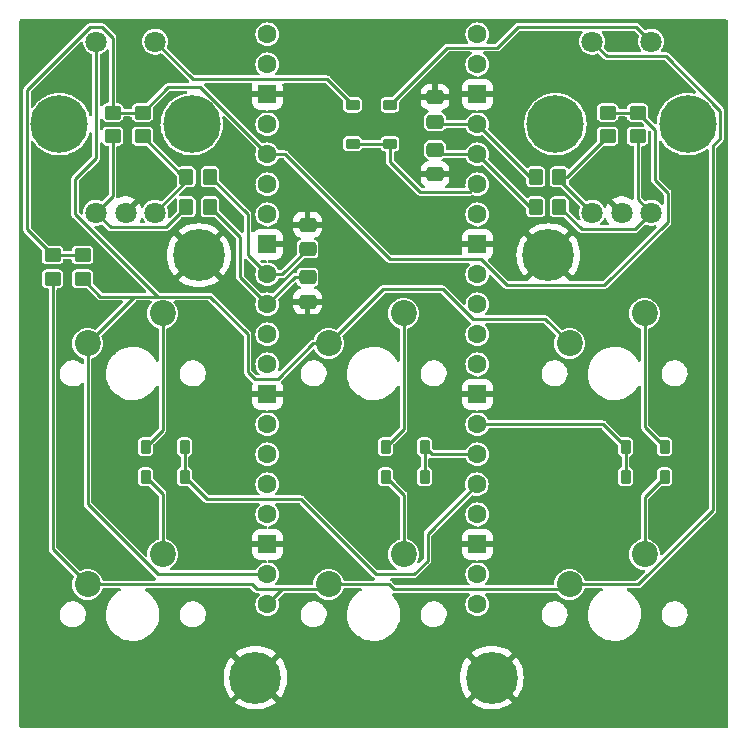
<source format=gbl>
G04 #@! TF.GenerationSoftware,KiCad,Pcbnew,7.0.2*
G04 #@! TF.CreationDate,2023-05-04T11:04:42+02:00*
G04 #@! TF.ProjectId,Macropad,4d616372-6f70-4616-942e-6b696361645f,rev?*
G04 #@! TF.SameCoordinates,Original*
G04 #@! TF.FileFunction,Copper,L2,Bot*
G04 #@! TF.FilePolarity,Positive*
%FSLAX46Y46*%
G04 Gerber Fmt 4.6, Leading zero omitted, Abs format (unit mm)*
G04 Created by KiCad (PCBNEW 7.0.2) date 2023-05-04 11:04:42*
%MOMM*%
%LPD*%
G01*
G04 APERTURE LIST*
G04 Aperture macros list*
%AMRoundRect*
0 Rectangle with rounded corners*
0 $1 Rounding radius*
0 $2 $3 $4 $5 $6 $7 $8 $9 X,Y pos of 4 corners*
0 Add a 4 corners polygon primitive as box body*
4,1,4,$2,$3,$4,$5,$6,$7,$8,$9,$2,$3,0*
0 Add four circle primitives for the rounded corners*
1,1,$1+$1,$2,$3*
1,1,$1+$1,$4,$5*
1,1,$1+$1,$6,$7*
1,1,$1+$1,$8,$9*
0 Add four rect primitives between the rounded corners*
20,1,$1+$1,$2,$3,$4,$5,0*
20,1,$1+$1,$4,$5,$6,$7,0*
20,1,$1+$1,$6,$7,$8,$9,0*
20,1,$1+$1,$8,$9,$2,$3,0*%
G04 Aperture macros list end*
G04 #@! TA.AperFunction,ComponentPad*
%ADD10C,1.800000*%
G04 #@! TD*
G04 #@! TA.AperFunction,ComponentPad*
%ADD11C,4.875000*%
G04 #@! TD*
G04 #@! TA.AperFunction,SMDPad,CuDef*
%ADD12RoundRect,0.225000X0.375000X-0.225000X0.375000X0.225000X-0.375000X0.225000X-0.375000X-0.225000X0*%
G04 #@! TD*
G04 #@! TA.AperFunction,SMDPad,CuDef*
%ADD13RoundRect,0.225000X-0.225000X-0.375000X0.225000X-0.375000X0.225000X0.375000X-0.225000X0.375000X0*%
G04 #@! TD*
G04 #@! TA.AperFunction,SMDPad,CuDef*
%ADD14RoundRect,0.225000X0.225000X0.375000X-0.225000X0.375000X-0.225000X-0.375000X0.225000X-0.375000X0*%
G04 #@! TD*
G04 #@! TA.AperFunction,ComponentPad*
%ADD15C,2.200000*%
G04 #@! TD*
G04 #@! TA.AperFunction,ComponentPad*
%ADD16C,0.700000*%
G04 #@! TD*
G04 #@! TA.AperFunction,ComponentPad*
%ADD17C,4.400000*%
G04 #@! TD*
G04 #@! TA.AperFunction,SMDPad,CuDef*
%ADD18RoundRect,0.250000X0.450000X-0.350000X0.450000X0.350000X-0.450000X0.350000X-0.450000X-0.350000X0*%
G04 #@! TD*
G04 #@! TA.AperFunction,SMDPad,CuDef*
%ADD19RoundRect,0.250000X-0.350000X-0.450000X0.350000X-0.450000X0.350000X0.450000X-0.350000X0.450000X0*%
G04 #@! TD*
G04 #@! TA.AperFunction,SMDPad,CuDef*
%ADD20RoundRect,0.250000X0.475000X-0.337500X0.475000X0.337500X-0.475000X0.337500X-0.475000X-0.337500X0*%
G04 #@! TD*
G04 #@! TA.AperFunction,SMDPad,CuDef*
%ADD21RoundRect,0.250000X-0.450000X0.350000X-0.450000X-0.350000X0.450000X-0.350000X0.450000X0.350000X0*%
G04 #@! TD*
G04 #@! TA.AperFunction,SMDPad,CuDef*
%ADD22RoundRect,0.250000X0.350000X0.450000X-0.350000X0.450000X-0.350000X-0.450000X0.350000X-0.450000X0*%
G04 #@! TD*
G04 #@! TA.AperFunction,ComponentPad*
%ADD23C,1.600000*%
G04 #@! TD*
G04 #@! TA.AperFunction,ComponentPad*
%ADD24RoundRect,0.200000X0.600000X0.600000X-0.600000X0.600000X-0.600000X-0.600000X0.600000X-0.600000X0*%
G04 #@! TD*
G04 #@! TA.AperFunction,SMDPad,CuDef*
%ADD25RoundRect,0.250000X-0.475000X0.337500X-0.475000X-0.337500X0.475000X-0.337500X0.475000X0.337500X0*%
G04 #@! TD*
G04 #@! TA.AperFunction,Conductor*
%ADD26C,0.250000*%
G04 #@! TD*
G04 APERTURE END LIST*
D10*
X89500000Y-34900000D03*
X94500000Y-34900000D03*
X89500000Y-49400000D03*
X94500000Y-49400000D03*
X92000000Y-49400000D03*
D11*
X97600000Y-41900000D03*
X86400000Y-41900000D03*
D10*
X47500000Y-34900000D03*
X52500000Y-34900000D03*
X47500000Y-49400000D03*
X52500000Y-49400000D03*
X50000000Y-49400000D03*
D11*
X55600000Y-41900000D03*
X44400000Y-41900000D03*
D12*
X72390000Y-43560000D03*
X72390000Y-40260000D03*
X69215000Y-43560000D03*
X69215000Y-40260000D03*
D13*
X92330000Y-69215000D03*
X95630000Y-69215000D03*
X92330000Y-71755000D03*
X95630000Y-71755000D03*
D14*
X75310000Y-71755000D03*
X72010000Y-71755000D03*
X75310000Y-69215000D03*
X72010000Y-69215000D03*
X54990000Y-71755000D03*
X51690000Y-71755000D03*
X54990000Y-69215000D03*
X51690000Y-69215000D03*
D15*
X93940000Y-57920000D03*
X87590000Y-60460000D03*
D16*
X79350000Y-88750000D03*
X79833274Y-87583274D03*
X79833274Y-89916726D03*
X81000000Y-87100000D03*
D17*
X81000000Y-88750000D03*
D16*
X81000000Y-90400000D03*
X82166726Y-87583274D03*
X82166726Y-89916726D03*
X82650000Y-88750000D03*
X59350000Y-88750000D03*
X59833274Y-87583274D03*
X59833274Y-89916726D03*
X61000000Y-87100000D03*
D17*
X61000000Y-88750000D03*
D16*
X61000000Y-90400000D03*
X62166726Y-87583274D03*
X62166726Y-89916726D03*
X62650000Y-88750000D03*
D15*
X53140000Y-78320000D03*
X46790000Y-80860000D03*
X73540000Y-57920000D03*
X67190000Y-60460000D03*
X73540000Y-78320000D03*
X67190000Y-80860000D03*
X93940000Y-78320000D03*
X87590000Y-80860000D03*
D16*
X84150000Y-53000000D03*
X84633274Y-51833274D03*
X84633274Y-54166726D03*
X85800000Y-51350000D03*
D17*
X85800000Y-53000000D03*
D16*
X85800000Y-54650000D03*
X86966726Y-51833274D03*
X86966726Y-54166726D03*
X87450000Y-53000000D03*
X54550000Y-53000000D03*
X55033274Y-51833274D03*
X55033274Y-54166726D03*
X56200000Y-51350000D03*
D17*
X56200000Y-53000000D03*
D16*
X56200000Y-54650000D03*
X57366726Y-51833274D03*
X57366726Y-54166726D03*
X57850000Y-53000000D03*
D15*
X53140000Y-57920000D03*
X46790000Y-60460000D03*
D18*
X46355000Y-54975000D03*
X46355000Y-52975000D03*
D19*
X55150000Y-46355000D03*
X57150000Y-46355000D03*
D20*
X76200000Y-46122500D03*
X76200000Y-44047500D03*
D21*
X93345000Y-40910000D03*
X93345000Y-42910000D03*
D22*
X86725000Y-48895000D03*
X84725000Y-48895000D03*
X57150000Y-48895000D03*
X55150000Y-48895000D03*
D23*
X79780000Y-34290000D03*
X79780000Y-36830000D03*
D24*
X79780000Y-39370000D03*
D23*
X79780000Y-41910000D03*
X79780000Y-44450000D03*
X79780000Y-46990000D03*
X79780000Y-49530000D03*
D24*
X79780000Y-52070000D03*
D23*
X79780000Y-54610000D03*
X79780000Y-57150000D03*
X79780000Y-59690000D03*
X79780000Y-62230000D03*
D24*
X79780000Y-64770000D03*
D23*
X79780000Y-67310000D03*
X79780000Y-69850000D03*
X79738119Y-72390000D03*
X79780000Y-74930000D03*
D24*
X79780000Y-77470000D03*
D23*
X79780000Y-80010000D03*
X79780000Y-82550000D03*
X62000000Y-82550000D03*
X62000000Y-80010000D03*
D24*
X62000000Y-77470000D03*
D23*
X62000000Y-74930000D03*
X62000000Y-72390000D03*
X62000000Y-69850000D03*
X62000000Y-67310000D03*
D24*
X62000000Y-64770000D03*
D23*
X62000000Y-62230000D03*
X62000000Y-59690000D03*
X62000000Y-57150000D03*
X62000000Y-54610000D03*
D24*
X62000000Y-52070000D03*
D23*
X62000000Y-49530000D03*
X62000000Y-46990000D03*
X62000000Y-44450000D03*
X62000000Y-41910000D03*
D24*
X62000000Y-39370000D03*
D23*
X62000000Y-36830000D03*
X62000000Y-34290000D03*
D19*
X84725000Y-46355000D03*
X86725000Y-46355000D03*
D21*
X51435000Y-40910000D03*
X51435000Y-42910000D03*
D20*
X76200000Y-41677500D03*
X76200000Y-39602500D03*
D18*
X48895000Y-42910000D03*
X48895000Y-40910000D03*
D25*
X65405000Y-50397500D03*
X65405000Y-52472500D03*
D18*
X43815000Y-54975000D03*
X43815000Y-52975000D03*
D25*
X65405000Y-54842500D03*
X65405000Y-56917500D03*
D18*
X90805000Y-42910000D03*
X90805000Y-40910000D03*
D26*
X72390000Y-45085000D02*
X74930000Y-47625000D01*
X72390000Y-43560000D02*
X72390000Y-45085000D01*
X74930000Y-47625000D02*
X79145000Y-47625000D01*
X79145000Y-47625000D02*
X79780000Y-46990000D01*
X41637500Y-39030088D02*
X41637500Y-50797500D01*
X41637500Y-50797500D02*
X43815000Y-52975000D01*
X47012588Y-33655000D02*
X41637500Y-39030088D01*
X47987412Y-33655000D02*
X47012588Y-33655000D01*
X48895000Y-34562588D02*
X47987412Y-33655000D01*
X48895000Y-40910000D02*
X48895000Y-34562588D01*
X45720000Y-49510000D02*
X52705000Y-56495000D01*
X45720000Y-46560000D02*
X45720000Y-49510000D01*
X47500000Y-44780000D02*
X45720000Y-46560000D01*
X47500000Y-34900000D02*
X47500000Y-44780000D01*
X43815000Y-52975000D02*
X46355000Y-52975000D01*
X59690000Y-54840000D02*
X59690000Y-51435000D01*
X62000000Y-57150000D02*
X59690000Y-54840000D01*
X59690000Y-51435000D02*
X57150000Y-48895000D01*
X60325000Y-52935000D02*
X62000000Y-54610000D01*
X60325000Y-49530000D02*
X60325000Y-52935000D01*
X57150000Y-46355000D02*
X60325000Y-49530000D01*
X53420000Y-50625000D02*
X48725000Y-50625000D01*
X48725000Y-50625000D02*
X47500000Y-49400000D01*
X55150000Y-48895000D02*
X53420000Y-50625000D01*
X55150000Y-46750000D02*
X52500000Y-49400000D01*
X55150000Y-46355000D02*
X55150000Y-46750000D01*
X54880000Y-46355000D02*
X55150000Y-46355000D01*
X51435000Y-42910000D02*
X54880000Y-46355000D01*
X48895000Y-42910000D02*
X48895000Y-48005000D01*
X48895000Y-48005000D02*
X47500000Y-49400000D01*
X48895000Y-40910000D02*
X51435000Y-40910000D01*
X53610000Y-38735000D02*
X51435000Y-40910000D01*
X56341765Y-38735000D02*
X53610000Y-38735000D01*
X62000000Y-44393235D02*
X56341765Y-38735000D01*
X62000000Y-44450000D02*
X62000000Y-44393235D01*
X67055000Y-38100000D02*
X69215000Y-40260000D01*
X55700000Y-38100000D02*
X67055000Y-38100000D01*
X52500000Y-34900000D02*
X55700000Y-38100000D01*
X50755000Y-56495000D02*
X52705000Y-56495000D01*
X52705000Y-56495000D02*
X53340000Y-56495000D01*
X63500000Y-44450000D02*
X62000000Y-44450000D01*
X72390000Y-53340000D02*
X63500000Y-44450000D01*
X80100991Y-53340000D02*
X72390000Y-53340000D01*
X95885000Y-50165000D02*
X90525000Y-55525000D01*
X82285991Y-55525000D02*
X80100991Y-53340000D01*
X94837500Y-46656294D02*
X95885000Y-47703794D01*
X95885000Y-47703794D02*
X95885000Y-50165000D01*
X90525000Y-55525000D02*
X82285991Y-55525000D01*
X94837500Y-42402500D02*
X94837500Y-46656294D01*
X93345000Y-40910000D02*
X94837500Y-42402500D01*
X93345000Y-40910000D02*
X90805000Y-40910000D01*
X99695000Y-74580255D02*
X93415255Y-80860000D01*
X93415255Y-80860000D02*
X87590000Y-80860000D01*
X99695000Y-43711765D02*
X99695000Y-74580255D01*
X100362500Y-43044265D02*
X99695000Y-43711765D01*
X100362500Y-40755735D02*
X100362500Y-43044265D01*
X95731765Y-36125000D02*
X100362500Y-40755735D01*
X90725000Y-36125000D02*
X95731765Y-36125000D01*
X89500000Y-34900000D02*
X90725000Y-36125000D01*
X77235000Y-35415000D02*
X72390000Y-40260000D01*
X81425000Y-35415000D02*
X77235000Y-35415000D01*
X83185000Y-33655000D02*
X81425000Y-35415000D01*
X93255000Y-33655000D02*
X83185000Y-33655000D01*
X94500000Y-34900000D02*
X93255000Y-33655000D01*
X93345000Y-48245000D02*
X94500000Y-49400000D01*
X93345000Y-42910000D02*
X93345000Y-48245000D01*
X87360000Y-46355000D02*
X90805000Y-42910000D01*
X86725000Y-46355000D02*
X87360000Y-46355000D01*
X84225000Y-46355000D02*
X84725000Y-46355000D01*
X79780000Y-41910000D02*
X84225000Y-46355000D01*
X84225000Y-48895000D02*
X84725000Y-48895000D01*
X79780000Y-44450000D02*
X84225000Y-48895000D01*
X89500000Y-49400000D02*
X86725000Y-46625000D01*
X86725000Y-46625000D02*
X86725000Y-46355000D01*
X93100000Y-50800000D02*
X94500000Y-49400000D01*
X88630000Y-50800000D02*
X93100000Y-50800000D01*
X86725000Y-48895000D02*
X88630000Y-50800000D01*
X63267500Y-54610000D02*
X62000000Y-54610000D01*
X65405000Y-52472500D02*
X63267500Y-54610000D01*
X64307500Y-54842500D02*
X62000000Y-57150000D01*
X65405000Y-54842500D02*
X64307500Y-54842500D01*
X76602500Y-44450000D02*
X79780000Y-44450000D01*
X76200000Y-44047500D02*
X76602500Y-44450000D01*
X76432500Y-41910000D02*
X79780000Y-41910000D01*
X76200000Y-41677500D02*
X76432500Y-41910000D01*
X69215000Y-43560000D02*
X72390000Y-43560000D01*
X56895000Y-73660000D02*
X54990000Y-71755000D01*
X64860991Y-73660000D02*
X56895000Y-73660000D01*
X71210991Y-80010000D02*
X64860991Y-73660000D01*
X74397628Y-80010000D02*
X71210991Y-80010000D01*
X75565000Y-76563119D02*
X75565000Y-78842628D01*
X75565000Y-78842628D02*
X74397628Y-80010000D01*
X79738119Y-72390000D02*
X75565000Y-76563119D01*
X93940000Y-73445000D02*
X95630000Y-71755000D01*
X93940000Y-78320000D02*
X93940000Y-73445000D01*
X93940000Y-67525000D02*
X93940000Y-57920000D01*
X95630000Y-69215000D02*
X93940000Y-67525000D01*
X79780000Y-67310000D02*
X90425000Y-67310000D01*
X90425000Y-67310000D02*
X92330000Y-69215000D01*
X92330000Y-69215000D02*
X92330000Y-71755000D01*
X75945000Y-69850000D02*
X79780000Y-69850000D01*
X75310000Y-69215000D02*
X75945000Y-69850000D01*
X75310000Y-71755000D02*
X75310000Y-69215000D01*
X73540000Y-67685000D02*
X73540000Y-57920000D01*
X72010000Y-69215000D02*
X73540000Y-67685000D01*
X73540000Y-73285000D02*
X73540000Y-78320000D01*
X72010000Y-71755000D02*
X73540000Y-73285000D01*
X54990000Y-69215000D02*
X54990000Y-71755000D01*
X53140000Y-73205000D02*
X53140000Y-78320000D01*
X51690000Y-71755000D02*
X53140000Y-73205000D01*
X53140000Y-67765000D02*
X51690000Y-69215000D01*
X53140000Y-57920000D02*
X53140000Y-67765000D01*
X60325000Y-62865000D02*
X60960000Y-63500000D01*
X71770000Y-55880000D02*
X67190000Y-60460000D01*
X60325000Y-59690000D02*
X60325000Y-62865000D01*
X46790000Y-60460000D02*
X50755000Y-56495000D01*
X46790000Y-74095000D02*
X52705000Y-80010000D01*
X46355000Y-54975000D02*
X47875000Y-56495000D01*
X85550000Y-58420000D02*
X79375000Y-58420000D01*
X47875000Y-56495000D02*
X53340000Y-56495000D01*
X46790000Y-60460000D02*
X46790000Y-74095000D01*
X79375000Y-58420000D02*
X76835000Y-55880000D01*
X60960000Y-63500000D02*
X62865000Y-63500000D01*
X53340000Y-56495000D02*
X57130000Y-56495000D01*
X62865000Y-63500000D02*
X65905000Y-60460000D01*
X57130000Y-56495000D02*
X60325000Y-59690000D01*
X76835000Y-55880000D02*
X71770000Y-55880000D01*
X65905000Y-60460000D02*
X67190000Y-60460000D01*
X52705000Y-80010000D02*
X62000000Y-80010000D01*
X87590000Y-60460000D02*
X85550000Y-58420000D01*
X60685000Y-80860000D02*
X61105000Y-81280000D01*
X43815000Y-77885000D02*
X46790000Y-80860000D01*
X61105000Y-81280000D02*
X63270000Y-81280000D01*
X66770000Y-81280000D02*
X67190000Y-80860000D01*
X87590000Y-80860000D02*
X87170000Y-81280000D01*
X72734999Y-81280000D02*
X72314999Y-80860000D01*
X72314999Y-80860000D02*
X67190000Y-80860000D01*
X87170000Y-81280000D02*
X72734999Y-81280000D01*
X46790000Y-80860000D02*
X60685000Y-80860000D01*
X63270000Y-81280000D02*
X62000000Y-82550000D01*
X43815000Y-54975000D02*
X43815000Y-77885000D01*
X61105000Y-81280000D02*
X66770000Y-81280000D01*
X53275000Y-57785000D02*
X53140000Y-57920000D01*
X53355000Y-78105000D02*
X53140000Y-78320000D01*
X73675000Y-57785000D02*
X73540000Y-57920000D01*
X73755000Y-78105000D02*
X73540000Y-78320000D01*
G04 #@! TA.AperFunction,Conductor*
G36*
X55162307Y-39080185D02*
G01*
X55208062Y-39132989D01*
X55218006Y-39202147D01*
X55188981Y-39265703D01*
X55130203Y-39303477D01*
X55117620Y-39306469D01*
X54971210Y-39333299D01*
X54971197Y-39333302D01*
X54967531Y-39333974D01*
X54963963Y-39335085D01*
X54963954Y-39335088D01*
X54666419Y-39427804D01*
X54666413Y-39427806D01*
X54662842Y-39428919D01*
X54659438Y-39430450D01*
X54659430Y-39430454D01*
X54375233Y-39558360D01*
X54375226Y-39558363D01*
X54371819Y-39559897D01*
X54368626Y-39561826D01*
X54368613Y-39561834D01*
X54101910Y-39723063D01*
X54098706Y-39725000D01*
X54095764Y-39727304D01*
X54095758Y-39727309D01*
X53913627Y-39870000D01*
X53847485Y-39921819D01*
X53844839Y-39924464D01*
X53844831Y-39924472D01*
X53624472Y-40144831D01*
X53624464Y-40144839D01*
X53621819Y-40147485D01*
X53619507Y-40150435D01*
X53619507Y-40150436D01*
X53427309Y-40395758D01*
X53427304Y-40395764D01*
X53425000Y-40398706D01*
X53423063Y-40401908D01*
X53423063Y-40401910D01*
X53261834Y-40668613D01*
X53261826Y-40668626D01*
X53259897Y-40671819D01*
X53258363Y-40675226D01*
X53258360Y-40675233D01*
X53130454Y-40959430D01*
X53130450Y-40959438D01*
X53128919Y-40962842D01*
X53127806Y-40966413D01*
X53127804Y-40966419D01*
X53035088Y-41263954D01*
X53035085Y-41263963D01*
X53033974Y-41267531D01*
X53033302Y-41271197D01*
X53033299Y-41271210D01*
X52981094Y-41556086D01*
X52976447Y-41581443D01*
X52976221Y-41585166D01*
X52976220Y-41585181D01*
X52959673Y-41858758D01*
X52957178Y-41900000D01*
X52957404Y-41903736D01*
X52976220Y-42214818D01*
X52976221Y-42214831D01*
X52976447Y-42218557D01*
X52977121Y-42222238D01*
X52977122Y-42222241D01*
X53033299Y-42528789D01*
X53033301Y-42528798D01*
X53033974Y-42532469D01*
X53035086Y-42536039D01*
X53035088Y-42536045D01*
X53061525Y-42620883D01*
X53128919Y-42837158D01*
X53130453Y-42840566D01*
X53130454Y-42840569D01*
X53215731Y-43030047D01*
X53259897Y-43128181D01*
X53261830Y-43131379D01*
X53261834Y-43131386D01*
X53312269Y-43214815D01*
X53425000Y-43401294D01*
X53621819Y-43652515D01*
X53847485Y-43878181D01*
X54098706Y-44075000D01*
X54371819Y-44240103D01*
X54662842Y-44371081D01*
X54967531Y-44466026D01*
X55281443Y-44523553D01*
X55600000Y-44542822D01*
X55918557Y-44523553D01*
X56232469Y-44466026D01*
X56537158Y-44371081D01*
X56828181Y-44240103D01*
X57101294Y-44075000D01*
X57352515Y-43878181D01*
X57578181Y-43652515D01*
X57775000Y-43401294D01*
X57940103Y-43128181D01*
X58071081Y-42837158D01*
X58166026Y-42532469D01*
X58223553Y-42218557D01*
X58242822Y-41900000D01*
X58223553Y-41581443D01*
X58182122Y-41355364D01*
X58189400Y-41285876D01*
X58233091Y-41231353D01*
X58299324Y-41209106D01*
X58367071Y-41226199D01*
X58391772Y-41245333D01*
X61055105Y-43908666D01*
X61088590Y-43969989D01*
X61083606Y-44039681D01*
X61076785Y-44054796D01*
X61071186Y-44065271D01*
X61013975Y-44253869D01*
X60994659Y-44450000D01*
X61013976Y-44646133D01*
X61071185Y-44834726D01*
X61119528Y-44925169D01*
X61164090Y-45008538D01*
X61289117Y-45160883D01*
X61441462Y-45285910D01*
X61615273Y-45378814D01*
X61803868Y-45436024D01*
X62000000Y-45455341D01*
X62196132Y-45436024D01*
X62384727Y-45378814D01*
X62558538Y-45285910D01*
X62710883Y-45160883D01*
X62835910Y-45008538D01*
X62920374Y-44850518D01*
X62925437Y-44841046D01*
X62974400Y-44791202D01*
X63034795Y-44775500D01*
X63313812Y-44775500D01*
X63380851Y-44795185D01*
X63401493Y-44811819D01*
X72145950Y-53556276D01*
X72153258Y-53564250D01*
X72177545Y-53593194D01*
X72197403Y-53604659D01*
X72210256Y-53612080D01*
X72219379Y-53617892D01*
X72250316Y-53639554D01*
X72250317Y-53639554D01*
X72251198Y-53640171D01*
X72275891Y-53650400D01*
X72276954Y-53650587D01*
X72276955Y-53650588D01*
X72314143Y-53657145D01*
X72324701Y-53659485D01*
X72361193Y-53669264D01*
X72398823Y-53665971D01*
X72409630Y-53665500D01*
X79007224Y-53665500D01*
X79074263Y-53685185D01*
X79120018Y-53737989D01*
X79129962Y-53807147D01*
X79100937Y-53870703D01*
X79085898Y-53885344D01*
X79069117Y-53899117D01*
X79069115Y-53899119D01*
X78944089Y-54051463D01*
X78851185Y-54225273D01*
X78793976Y-54413866D01*
X78774659Y-54610000D01*
X78793976Y-54806133D01*
X78851185Y-54994726D01*
X78898927Y-55084044D01*
X78944090Y-55168538D01*
X79069117Y-55320883D01*
X79221462Y-55445910D01*
X79395273Y-55538814D01*
X79583868Y-55596024D01*
X79780000Y-55615341D01*
X79976132Y-55596024D01*
X80164727Y-55538814D01*
X80338538Y-55445910D01*
X80490883Y-55320883D01*
X80615910Y-55168538D01*
X80708814Y-54994727D01*
X80766024Y-54806132D01*
X80770880Y-54756825D01*
X80797041Y-54692039D01*
X80854075Y-54651680D01*
X80923875Y-54648563D01*
X80981964Y-54681299D01*
X82041941Y-55741276D01*
X82049249Y-55749250D01*
X82073536Y-55778194D01*
X82097585Y-55792079D01*
X82106247Y-55797080D01*
X82115370Y-55802892D01*
X82146307Y-55824554D01*
X82146308Y-55824554D01*
X82147189Y-55825171D01*
X82171882Y-55835400D01*
X82172945Y-55835587D01*
X82172946Y-55835588D01*
X82210134Y-55842145D01*
X82220692Y-55844485D01*
X82257184Y-55854264D01*
X82294814Y-55850971D01*
X82305621Y-55850500D01*
X90505373Y-55850500D01*
X90516180Y-55850971D01*
X90553807Y-55854264D01*
X90590324Y-55844478D01*
X90600830Y-55842149D01*
X90638045Y-55835588D01*
X90638047Y-55835586D01*
X90639112Y-55835399D01*
X90663799Y-55825173D01*
X90664682Y-55824554D01*
X90664684Y-55824554D01*
X90695625Y-55802887D01*
X90704722Y-55797091D01*
X90737455Y-55778194D01*
X90761748Y-55749241D01*
X90769036Y-55741288D01*
X96101290Y-50409034D01*
X96109258Y-50401734D01*
X96138192Y-50377457D01*
X96138192Y-50377456D01*
X96138194Y-50377455D01*
X96157091Y-50344722D01*
X96162887Y-50335625D01*
X96184554Y-50304684D01*
X96184554Y-50304682D01*
X96185173Y-50303799D01*
X96195399Y-50279112D01*
X96195586Y-50278047D01*
X96195588Y-50278045D01*
X96202149Y-50240830D01*
X96204478Y-50230324D01*
X96214264Y-50193807D01*
X96210969Y-50156153D01*
X96210499Y-50145391D01*
X96210499Y-47723423D01*
X96210971Y-47712614D01*
X96211021Y-47712031D01*
X96214264Y-47674987D01*
X96204487Y-47638500D01*
X96202145Y-47627937D01*
X96195400Y-47589685D01*
X96185171Y-47564992D01*
X96184554Y-47564111D01*
X96184554Y-47564110D01*
X96162892Y-47533173D01*
X96157080Y-47524050D01*
X96138194Y-47491338D01*
X96109255Y-47467056D01*
X96101280Y-47459748D01*
X95199319Y-46557786D01*
X95165834Y-46496463D01*
X95163000Y-46470105D01*
X95163000Y-43412703D01*
X95182685Y-43345664D01*
X95235489Y-43299909D01*
X95304647Y-43289965D01*
X95368203Y-43318990D01*
X95393116Y-43348552D01*
X95425000Y-43401294D01*
X95621819Y-43652515D01*
X95847485Y-43878181D01*
X96098706Y-44075000D01*
X96371819Y-44240103D01*
X96662842Y-44371081D01*
X96967531Y-44466026D01*
X97281443Y-44523553D01*
X97600000Y-44542822D01*
X97918557Y-44523553D01*
X98232469Y-44466026D01*
X98537158Y-44371081D01*
X98828181Y-44240103D01*
X99101294Y-44075000D01*
X99169028Y-44021933D01*
X99233937Y-43996085D01*
X99302519Y-44009433D01*
X99352999Y-44057740D01*
X99369499Y-44119545D01*
X99369499Y-74394066D01*
X99349814Y-74461105D01*
X99333180Y-74481747D01*
X95453570Y-78361357D01*
X95392247Y-78394842D01*
X95322555Y-78389858D01*
X95266622Y-78347986D01*
X95242361Y-78284483D01*
X95228761Y-78129044D01*
X95225635Y-78093308D01*
X95166739Y-77873504D01*
X95070568Y-77667266D01*
X94940047Y-77480861D01*
X94940046Y-77480859D01*
X94779140Y-77319953D01*
X94592735Y-77189432D01*
X94386493Y-77093259D01*
X94357405Y-77085465D01*
X94297745Y-77049100D01*
X94267217Y-76986252D01*
X94265500Y-76965691D01*
X94265500Y-75314726D01*
X94265500Y-73631183D01*
X94285184Y-73564148D01*
X94301813Y-73543511D01*
X95256320Y-72589004D01*
X95317641Y-72555521D01*
X95363399Y-72554215D01*
X95371512Y-72555500D01*
X95371514Y-72555500D01*
X95888490Y-72555500D01*
X95938307Y-72547609D01*
X95988126Y-72539719D01*
X96108220Y-72478528D01*
X96203528Y-72383220D01*
X96264719Y-72263126D01*
X96280500Y-72163488D01*
X96280500Y-71346512D01*
X96264719Y-71246874D01*
X96203528Y-71126780D01*
X96203527Y-71126778D01*
X96108221Y-71031472D01*
X95988124Y-70970280D01*
X95888490Y-70954500D01*
X95888488Y-70954500D01*
X95371512Y-70954500D01*
X95371510Y-70954500D01*
X95271875Y-70970280D01*
X95151778Y-71031472D01*
X95056472Y-71126778D01*
X94995280Y-71246875D01*
X94979500Y-71346509D01*
X94979500Y-71893811D01*
X94959815Y-71960850D01*
X94943181Y-71981492D01*
X93723714Y-73200958D01*
X93715741Y-73208264D01*
X93686806Y-73232544D01*
X93667914Y-73265264D01*
X93662106Y-73274380D01*
X93639831Y-73306193D01*
X93629599Y-73330895D01*
X93629412Y-73331954D01*
X93629412Y-73331955D01*
X93628963Y-73334500D01*
X93622853Y-73369149D01*
X93620514Y-73379697D01*
X93613251Y-73406806D01*
X93610736Y-73416194D01*
X93614027Y-73453816D01*
X93614499Y-73464621D01*
X93614499Y-76965691D01*
X93594814Y-77032730D01*
X93542010Y-77078485D01*
X93522595Y-77085465D01*
X93493505Y-77093260D01*
X93287264Y-77189432D01*
X93100859Y-77319953D01*
X92939953Y-77480859D01*
X92809432Y-77667264D01*
X92713261Y-77873502D01*
X92654364Y-78093310D01*
X92634531Y-78320000D01*
X92654364Y-78546689D01*
X92713261Y-78766497D01*
X92809432Y-78972735D01*
X92939953Y-79159140D01*
X93100859Y-79320046D01*
X93287264Y-79450567D01*
X93287265Y-79450567D01*
X93287266Y-79450568D01*
X93493504Y-79546739D01*
X93713308Y-79605635D01*
X93778522Y-79611340D01*
X93904483Y-79622361D01*
X93969552Y-79647813D01*
X94010531Y-79704404D01*
X94014409Y-79774166D01*
X93981357Y-79833570D01*
X93316748Y-80498181D01*
X93255425Y-80531666D01*
X93229067Y-80534500D01*
X88944309Y-80534500D01*
X88877270Y-80514815D01*
X88831515Y-80462011D01*
X88824535Y-80442595D01*
X88816740Y-80413506D01*
X88720567Y-80207264D01*
X88590046Y-80020859D01*
X88429140Y-79859953D01*
X88242735Y-79729432D01*
X88036497Y-79633261D01*
X87816689Y-79574364D01*
X87590000Y-79554531D01*
X87363310Y-79574364D01*
X87143502Y-79633261D01*
X86937264Y-79729432D01*
X86750859Y-79859953D01*
X86589953Y-80020859D01*
X86459432Y-80207264D01*
X86363261Y-80413502D01*
X86304364Y-80633310D01*
X86286167Y-80841307D01*
X86260715Y-80906376D01*
X86204124Y-80947355D01*
X86162639Y-80954500D01*
X80552776Y-80954500D01*
X80485737Y-80934815D01*
X80439982Y-80882011D01*
X80430038Y-80812853D01*
X80459063Y-80749297D01*
X80474101Y-80734655D01*
X80490883Y-80720883D01*
X80615910Y-80568538D01*
X80708814Y-80394727D01*
X80766024Y-80206132D01*
X80785341Y-80010000D01*
X80766024Y-79813868D01*
X80708814Y-79625273D01*
X80615910Y-79451462D01*
X80490883Y-79299117D01*
X80338538Y-79174090D01*
X80310567Y-79159139D01*
X80164726Y-79081185D01*
X79976133Y-79023976D01*
X79909388Y-79017402D01*
X79844600Y-78991241D01*
X79804242Y-78934206D01*
X79801125Y-78864406D01*
X79836240Y-78804002D01*
X79898438Y-78772171D01*
X79921542Y-78769999D01*
X80433753Y-78769999D01*
X80439389Y-78769743D01*
X80507104Y-78763591D01*
X80669397Y-78713018D01*
X80814875Y-78625074D01*
X80935074Y-78504875D01*
X81023019Y-78359396D01*
X81073590Y-78197106D01*
X81079744Y-78129384D01*
X81080000Y-78123755D01*
X81080000Y-77720000D01*
X80213686Y-77720000D01*
X80239493Y-77679844D01*
X80280000Y-77541889D01*
X80280000Y-77398111D01*
X80239493Y-77260156D01*
X80213686Y-77220000D01*
X81079999Y-77220000D01*
X81079999Y-76816246D01*
X81079743Y-76810610D01*
X81073591Y-76742895D01*
X81023018Y-76580602D01*
X80935074Y-76435124D01*
X80814875Y-76314925D01*
X80669396Y-76226980D01*
X80507106Y-76176409D01*
X80439384Y-76170255D01*
X80433756Y-76170000D01*
X79921544Y-76170000D01*
X79854505Y-76150315D01*
X79808750Y-76097511D01*
X79798806Y-76028353D01*
X79827831Y-75964797D01*
X79886609Y-75927023D01*
X79909387Y-75922597D01*
X79976132Y-75916024D01*
X80164727Y-75858814D01*
X80338538Y-75765910D01*
X80490883Y-75640883D01*
X80615910Y-75488538D01*
X80708814Y-75314727D01*
X80766024Y-75126132D01*
X80785341Y-74930000D01*
X80766024Y-74733868D01*
X80708814Y-74545273D01*
X80615910Y-74371462D01*
X80490883Y-74219117D01*
X80338538Y-74094090D01*
X80313648Y-74080786D01*
X80164726Y-74001185D01*
X79976133Y-73943976D01*
X79780000Y-73924659D01*
X79583866Y-73943976D01*
X79395273Y-74001185D01*
X79221463Y-74094089D01*
X79069117Y-74219117D01*
X78944089Y-74371463D01*
X78851185Y-74545273D01*
X78793976Y-74733866D01*
X78774659Y-74930000D01*
X78793976Y-75126133D01*
X78851185Y-75314726D01*
X78851186Y-75314727D01*
X78944090Y-75488538D01*
X79069117Y-75640883D01*
X79221462Y-75765910D01*
X79395273Y-75858814D01*
X79583868Y-75916024D01*
X79650611Y-75922597D01*
X79715398Y-75948757D01*
X79755757Y-76005791D01*
X79758874Y-76075591D01*
X79723760Y-76135996D01*
X79661563Y-76167828D01*
X79638457Y-76170000D01*
X79126246Y-76170000D01*
X79120610Y-76170256D01*
X79052895Y-76176408D01*
X78890602Y-76226981D01*
X78745124Y-76314925D01*
X78624925Y-76435124D01*
X78536980Y-76580603D01*
X78486409Y-76742893D01*
X78480255Y-76810615D01*
X78480000Y-76816244D01*
X78480000Y-77220000D01*
X79346314Y-77220000D01*
X79320507Y-77260156D01*
X79280000Y-77398111D01*
X79280000Y-77541889D01*
X79320507Y-77679844D01*
X79346314Y-77720000D01*
X78480001Y-77720000D01*
X78480001Y-78123753D01*
X78480256Y-78129389D01*
X78486408Y-78197104D01*
X78536981Y-78359397D01*
X78624925Y-78504875D01*
X78745124Y-78625074D01*
X78890603Y-78713019D01*
X79052893Y-78763590D01*
X79120615Y-78769744D01*
X79126243Y-78769999D01*
X79638455Y-78769999D01*
X79705494Y-78789683D01*
X79751249Y-78842487D01*
X79761193Y-78911646D01*
X79732168Y-78975202D01*
X79673390Y-79012976D01*
X79650610Y-79017402D01*
X79583866Y-79023976D01*
X79395273Y-79081185D01*
X79221463Y-79174089D01*
X79069117Y-79299117D01*
X78944089Y-79451463D01*
X78851185Y-79625273D01*
X78793976Y-79813866D01*
X78774659Y-80010000D01*
X78793976Y-80206133D01*
X78851185Y-80394726D01*
X78871644Y-80433001D01*
X78944090Y-80568538D01*
X79069117Y-80720883D01*
X79085892Y-80734649D01*
X79125224Y-80792393D01*
X79127093Y-80862238D01*
X79090906Y-80922006D01*
X79028150Y-80952722D01*
X79007224Y-80954500D01*
X72921187Y-80954500D01*
X72854148Y-80934815D01*
X72833506Y-80918181D01*
X72559042Y-80643717D01*
X72551733Y-80635741D01*
X72549693Y-80633310D01*
X72527454Y-80606806D01*
X72527453Y-80606805D01*
X72494735Y-80587915D01*
X72485613Y-80582103D01*
X72455581Y-80561074D01*
X72411956Y-80506497D01*
X72404764Y-80436999D01*
X72436287Y-80374644D01*
X72496517Y-80339231D01*
X72526705Y-80335500D01*
X74378001Y-80335500D01*
X74388808Y-80335971D01*
X74426435Y-80339264D01*
X74462952Y-80329478D01*
X74473458Y-80327149D01*
X74510673Y-80320588D01*
X74510675Y-80320586D01*
X74511740Y-80320399D01*
X74536427Y-80310173D01*
X74537310Y-80309554D01*
X74537312Y-80309554D01*
X74568253Y-80287887D01*
X74577350Y-80282091D01*
X74610083Y-80263194D01*
X74634376Y-80234241D01*
X74641664Y-80226289D01*
X75781296Y-79086657D01*
X75789249Y-79079369D01*
X75818194Y-79055083D01*
X75837082Y-79022366D01*
X75842881Y-79013263D01*
X75864554Y-78982312D01*
X75864554Y-78982310D01*
X75865173Y-78981427D01*
X75875398Y-78956740D01*
X75875585Y-78955677D01*
X75875588Y-78955673D01*
X75882150Y-78918450D01*
X75884479Y-78907944D01*
X75894263Y-78871435D01*
X75890972Y-78833815D01*
X75890500Y-78823008D01*
X75890500Y-76749306D01*
X75910185Y-76682267D01*
X75926814Y-76661630D01*
X79236573Y-73351871D01*
X79297894Y-73318388D01*
X79360245Y-73320892D01*
X79541987Y-73376024D01*
X79738119Y-73395341D01*
X79934251Y-73376024D01*
X80122846Y-73318814D01*
X80296657Y-73225910D01*
X80449002Y-73100883D01*
X80574029Y-72948538D01*
X80666933Y-72774727D01*
X80724143Y-72586132D01*
X80743460Y-72390000D01*
X80724143Y-72193868D01*
X80666933Y-72005273D01*
X80574029Y-71831462D01*
X80449002Y-71679117D01*
X80296657Y-71554090D01*
X80274210Y-71542092D01*
X80122845Y-71461185D01*
X79934252Y-71403976D01*
X79738119Y-71384659D01*
X79541985Y-71403976D01*
X79353392Y-71461185D01*
X79179582Y-71554089D01*
X79027236Y-71679117D01*
X78902208Y-71831463D01*
X78809304Y-72005273D01*
X78752095Y-72193866D01*
X78732778Y-72389999D01*
X78752094Y-72586131D01*
X78807224Y-72767870D01*
X78807847Y-72837737D01*
X78776244Y-72891546D01*
X75348714Y-76319077D01*
X75340741Y-76326383D01*
X75311806Y-76350663D01*
X75292914Y-76383383D01*
X75287106Y-76392499D01*
X75264831Y-76424312D01*
X75254597Y-76449018D01*
X75247852Y-76487267D01*
X75245512Y-76497823D01*
X75235735Y-76534310D01*
X75239028Y-76571936D01*
X75239500Y-76582745D01*
X75239500Y-78656439D01*
X75219815Y-78723478D01*
X75203181Y-78744120D01*
X74902216Y-79045084D01*
X74840893Y-79078569D01*
X74771201Y-79073585D01*
X74715268Y-79031713D01*
X74690851Y-78966249D01*
X74702152Y-78905002D01*
X74766739Y-78766496D01*
X74825635Y-78546692D01*
X74845468Y-78320000D01*
X74825635Y-78093308D01*
X74766739Y-77873504D01*
X74670568Y-77667266D01*
X74540047Y-77480861D01*
X74540046Y-77480859D01*
X74379140Y-77319953D01*
X74192735Y-77189432D01*
X73986493Y-77093259D01*
X73957405Y-77085465D01*
X73897745Y-77049100D01*
X73867217Y-76986252D01*
X73865500Y-76965691D01*
X73865500Y-73304626D01*
X73865972Y-73293818D01*
X73869264Y-73256192D01*
X73859487Y-73219706D01*
X73857145Y-73209143D01*
X73850400Y-73170891D01*
X73840171Y-73146198D01*
X73839554Y-73145317D01*
X73839554Y-73145316D01*
X73825213Y-73124835D01*
X73817892Y-73114379D01*
X73812080Y-73105256D01*
X73793194Y-73072544D01*
X73764255Y-73048262D01*
X73756280Y-73040954D01*
X72878816Y-72163490D01*
X74659500Y-72163490D01*
X74675280Y-72263124D01*
X74736472Y-72383221D01*
X74831778Y-72478527D01*
X74831780Y-72478528D01*
X74951874Y-72539719D01*
X74980993Y-72544331D01*
X75051510Y-72555500D01*
X75051512Y-72555500D01*
X75568490Y-72555500D01*
X75618307Y-72547609D01*
X75668126Y-72539719D01*
X75788220Y-72478528D01*
X75883528Y-72383220D01*
X75944719Y-72263126D01*
X75960500Y-72163488D01*
X75960500Y-71346512D01*
X75944719Y-71246874D01*
X75883528Y-71126780D01*
X75883527Y-71126778D01*
X75788221Y-71031472D01*
X75703205Y-70988154D01*
X75652409Y-70940179D01*
X75635500Y-70877669D01*
X75635500Y-70265652D01*
X75655185Y-70198613D01*
X75707989Y-70152858D01*
X75777147Y-70142914D01*
X75791592Y-70145877D01*
X75803591Y-70149092D01*
X75830891Y-70160400D01*
X75831954Y-70160587D01*
X75831955Y-70160588D01*
X75869143Y-70167145D01*
X75879701Y-70169485D01*
X75916193Y-70179264D01*
X75953823Y-70175971D01*
X75964630Y-70175500D01*
X78745205Y-70175500D01*
X78812244Y-70195185D01*
X78854563Y-70241046D01*
X78944089Y-70408536D01*
X78944090Y-70408538D01*
X79069117Y-70560883D01*
X79221462Y-70685910D01*
X79395273Y-70778814D01*
X79583868Y-70836024D01*
X79780000Y-70855341D01*
X79976132Y-70836024D01*
X80164727Y-70778814D01*
X80338538Y-70685910D01*
X80490883Y-70560883D01*
X80615910Y-70408538D01*
X80708814Y-70234727D01*
X80766024Y-70046132D01*
X80785341Y-69850000D01*
X80766024Y-69653868D01*
X80708814Y-69465273D01*
X80615910Y-69291462D01*
X80490883Y-69139117D01*
X80338538Y-69014090D01*
X80290674Y-68988506D01*
X80164726Y-68921185D01*
X79976133Y-68863976D01*
X79780000Y-68844659D01*
X79583866Y-68863976D01*
X79395273Y-68921185D01*
X79221463Y-69014089D01*
X79069117Y-69139117D01*
X78944090Y-69291461D01*
X78854563Y-69458954D01*
X78805600Y-69508798D01*
X78745205Y-69524500D01*
X76131189Y-69524500D01*
X76064150Y-69504815D01*
X76043507Y-69488180D01*
X75996818Y-69441490D01*
X75963334Y-69380167D01*
X75960500Y-69353810D01*
X75960500Y-68806509D01*
X75944719Y-68706875D01*
X75944719Y-68706874D01*
X75883528Y-68586780D01*
X75883527Y-68586778D01*
X75788221Y-68491472D01*
X75668124Y-68430280D01*
X75568490Y-68414500D01*
X75568488Y-68414500D01*
X75051512Y-68414500D01*
X75051510Y-68414500D01*
X74951875Y-68430280D01*
X74831778Y-68491472D01*
X74736472Y-68586778D01*
X74675280Y-68706875D01*
X74659500Y-68806509D01*
X74659500Y-69623490D01*
X74675280Y-69723124D01*
X74736472Y-69843221D01*
X74831778Y-69938527D01*
X74831780Y-69938528D01*
X74916795Y-69981845D01*
X74967590Y-70029817D01*
X74984500Y-70092329D01*
X74984500Y-70877669D01*
X74964815Y-70944708D01*
X74916795Y-70988154D01*
X74831778Y-71031472D01*
X74736472Y-71126778D01*
X74675280Y-71246875D01*
X74659500Y-71346509D01*
X74659500Y-72163490D01*
X72878816Y-72163490D01*
X72696819Y-71981493D01*
X72663334Y-71920170D01*
X72660500Y-71893812D01*
X72660500Y-71346509D01*
X72644719Y-71246875D01*
X72644719Y-71246874D01*
X72583528Y-71126780D01*
X72583527Y-71126778D01*
X72488221Y-71031472D01*
X72368124Y-70970280D01*
X72268490Y-70954500D01*
X72268488Y-70954500D01*
X71751512Y-70954500D01*
X71751510Y-70954500D01*
X71651875Y-70970280D01*
X71531778Y-71031472D01*
X71436472Y-71126778D01*
X71375280Y-71246875D01*
X71359500Y-71346509D01*
X71359500Y-72163490D01*
X71375280Y-72263124D01*
X71436472Y-72383221D01*
X71531778Y-72478527D01*
X71531780Y-72478528D01*
X71651874Y-72539719D01*
X71680993Y-72544331D01*
X71751510Y-72555500D01*
X71751512Y-72555500D01*
X72268488Y-72555500D01*
X72276601Y-72554215D01*
X72345894Y-72563169D01*
X72383681Y-72589007D01*
X73178181Y-73383507D01*
X73211666Y-73444830D01*
X73214500Y-73471188D01*
X73214500Y-76965691D01*
X73194815Y-77032730D01*
X73142011Y-77078485D01*
X73122595Y-77085465D01*
X73093506Y-77093259D01*
X72887264Y-77189432D01*
X72700859Y-77319953D01*
X72539953Y-77480859D01*
X72409432Y-77667264D01*
X72313261Y-77873502D01*
X72254364Y-78093310D01*
X72234531Y-78320000D01*
X72254364Y-78546689D01*
X72313261Y-78766497D01*
X72409432Y-78972735D01*
X72539953Y-79159140D01*
X72700859Y-79320046D01*
X72896152Y-79456790D01*
X72894516Y-79459126D01*
X72934454Y-79494295D01*
X72953603Y-79561489D01*
X72933384Y-79628369D01*
X72880217Y-79673702D01*
X72829607Y-79684500D01*
X71397179Y-79684500D01*
X71330140Y-79664815D01*
X71309498Y-79648181D01*
X65105034Y-73443717D01*
X65097725Y-73435741D01*
X65081323Y-73416194D01*
X65073446Y-73406806D01*
X65073445Y-73406805D01*
X65040727Y-73387915D01*
X65031618Y-73382112D01*
X65000675Y-73360446D01*
X64999794Y-73359829D01*
X64975098Y-73349599D01*
X64936843Y-73342853D01*
X64926287Y-73340512D01*
X64889798Y-73330735D01*
X64852171Y-73334028D01*
X64841363Y-73334500D01*
X62772776Y-73334500D01*
X62705737Y-73314815D01*
X62659982Y-73262011D01*
X62650038Y-73192853D01*
X62679063Y-73129297D01*
X62694101Y-73114655D01*
X62710883Y-73100883D01*
X62835910Y-72948538D01*
X62928814Y-72774727D01*
X62986024Y-72586132D01*
X63005341Y-72390000D01*
X62986024Y-72193868D01*
X62928814Y-72005273D01*
X62835910Y-71831462D01*
X62710883Y-71679117D01*
X62558538Y-71554090D01*
X62536091Y-71542091D01*
X62384726Y-71461185D01*
X62196133Y-71403976D01*
X62000000Y-71384659D01*
X61803866Y-71403976D01*
X61615273Y-71461185D01*
X61441463Y-71554089D01*
X61289117Y-71679117D01*
X61164089Y-71831463D01*
X61071185Y-72005273D01*
X61013976Y-72193866D01*
X60994659Y-72389999D01*
X61013976Y-72586133D01*
X61071185Y-72774726D01*
X61133627Y-72891546D01*
X61164090Y-72948538D01*
X61289117Y-73100883D01*
X61305892Y-73114649D01*
X61345224Y-73172393D01*
X61347093Y-73242238D01*
X61310906Y-73302006D01*
X61248150Y-73332722D01*
X61227224Y-73334500D01*
X57081188Y-73334500D01*
X57014149Y-73314815D01*
X56993507Y-73298181D01*
X55676819Y-71981493D01*
X55643334Y-71920170D01*
X55640500Y-71893812D01*
X55640500Y-71346509D01*
X55624719Y-71246875D01*
X55624719Y-71246874D01*
X55563528Y-71126780D01*
X55563527Y-71126778D01*
X55468221Y-71031472D01*
X55383205Y-70988154D01*
X55332409Y-70940179D01*
X55315500Y-70877669D01*
X55315500Y-70092329D01*
X55335185Y-70025290D01*
X55383203Y-69981845D01*
X55468220Y-69938528D01*
X55556748Y-69850000D01*
X60994659Y-69850000D01*
X61013976Y-70046133D01*
X61071185Y-70234726D01*
X61152092Y-70386091D01*
X61164090Y-70408538D01*
X61289117Y-70560883D01*
X61441462Y-70685910D01*
X61615273Y-70778814D01*
X61803868Y-70836024D01*
X62000000Y-70855341D01*
X62196132Y-70836024D01*
X62384727Y-70778814D01*
X62558538Y-70685910D01*
X62710883Y-70560883D01*
X62835910Y-70408538D01*
X62928814Y-70234727D01*
X62986024Y-70046132D01*
X63005341Y-69850000D01*
X62986024Y-69653868D01*
X62928814Y-69465273D01*
X62835910Y-69291462D01*
X62710883Y-69139117D01*
X62558538Y-69014090D01*
X62510674Y-68988506D01*
X62384726Y-68921185D01*
X62196133Y-68863976D01*
X62000000Y-68844659D01*
X61803866Y-68863976D01*
X61615273Y-68921185D01*
X61441463Y-69014089D01*
X61289117Y-69139117D01*
X61164089Y-69291463D01*
X61071185Y-69465273D01*
X61013976Y-69653866D01*
X60994659Y-69850000D01*
X55556748Y-69850000D01*
X55563528Y-69843220D01*
X55624719Y-69723126D01*
X55640500Y-69623488D01*
X55640500Y-68806512D01*
X55624719Y-68706874D01*
X55563528Y-68586780D01*
X55563527Y-68586778D01*
X55468221Y-68491472D01*
X55348124Y-68430280D01*
X55248490Y-68414500D01*
X55248488Y-68414500D01*
X54731512Y-68414500D01*
X54731510Y-68414500D01*
X54631875Y-68430280D01*
X54511778Y-68491472D01*
X54416472Y-68586778D01*
X54355280Y-68706875D01*
X54339500Y-68806509D01*
X54339500Y-69623490D01*
X54355280Y-69723124D01*
X54416472Y-69843221D01*
X54511778Y-69938527D01*
X54511780Y-69938528D01*
X54596795Y-69981845D01*
X54647590Y-70029817D01*
X54664500Y-70092329D01*
X54664500Y-70877669D01*
X54644815Y-70944708D01*
X54596795Y-70988154D01*
X54511778Y-71031472D01*
X54416472Y-71126778D01*
X54355280Y-71246875D01*
X54339500Y-71346509D01*
X54339500Y-72163490D01*
X54355280Y-72263124D01*
X54416472Y-72383221D01*
X54511778Y-72478527D01*
X54511780Y-72478528D01*
X54631874Y-72539719D01*
X54660993Y-72544331D01*
X54731510Y-72555500D01*
X54731512Y-72555500D01*
X55248488Y-72555500D01*
X55256601Y-72554215D01*
X55325894Y-72563169D01*
X55363681Y-72589007D01*
X56650950Y-73876276D01*
X56658258Y-73884250D01*
X56682545Y-73913194D01*
X56702403Y-73924659D01*
X56715256Y-73932080D01*
X56724379Y-73937892D01*
X56755316Y-73959554D01*
X56755317Y-73959554D01*
X56756198Y-73960171D01*
X56780891Y-73970400D01*
X56781954Y-73970587D01*
X56781955Y-73970588D01*
X56819143Y-73977145D01*
X56829701Y-73979485D01*
X56866193Y-73989264D01*
X56903823Y-73985971D01*
X56914630Y-73985500D01*
X61227224Y-73985500D01*
X61294263Y-74005185D01*
X61340018Y-74057989D01*
X61349962Y-74127147D01*
X61320937Y-74190703D01*
X61305898Y-74205344D01*
X61289117Y-74219117D01*
X61289115Y-74219119D01*
X61164089Y-74371463D01*
X61071185Y-74545273D01*
X61013976Y-74733866D01*
X60994659Y-74930000D01*
X61013976Y-75126133D01*
X61071185Y-75314726D01*
X61071186Y-75314727D01*
X61164090Y-75488538D01*
X61289117Y-75640883D01*
X61441462Y-75765910D01*
X61615273Y-75858814D01*
X61803868Y-75916024D01*
X61870611Y-75922597D01*
X61935398Y-75948757D01*
X61975757Y-76005791D01*
X61978874Y-76075591D01*
X61943760Y-76135996D01*
X61881563Y-76167828D01*
X61858457Y-76170000D01*
X61346246Y-76170000D01*
X61340610Y-76170256D01*
X61272895Y-76176408D01*
X61110602Y-76226981D01*
X60965124Y-76314925D01*
X60844925Y-76435124D01*
X60756980Y-76580603D01*
X60706409Y-76742893D01*
X60700255Y-76810615D01*
X60700000Y-76816244D01*
X60700000Y-77220000D01*
X61566314Y-77220000D01*
X61540507Y-77260156D01*
X61500000Y-77398111D01*
X61500000Y-77541889D01*
X61540507Y-77679844D01*
X61566314Y-77720000D01*
X60700001Y-77720000D01*
X60700001Y-78123753D01*
X60700256Y-78129389D01*
X60706408Y-78197104D01*
X60756981Y-78359397D01*
X60844925Y-78504875D01*
X60965124Y-78625074D01*
X61110603Y-78713019D01*
X61272893Y-78763590D01*
X61340615Y-78769744D01*
X61346243Y-78769999D01*
X61858455Y-78769999D01*
X61925494Y-78789683D01*
X61971249Y-78842487D01*
X61981193Y-78911646D01*
X61952168Y-78975202D01*
X61893390Y-79012976D01*
X61870610Y-79017402D01*
X61803866Y-79023976D01*
X61615273Y-79081185D01*
X61441463Y-79174089D01*
X61289117Y-79299117D01*
X61164090Y-79451461D01*
X61074563Y-79618954D01*
X61025600Y-79668798D01*
X60965205Y-79684500D01*
X53850393Y-79684500D01*
X53783354Y-79664815D01*
X53737599Y-79612011D01*
X53727655Y-79542853D01*
X53756680Y-79479297D01*
X53784763Y-79458098D01*
X53783848Y-79456790D01*
X53979140Y-79320046D01*
X54140046Y-79159140D01*
X54194630Y-79081186D01*
X54270568Y-78972734D01*
X54366739Y-78766496D01*
X54425635Y-78546692D01*
X54445468Y-78320000D01*
X54425635Y-78093308D01*
X54366739Y-77873504D01*
X54270568Y-77667266D01*
X54140047Y-77480861D01*
X54140046Y-77480859D01*
X53979140Y-77319953D01*
X53792735Y-77189432D01*
X53586493Y-77093259D01*
X53557405Y-77085465D01*
X53497745Y-77049100D01*
X53467217Y-76986252D01*
X53465500Y-76965691D01*
X53465500Y-73224626D01*
X53465972Y-73213818D01*
X53469264Y-73176192D01*
X53459487Y-73139706D01*
X53457145Y-73129143D01*
X53452162Y-73100882D01*
X53450588Y-73091955D01*
X53450587Y-73091954D01*
X53450400Y-73090891D01*
X53440171Y-73066198D01*
X53439554Y-73065317D01*
X53439554Y-73065316D01*
X53417892Y-73034379D01*
X53412080Y-73025256D01*
X53393194Y-72992544D01*
X53364255Y-72968262D01*
X53356280Y-72960954D01*
X52376819Y-71981493D01*
X52343334Y-71920170D01*
X52340500Y-71893812D01*
X52340500Y-71346509D01*
X52324719Y-71246875D01*
X52324719Y-71246874D01*
X52263528Y-71126780D01*
X52263527Y-71126778D01*
X52168221Y-71031472D01*
X52048124Y-70970280D01*
X51948490Y-70954500D01*
X51948488Y-70954500D01*
X51431512Y-70954500D01*
X51431510Y-70954500D01*
X51331875Y-70970280D01*
X51211778Y-71031472D01*
X51116472Y-71126778D01*
X51055280Y-71246875D01*
X51039500Y-71346509D01*
X51039500Y-72163490D01*
X51055280Y-72263124D01*
X51116472Y-72383221D01*
X51211778Y-72478527D01*
X51211780Y-72478528D01*
X51331874Y-72539719D01*
X51360993Y-72544331D01*
X51431510Y-72555500D01*
X51431512Y-72555500D01*
X51948488Y-72555500D01*
X51956601Y-72554215D01*
X52025894Y-72563169D01*
X52063681Y-72589007D01*
X52778181Y-73303507D01*
X52811666Y-73364830D01*
X52814500Y-73391188D01*
X52814500Y-76965691D01*
X52794815Y-77032730D01*
X52742011Y-77078485D01*
X52722595Y-77085465D01*
X52693506Y-77093259D01*
X52487264Y-77189432D01*
X52300859Y-77319953D01*
X52139953Y-77480859D01*
X52009432Y-77667264D01*
X51913261Y-77873502D01*
X51854364Y-78093310D01*
X51834531Y-78320000D01*
X51839278Y-78374254D01*
X51825511Y-78442754D01*
X51776896Y-78492937D01*
X51708867Y-78508870D01*
X51643024Y-78485495D01*
X51628069Y-78472742D01*
X47151819Y-73996492D01*
X47118334Y-73935169D01*
X47115500Y-73908811D01*
X47115500Y-61814308D01*
X47135185Y-61747269D01*
X47187989Y-61701514D01*
X47207404Y-61694533D01*
X47236496Y-61686739D01*
X47442734Y-61590568D01*
X47629139Y-61460047D01*
X47790047Y-61299139D01*
X47920568Y-61112734D01*
X48016739Y-60906496D01*
X48075635Y-60686692D01*
X48095468Y-60460000D01*
X48075635Y-60233308D01*
X48016739Y-60013504D01*
X47951694Y-59874015D01*
X47941202Y-59804938D01*
X47969722Y-59741154D01*
X47976382Y-59733942D01*
X50853506Y-56856819D01*
X50914830Y-56823334D01*
X50941188Y-56820500D01*
X52100951Y-56820500D01*
X52167990Y-56840185D01*
X52213745Y-56892989D01*
X52223689Y-56962147D01*
X52194664Y-57025703D01*
X52188632Y-57032181D01*
X52139953Y-57080859D01*
X52009432Y-57267264D01*
X51913261Y-57473502D01*
X51854364Y-57693310D01*
X51834531Y-57920000D01*
X51854364Y-58146689D01*
X51913261Y-58366497D01*
X52009432Y-58572735D01*
X52139953Y-58759140D01*
X52300859Y-58920046D01*
X52487264Y-59050567D01*
X52487265Y-59050567D01*
X52487266Y-59050568D01*
X52693504Y-59146739D01*
X52722593Y-59154533D01*
X52782254Y-59190898D01*
X52812783Y-59253744D01*
X52814500Y-59274308D01*
X52814500Y-61873788D01*
X52794815Y-61940827D01*
X52742011Y-61986582D01*
X52672853Y-61996526D01*
X52609297Y-61967501D01*
X52581758Y-61933380D01*
X52503168Y-61789971D01*
X52503164Y-61789966D01*
X52501175Y-61786335D01*
X52438678Y-61701514D01*
X52324906Y-61547101D01*
X52322446Y-61543762D01*
X52112980Y-61327176D01*
X51983161Y-61224659D01*
X51879769Y-61143011D01*
X51879762Y-61143006D01*
X51876515Y-61140442D01*
X51872954Y-61138332D01*
X51872947Y-61138328D01*
X51620831Y-60989000D01*
X51620828Y-60988998D01*
X51617270Y-60986891D01*
X51613471Y-60985280D01*
X51613461Y-60985275D01*
X51343681Y-60870879D01*
X51343678Y-60870878D01*
X51339872Y-60869264D01*
X51335885Y-60868172D01*
X51335877Y-60868169D01*
X51053278Y-60790757D01*
X51053269Y-60790755D01*
X51049271Y-60789660D01*
X51045164Y-60789107D01*
X51045156Y-60789106D01*
X50754754Y-60750051D01*
X50754746Y-60750050D01*
X50750653Y-60749500D01*
X50524756Y-60749500D01*
X50522682Y-60749638D01*
X50522677Y-60749639D01*
X50303498Y-60764311D01*
X50303492Y-60764311D01*
X50299366Y-60764588D01*
X50295309Y-60765412D01*
X50295306Y-60765413D01*
X50008165Y-60823777D01*
X50008162Y-60823777D01*
X50004097Y-60824604D01*
X50000183Y-60825963D01*
X50000176Y-60825965D01*
X49723375Y-60922081D01*
X49723367Y-60922084D01*
X49719463Y-60923440D01*
X49715771Y-60925305D01*
X49715763Y-60925309D01*
X49454242Y-61057461D01*
X49454232Y-61057466D01*
X49450541Y-61059332D01*
X49447130Y-61061672D01*
X49447124Y-61061677D01*
X49205548Y-61227509D01*
X49205534Y-61227519D01*
X49202131Y-61229856D01*
X49199066Y-61232627D01*
X49199056Y-61232636D01*
X48981741Y-61429187D01*
X48981735Y-61429192D01*
X48978667Y-61431968D01*
X48975998Y-61435123D01*
X48975991Y-61435132D01*
X48786810Y-61658896D01*
X48786804Y-61658903D01*
X48784135Y-61662061D01*
X48781912Y-61665542D01*
X48781904Y-61665554D01*
X48624233Y-61912542D01*
X48624229Y-61912549D01*
X48622007Y-61916030D01*
X48620267Y-61919779D01*
X48620264Y-61919785D01*
X48496922Y-62185580D01*
X48496918Y-62185589D01*
X48495177Y-62189342D01*
X48493951Y-62193291D01*
X48493949Y-62193299D01*
X48420792Y-62429137D01*
X48405907Y-62477121D01*
X48405218Y-62481199D01*
X48405218Y-62481204D01*
X48357096Y-62766493D01*
X48355791Y-62774230D01*
X48355653Y-62778353D01*
X48355652Y-62778365D01*
X48345861Y-63071222D01*
X48345861Y-63071231D01*
X48345723Y-63075369D01*
X48346137Y-63079490D01*
X48346138Y-63079501D01*
X48375466Y-63371034D01*
X48375467Y-63371044D01*
X48375882Y-63375162D01*
X48445731Y-63668261D01*
X48447220Y-63672128D01*
X48447221Y-63672130D01*
X48478442Y-63753194D01*
X48554023Y-63949434D01*
X48556007Y-63953055D01*
X48556013Y-63953067D01*
X48642352Y-64110615D01*
X48698825Y-64213665D01*
X48701281Y-64216998D01*
X48701284Y-64217003D01*
X48865002Y-64439202D01*
X48877554Y-64456238D01*
X49087020Y-64672824D01*
X49206737Y-64767363D01*
X49320230Y-64856988D01*
X49320234Y-64856990D01*
X49323485Y-64859558D01*
X49582730Y-65013109D01*
X49586534Y-65014722D01*
X49586538Y-65014724D01*
X49691578Y-65059264D01*
X49860128Y-65130736D01*
X50150729Y-65210340D01*
X50449347Y-65250500D01*
X50453488Y-65250500D01*
X50673162Y-65250500D01*
X50675244Y-65250500D01*
X50900634Y-65235412D01*
X51195903Y-65175396D01*
X51480537Y-65076560D01*
X51749459Y-64940668D01*
X51997869Y-64770144D01*
X52221333Y-64568032D01*
X52415865Y-64337939D01*
X52577993Y-64083970D01*
X52579737Y-64080210D01*
X52581729Y-64076577D01*
X52577811Y-64084368D01*
X52623662Y-64031661D01*
X52690739Y-64012105D01*
X52757740Y-64031919D01*
X52803393Y-64084811D01*
X52814500Y-64136105D01*
X52814500Y-67578811D01*
X52794815Y-67645850D01*
X52778181Y-67666492D01*
X52063680Y-68380992D01*
X52002357Y-68414477D01*
X51956607Y-68415785D01*
X51948492Y-68414500D01*
X51948488Y-68414500D01*
X51431512Y-68414500D01*
X51431510Y-68414500D01*
X51331875Y-68430280D01*
X51211778Y-68491472D01*
X51116472Y-68586778D01*
X51055280Y-68706875D01*
X51039500Y-68806509D01*
X51039500Y-69623490D01*
X51055280Y-69723124D01*
X51116472Y-69843221D01*
X51211778Y-69938527D01*
X51211780Y-69938528D01*
X51331874Y-69999719D01*
X51360993Y-70004331D01*
X51431510Y-70015500D01*
X51431512Y-70015500D01*
X51948490Y-70015500D01*
X51998306Y-70007609D01*
X52048126Y-69999719D01*
X52168220Y-69938528D01*
X52263528Y-69843220D01*
X52324719Y-69723126D01*
X52340500Y-69623488D01*
X52340500Y-69076187D01*
X52360185Y-69009148D01*
X52376814Y-68988510D01*
X53356290Y-68009034D01*
X53364258Y-68001734D01*
X53393192Y-67977457D01*
X53393192Y-67977456D01*
X53393194Y-67977455D01*
X53412091Y-67944722D01*
X53417887Y-67935625D01*
X53439554Y-67904684D01*
X53439554Y-67904682D01*
X53440173Y-67903799D01*
X53450399Y-67879112D01*
X53450586Y-67878047D01*
X53450588Y-67878045D01*
X53457149Y-67840830D01*
X53459478Y-67830324D01*
X53469264Y-67793807D01*
X53465969Y-67756153D01*
X53465500Y-67745391D01*
X53465500Y-62947398D01*
X54575746Y-62947398D01*
X54585746Y-63157330D01*
X54602653Y-63227023D01*
X54635297Y-63361580D01*
X54722602Y-63552752D01*
X54807612Y-63672130D01*
X54844514Y-63723952D01*
X54996622Y-63868986D01*
X55064382Y-63912533D01*
X55173425Y-63982612D01*
X55212580Y-63998287D01*
X55368543Y-64060725D01*
X55493513Y-64084811D01*
X55574914Y-64100500D01*
X55574915Y-64100500D01*
X55729471Y-64100500D01*
X55732425Y-64100500D01*
X55735376Y-64100218D01*
X55735380Y-64100218D01*
X55792644Y-64094749D01*
X55889218Y-64085528D01*
X56090875Y-64026316D01*
X56277682Y-63930011D01*
X56442886Y-63800092D01*
X56580519Y-63641256D01*
X56685604Y-63459244D01*
X56754344Y-63260633D01*
X56784254Y-63052602D01*
X56774254Y-62842670D01*
X56724704Y-62638424D01*
X56713882Y-62614727D01*
X56637397Y-62447247D01*
X56515487Y-62276050D01*
X56515486Y-62276048D01*
X56363378Y-62131014D01*
X56300221Y-62090425D01*
X56186574Y-62017387D01*
X56030609Y-61954949D01*
X55991457Y-61939275D01*
X55991456Y-61939274D01*
X55991454Y-61939274D01*
X55785086Y-61899500D01*
X55785085Y-61899500D01*
X55627575Y-61899500D01*
X55624645Y-61899779D01*
X55624619Y-61899781D01*
X55470784Y-61914471D01*
X55269126Y-61973683D01*
X55082315Y-62069990D01*
X54917115Y-62199906D01*
X54779479Y-62358745D01*
X54674396Y-62540754D01*
X54605655Y-62739366D01*
X54575746Y-62947396D01*
X54575746Y-62947398D01*
X53465500Y-62947398D01*
X53465500Y-59274308D01*
X53485185Y-59207269D01*
X53537989Y-59161514D01*
X53557404Y-59154533D01*
X53586496Y-59146739D01*
X53792734Y-59050568D01*
X53979139Y-58920047D01*
X54140047Y-58759139D01*
X54270568Y-58572734D01*
X54366739Y-58366496D01*
X54425635Y-58146692D01*
X54445468Y-57920000D01*
X54425635Y-57693308D01*
X54366739Y-57473504D01*
X54270568Y-57267266D01*
X54215005Y-57187912D01*
X54140046Y-57080859D01*
X54091368Y-57032181D01*
X54057883Y-56970858D01*
X54062867Y-56901166D01*
X54104739Y-56845233D01*
X54170203Y-56820816D01*
X54179049Y-56820500D01*
X56943812Y-56820500D01*
X57010851Y-56840185D01*
X57031493Y-56856819D01*
X59963181Y-59788507D01*
X59996666Y-59849830D01*
X59999500Y-59876188D01*
X59999499Y-62845372D01*
X59999027Y-62856178D01*
X59995735Y-62893806D01*
X60005512Y-62930296D01*
X60007853Y-62940852D01*
X60014599Y-62979107D01*
X60024829Y-63003803D01*
X60025446Y-63004684D01*
X60047112Y-63035627D01*
X60052915Y-63044736D01*
X60071806Y-63077455D01*
X60100742Y-63101735D01*
X60108718Y-63109044D01*
X60715950Y-63716276D01*
X60723258Y-63724251D01*
X60740782Y-63745135D01*
X60768795Y-63809143D01*
X60759746Y-63865691D01*
X60761461Y-63866226D01*
X60757762Y-63878095D01*
X60757756Y-63878135D01*
X60757741Y-63878161D01*
X60706409Y-64042893D01*
X60700255Y-64110615D01*
X60700000Y-64116244D01*
X60700000Y-64520000D01*
X61566314Y-64520000D01*
X61540507Y-64560156D01*
X61500000Y-64698111D01*
X61500000Y-64841889D01*
X61540507Y-64979844D01*
X61566314Y-65020000D01*
X60700001Y-65020000D01*
X60700001Y-65423753D01*
X60700256Y-65429389D01*
X60706408Y-65497104D01*
X60756981Y-65659397D01*
X60844925Y-65804875D01*
X60965124Y-65925074D01*
X61110603Y-66013019D01*
X61272893Y-66063590D01*
X61340615Y-66069744D01*
X61346243Y-66069999D01*
X61858455Y-66069999D01*
X61925494Y-66089683D01*
X61971249Y-66142487D01*
X61981193Y-66211646D01*
X61952168Y-66275202D01*
X61893390Y-66312976D01*
X61870610Y-66317402D01*
X61803866Y-66323976D01*
X61615273Y-66381185D01*
X61441463Y-66474089D01*
X61289117Y-66599117D01*
X61164089Y-66751463D01*
X61071185Y-66925273D01*
X61013976Y-67113866D01*
X60994659Y-67309999D01*
X61013976Y-67506133D01*
X61071185Y-67694726D01*
X61146444Y-67835525D01*
X61164090Y-67868538D01*
X61289117Y-68020883D01*
X61441462Y-68145910D01*
X61615273Y-68238814D01*
X61803868Y-68296024D01*
X62000000Y-68315341D01*
X62196132Y-68296024D01*
X62384727Y-68238814D01*
X62558538Y-68145910D01*
X62710883Y-68020883D01*
X62835910Y-67868538D01*
X62928814Y-67694727D01*
X62986024Y-67506132D01*
X63005341Y-67310000D01*
X62986024Y-67113868D01*
X62928814Y-66925273D01*
X62835910Y-66751462D01*
X62710883Y-66599117D01*
X62558538Y-66474090D01*
X62536091Y-66462092D01*
X62384726Y-66381185D01*
X62196133Y-66323976D01*
X62129388Y-66317402D01*
X62064600Y-66291241D01*
X62024242Y-66234206D01*
X62021125Y-66164406D01*
X62056240Y-66104002D01*
X62118438Y-66072171D01*
X62141542Y-66069999D01*
X62653753Y-66069999D01*
X62659389Y-66069743D01*
X62727104Y-66063591D01*
X62889397Y-66013018D01*
X63034875Y-65925074D01*
X63155074Y-65804875D01*
X63243019Y-65659396D01*
X63293590Y-65497106D01*
X63299744Y-65429384D01*
X63300000Y-65423755D01*
X63300000Y-65020000D01*
X62433686Y-65020000D01*
X62459493Y-64979844D01*
X62500000Y-64841889D01*
X62500000Y-64698111D01*
X62459493Y-64560156D01*
X62433686Y-64520000D01*
X63299999Y-64520000D01*
X63299999Y-64116246D01*
X63299743Y-64110610D01*
X63293591Y-64042895D01*
X63243018Y-63880602D01*
X63180890Y-63777829D01*
X63163054Y-63710274D01*
X63184572Y-63643800D01*
X63199320Y-63626004D01*
X63877926Y-62947398D01*
X64815746Y-62947398D01*
X64825746Y-63157330D01*
X64842653Y-63227023D01*
X64875297Y-63361580D01*
X64962602Y-63552752D01*
X65047612Y-63672130D01*
X65084514Y-63723952D01*
X65236622Y-63868986D01*
X65304382Y-63912533D01*
X65413425Y-63982612D01*
X65452580Y-63998287D01*
X65608543Y-64060725D01*
X65733513Y-64084811D01*
X65814914Y-64100500D01*
X65814915Y-64100500D01*
X65969471Y-64100500D01*
X65972425Y-64100500D01*
X65975376Y-64100218D01*
X65975380Y-64100218D01*
X66032644Y-64094749D01*
X66129218Y-64085528D01*
X66330875Y-64026316D01*
X66517682Y-63930011D01*
X66682886Y-63800092D01*
X66820519Y-63641256D01*
X66925604Y-63459244D01*
X66994344Y-63260633D01*
X67020981Y-63075369D01*
X68745723Y-63075369D01*
X68746137Y-63079490D01*
X68746138Y-63079501D01*
X68775466Y-63371034D01*
X68775467Y-63371044D01*
X68775882Y-63375162D01*
X68845731Y-63668261D01*
X68847220Y-63672128D01*
X68847221Y-63672130D01*
X68878442Y-63753194D01*
X68954023Y-63949434D01*
X68956007Y-63953055D01*
X68956013Y-63953067D01*
X69042352Y-64110615D01*
X69098825Y-64213665D01*
X69101281Y-64216998D01*
X69101284Y-64217003D01*
X69265002Y-64439202D01*
X69277554Y-64456238D01*
X69487020Y-64672824D01*
X69606737Y-64767363D01*
X69720230Y-64856988D01*
X69720234Y-64856990D01*
X69723485Y-64859558D01*
X69982730Y-65013109D01*
X69986534Y-65014722D01*
X69986538Y-65014724D01*
X70091578Y-65059264D01*
X70260128Y-65130736D01*
X70550729Y-65210340D01*
X70849347Y-65250500D01*
X70853488Y-65250500D01*
X71073162Y-65250500D01*
X71075244Y-65250500D01*
X71300634Y-65235412D01*
X71595903Y-65175396D01*
X71880537Y-65076560D01*
X72149459Y-64940668D01*
X72397869Y-64770144D01*
X72621333Y-64568032D01*
X72815865Y-64337939D01*
X72977993Y-64083970D01*
X72979737Y-64080210D01*
X72981729Y-64076577D01*
X72977811Y-64084368D01*
X73023662Y-64031661D01*
X73090739Y-64012105D01*
X73157740Y-64031919D01*
X73203393Y-64084811D01*
X73214500Y-64136105D01*
X73214500Y-67498811D01*
X73194815Y-67565850D01*
X73178181Y-67586492D01*
X72383680Y-68380992D01*
X72322357Y-68414477D01*
X72276607Y-68415785D01*
X72268492Y-68414500D01*
X72268488Y-68414500D01*
X71751512Y-68414500D01*
X71751510Y-68414500D01*
X71651875Y-68430280D01*
X71531778Y-68491472D01*
X71436472Y-68586778D01*
X71375280Y-68706875D01*
X71359500Y-68806509D01*
X71359500Y-69623490D01*
X71375280Y-69723124D01*
X71436472Y-69843221D01*
X71531778Y-69938527D01*
X71531780Y-69938528D01*
X71651874Y-69999719D01*
X71680993Y-70004331D01*
X71751510Y-70015500D01*
X71751512Y-70015500D01*
X72268490Y-70015500D01*
X72318306Y-70007609D01*
X72368126Y-69999719D01*
X72488220Y-69938528D01*
X72583528Y-69843220D01*
X72644719Y-69723126D01*
X72660500Y-69623488D01*
X72660500Y-69076187D01*
X72680185Y-69009148D01*
X72696814Y-68988510D01*
X73756290Y-67929034D01*
X73764258Y-67921734D01*
X73793192Y-67897457D01*
X73793192Y-67897456D01*
X73793194Y-67897455D01*
X73812091Y-67864722D01*
X73817887Y-67855625D01*
X73839554Y-67824684D01*
X73839554Y-67824682D01*
X73840173Y-67823799D01*
X73850399Y-67799112D01*
X73850586Y-67798047D01*
X73850588Y-67798045D01*
X73857149Y-67760830D01*
X73859478Y-67750324D01*
X73869264Y-67713807D01*
X73868470Y-67704736D01*
X73865972Y-67676176D01*
X73865500Y-67665369D01*
X73865500Y-64520000D01*
X78480000Y-64520000D01*
X79346314Y-64520000D01*
X79320507Y-64560156D01*
X79280000Y-64698111D01*
X79280000Y-64841889D01*
X79320507Y-64979844D01*
X79346314Y-65020000D01*
X78480001Y-65020000D01*
X78480001Y-65423753D01*
X78480256Y-65429389D01*
X78486408Y-65497104D01*
X78536981Y-65659397D01*
X78624925Y-65804875D01*
X78745124Y-65925074D01*
X78890603Y-66013019D01*
X79052893Y-66063590D01*
X79120615Y-66069744D01*
X79126243Y-66069999D01*
X79638455Y-66069999D01*
X79705494Y-66089683D01*
X79751249Y-66142487D01*
X79761193Y-66211646D01*
X79732168Y-66275202D01*
X79673390Y-66312976D01*
X79650610Y-66317402D01*
X79583866Y-66323976D01*
X79395273Y-66381185D01*
X79221463Y-66474089D01*
X79069117Y-66599117D01*
X78944089Y-66751463D01*
X78851185Y-66925273D01*
X78793976Y-67113866D01*
X78774659Y-67309999D01*
X78793976Y-67506133D01*
X78851185Y-67694726D01*
X78926444Y-67835525D01*
X78944090Y-67868538D01*
X79069117Y-68020883D01*
X79221462Y-68145910D01*
X79395273Y-68238814D01*
X79583868Y-68296024D01*
X79780000Y-68315341D01*
X79976132Y-68296024D01*
X80164727Y-68238814D01*
X80338538Y-68145910D01*
X80490883Y-68020883D01*
X80615910Y-67868538D01*
X80678852Y-67750782D01*
X80705437Y-67701046D01*
X80754400Y-67651202D01*
X80814795Y-67635500D01*
X90238812Y-67635500D01*
X90305851Y-67655185D01*
X90326493Y-67671819D01*
X91643181Y-68988507D01*
X91676666Y-69049830D01*
X91679500Y-69076188D01*
X91679500Y-69623490D01*
X91695280Y-69723124D01*
X91756472Y-69843221D01*
X91851778Y-69938527D01*
X91851780Y-69938528D01*
X91936795Y-69981845D01*
X91987590Y-70029817D01*
X92004500Y-70092329D01*
X92004500Y-70877669D01*
X91984815Y-70944708D01*
X91936795Y-70988154D01*
X91851778Y-71031472D01*
X91756472Y-71126778D01*
X91695280Y-71246875D01*
X91679500Y-71346509D01*
X91679500Y-72163490D01*
X91695280Y-72263124D01*
X91756472Y-72383221D01*
X91851778Y-72478527D01*
X91851780Y-72478528D01*
X91971874Y-72539719D01*
X92000993Y-72544331D01*
X92071510Y-72555500D01*
X92071512Y-72555500D01*
X92588490Y-72555500D01*
X92638306Y-72547609D01*
X92688126Y-72539719D01*
X92808220Y-72478528D01*
X92903528Y-72383220D01*
X92964719Y-72263126D01*
X92980500Y-72163488D01*
X92980500Y-71346512D01*
X92964719Y-71246874D01*
X92903528Y-71126780D01*
X92903527Y-71126778D01*
X92808221Y-71031472D01*
X92723205Y-70988154D01*
X92672409Y-70940179D01*
X92655500Y-70877669D01*
X92655500Y-70092329D01*
X92675185Y-70025290D01*
X92723203Y-69981845D01*
X92808220Y-69938528D01*
X92903528Y-69843220D01*
X92964719Y-69723126D01*
X92980500Y-69623488D01*
X92980500Y-68806512D01*
X92964719Y-68706874D01*
X92903528Y-68586780D01*
X92903527Y-68586778D01*
X92808221Y-68491472D01*
X92688124Y-68430280D01*
X92588490Y-68414500D01*
X92588488Y-68414500D01*
X92071512Y-68414500D01*
X92063389Y-68415786D01*
X91994096Y-68406826D01*
X91956318Y-68380992D01*
X90669043Y-67093717D01*
X90661734Y-67085741D01*
X90637454Y-67056805D01*
X90604736Y-67037915D01*
X90595627Y-67032112D01*
X90564684Y-67010446D01*
X90563803Y-67009829D01*
X90539107Y-66999599D01*
X90500852Y-66992853D01*
X90490296Y-66990512D01*
X90453807Y-66980735D01*
X90416180Y-66984028D01*
X90405372Y-66984500D01*
X80814795Y-66984500D01*
X80747756Y-66964815D01*
X80705437Y-66918954D01*
X80655809Y-66826109D01*
X80615910Y-66751462D01*
X80490883Y-66599117D01*
X80338538Y-66474090D01*
X80316091Y-66462092D01*
X80164726Y-66381185D01*
X79976133Y-66323976D01*
X79909388Y-66317402D01*
X79844600Y-66291241D01*
X79804242Y-66234206D01*
X79801125Y-66164406D01*
X79836240Y-66104002D01*
X79898438Y-66072171D01*
X79921542Y-66069999D01*
X80433753Y-66069999D01*
X80439389Y-66069743D01*
X80507104Y-66063591D01*
X80669397Y-66013018D01*
X80814875Y-65925074D01*
X80935074Y-65804875D01*
X81023019Y-65659396D01*
X81073590Y-65497106D01*
X81079744Y-65429384D01*
X81080000Y-65423755D01*
X81080000Y-65020000D01*
X80213686Y-65020000D01*
X80239493Y-64979844D01*
X80280000Y-64841889D01*
X80280000Y-64698111D01*
X80239493Y-64560156D01*
X80213686Y-64520000D01*
X81079999Y-64520000D01*
X81079999Y-64116246D01*
X81079743Y-64110610D01*
X81073591Y-64042895D01*
X81023018Y-63880602D01*
X80935074Y-63735124D01*
X80814875Y-63614925D01*
X80669396Y-63526980D01*
X80507106Y-63476409D01*
X80439384Y-63470255D01*
X80433756Y-63470000D01*
X79921544Y-63470000D01*
X79854505Y-63450315D01*
X79808750Y-63397511D01*
X79798806Y-63328353D01*
X79827831Y-63264797D01*
X79886609Y-63227023D01*
X79909387Y-63222597D01*
X79976132Y-63216024D01*
X80164727Y-63158814D01*
X80338538Y-63065910D01*
X80482944Y-62947398D01*
X85215746Y-62947398D01*
X85225746Y-63157330D01*
X85242653Y-63227023D01*
X85275297Y-63361580D01*
X85362602Y-63552752D01*
X85447612Y-63672130D01*
X85484514Y-63723952D01*
X85636622Y-63868986D01*
X85704382Y-63912533D01*
X85813425Y-63982612D01*
X85852580Y-63998287D01*
X86008543Y-64060725D01*
X86133513Y-64084811D01*
X86214914Y-64100500D01*
X86214915Y-64100500D01*
X86369471Y-64100500D01*
X86372425Y-64100500D01*
X86375376Y-64100218D01*
X86375380Y-64100218D01*
X86432644Y-64094749D01*
X86529218Y-64085528D01*
X86730875Y-64026316D01*
X86917682Y-63930011D01*
X87082886Y-63800092D01*
X87220519Y-63641256D01*
X87325604Y-63459244D01*
X87394344Y-63260633D01*
X87420981Y-63075369D01*
X89145723Y-63075369D01*
X89146137Y-63079490D01*
X89146138Y-63079501D01*
X89175466Y-63371034D01*
X89175467Y-63371044D01*
X89175882Y-63375162D01*
X89245731Y-63668261D01*
X89247220Y-63672128D01*
X89247221Y-63672130D01*
X89278442Y-63753194D01*
X89354023Y-63949434D01*
X89356007Y-63953055D01*
X89356013Y-63953067D01*
X89442352Y-64110615D01*
X89498825Y-64213665D01*
X89501281Y-64216998D01*
X89501284Y-64217003D01*
X89665002Y-64439202D01*
X89677554Y-64456238D01*
X89887020Y-64672824D01*
X90006737Y-64767363D01*
X90120230Y-64856988D01*
X90120234Y-64856990D01*
X90123485Y-64859558D01*
X90382730Y-65013109D01*
X90386534Y-65014722D01*
X90386538Y-65014724D01*
X90491578Y-65059264D01*
X90660128Y-65130736D01*
X90950729Y-65210340D01*
X91249347Y-65250500D01*
X91253488Y-65250500D01*
X91473162Y-65250500D01*
X91475244Y-65250500D01*
X91700634Y-65235412D01*
X91995903Y-65175396D01*
X92280537Y-65076560D01*
X92549459Y-64940668D01*
X92797869Y-64770144D01*
X93021333Y-64568032D01*
X93215865Y-64337939D01*
X93377993Y-64083970D01*
X93379737Y-64080210D01*
X93381729Y-64076577D01*
X93377811Y-64084368D01*
X93423662Y-64031661D01*
X93490739Y-64012105D01*
X93557740Y-64031919D01*
X93603393Y-64084811D01*
X93614500Y-64136105D01*
X93614500Y-67505372D01*
X93614028Y-67516180D01*
X93610735Y-67553807D01*
X93620512Y-67590296D01*
X93622853Y-67600852D01*
X93629599Y-67639107D01*
X93639829Y-67663803D01*
X93640446Y-67664684D01*
X93662112Y-67695627D01*
X93667915Y-67704736D01*
X93686806Y-67737455D01*
X93702688Y-67750782D01*
X93715742Y-67761735D01*
X93723718Y-67769044D01*
X94943181Y-68988507D01*
X94976666Y-69049830D01*
X94979500Y-69076188D01*
X94979500Y-69623490D01*
X94995280Y-69723124D01*
X95056472Y-69843221D01*
X95151778Y-69938527D01*
X95151780Y-69938528D01*
X95271874Y-69999719D01*
X95300993Y-70004331D01*
X95371510Y-70015500D01*
X95371512Y-70015500D01*
X95888490Y-70015500D01*
X95938307Y-70007609D01*
X95988126Y-69999719D01*
X96108220Y-69938528D01*
X96203528Y-69843220D01*
X96264719Y-69723126D01*
X96280500Y-69623488D01*
X96280500Y-68806512D01*
X96264719Y-68706874D01*
X96203528Y-68586780D01*
X96203527Y-68586778D01*
X96108221Y-68491472D01*
X95988124Y-68430280D01*
X95888490Y-68414500D01*
X95888488Y-68414500D01*
X95371512Y-68414500D01*
X95363389Y-68415786D01*
X95294096Y-68406826D01*
X95256318Y-68380992D01*
X94780010Y-67904684D01*
X94301819Y-67426492D01*
X94268334Y-67365169D01*
X94265500Y-67338811D01*
X94265500Y-62947398D01*
X95375746Y-62947398D01*
X95385746Y-63157330D01*
X95402653Y-63227023D01*
X95435297Y-63361580D01*
X95522602Y-63552752D01*
X95607612Y-63672130D01*
X95644514Y-63723952D01*
X95796622Y-63868986D01*
X95864382Y-63912533D01*
X95973425Y-63982612D01*
X96012580Y-63998287D01*
X96168543Y-64060725D01*
X96293513Y-64084811D01*
X96374914Y-64100500D01*
X96374915Y-64100500D01*
X96529471Y-64100500D01*
X96532425Y-64100500D01*
X96535376Y-64100218D01*
X96535380Y-64100218D01*
X96592644Y-64094749D01*
X96689218Y-64085528D01*
X96890875Y-64026316D01*
X97077682Y-63930011D01*
X97242886Y-63800092D01*
X97380519Y-63641256D01*
X97485604Y-63459244D01*
X97554344Y-63260633D01*
X97584254Y-63052602D01*
X97574254Y-62842670D01*
X97524704Y-62638424D01*
X97513882Y-62614727D01*
X97437397Y-62447247D01*
X97315487Y-62276050D01*
X97315486Y-62276048D01*
X97163378Y-62131014D01*
X97100221Y-62090425D01*
X96986574Y-62017387D01*
X96830609Y-61954949D01*
X96791457Y-61939275D01*
X96791456Y-61939274D01*
X96791454Y-61939274D01*
X96585086Y-61899500D01*
X96585085Y-61899500D01*
X96427575Y-61899500D01*
X96424645Y-61899779D01*
X96424619Y-61899781D01*
X96270784Y-61914471D01*
X96069126Y-61973683D01*
X95882315Y-62069990D01*
X95717115Y-62199906D01*
X95579479Y-62358745D01*
X95474396Y-62540754D01*
X95405655Y-62739366D01*
X95375746Y-62947396D01*
X95375746Y-62947398D01*
X94265500Y-62947398D01*
X94265500Y-59274308D01*
X94285185Y-59207269D01*
X94337989Y-59161514D01*
X94357404Y-59154533D01*
X94386496Y-59146739D01*
X94592734Y-59050568D01*
X94779139Y-58920047D01*
X94940047Y-58759139D01*
X95070568Y-58572734D01*
X95166739Y-58366496D01*
X95225635Y-58146692D01*
X95245468Y-57920000D01*
X95225635Y-57693308D01*
X95166739Y-57473504D01*
X95070568Y-57267266D01*
X95015005Y-57187912D01*
X94940046Y-57080859D01*
X94779140Y-56919953D01*
X94592735Y-56789432D01*
X94386497Y-56693261D01*
X94166689Y-56634364D01*
X93939999Y-56614531D01*
X93713310Y-56634364D01*
X93493502Y-56693261D01*
X93287264Y-56789432D01*
X93100859Y-56919953D01*
X92939953Y-57080859D01*
X92809432Y-57267264D01*
X92713261Y-57473502D01*
X92654364Y-57693310D01*
X92634531Y-57920000D01*
X92654364Y-58146689D01*
X92713261Y-58366497D01*
X92809432Y-58572735D01*
X92939953Y-58759140D01*
X93100859Y-58920046D01*
X93287264Y-59050567D01*
X93287265Y-59050567D01*
X93287266Y-59050568D01*
X93493504Y-59146739D01*
X93522593Y-59154533D01*
X93582254Y-59190898D01*
X93612783Y-59253744D01*
X93614500Y-59274308D01*
X93614500Y-61873788D01*
X93594815Y-61940827D01*
X93542011Y-61986582D01*
X93472853Y-61996526D01*
X93409297Y-61967501D01*
X93381758Y-61933380D01*
X93303168Y-61789971D01*
X93303164Y-61789966D01*
X93301175Y-61786335D01*
X93238678Y-61701514D01*
X93124906Y-61547101D01*
X93122446Y-61543762D01*
X92912980Y-61327176D01*
X92783161Y-61224659D01*
X92679769Y-61143011D01*
X92679762Y-61143006D01*
X92676515Y-61140442D01*
X92672954Y-61138332D01*
X92672947Y-61138328D01*
X92420831Y-60989000D01*
X92420828Y-60988998D01*
X92417270Y-60986891D01*
X92413471Y-60985280D01*
X92413461Y-60985275D01*
X92143681Y-60870879D01*
X92143678Y-60870878D01*
X92139872Y-60869264D01*
X92135885Y-60868172D01*
X92135877Y-60868169D01*
X91853278Y-60790757D01*
X91853269Y-60790755D01*
X91849271Y-60789660D01*
X91845164Y-60789107D01*
X91845156Y-60789106D01*
X91554754Y-60750051D01*
X91554746Y-60750050D01*
X91550653Y-60749500D01*
X91324756Y-60749500D01*
X91322682Y-60749638D01*
X91322677Y-60749639D01*
X91103498Y-60764311D01*
X91103492Y-60764311D01*
X91099366Y-60764588D01*
X91095309Y-60765412D01*
X91095306Y-60765413D01*
X90808165Y-60823777D01*
X90808162Y-60823777D01*
X90804097Y-60824604D01*
X90800183Y-60825963D01*
X90800176Y-60825965D01*
X90523375Y-60922081D01*
X90523367Y-60922084D01*
X90519463Y-60923440D01*
X90515771Y-60925305D01*
X90515763Y-60925309D01*
X90254242Y-61057461D01*
X90254232Y-61057466D01*
X90250541Y-61059332D01*
X90247130Y-61061672D01*
X90247124Y-61061677D01*
X90005548Y-61227509D01*
X90005534Y-61227519D01*
X90002131Y-61229856D01*
X89999066Y-61232627D01*
X89999056Y-61232636D01*
X89781741Y-61429187D01*
X89781735Y-61429192D01*
X89778667Y-61431968D01*
X89775998Y-61435123D01*
X89775991Y-61435132D01*
X89586810Y-61658896D01*
X89586804Y-61658903D01*
X89584135Y-61662061D01*
X89581912Y-61665542D01*
X89581904Y-61665554D01*
X89424233Y-61912542D01*
X89424229Y-61912549D01*
X89422007Y-61916030D01*
X89420267Y-61919779D01*
X89420264Y-61919785D01*
X89296922Y-62185580D01*
X89296918Y-62185589D01*
X89295177Y-62189342D01*
X89293951Y-62193291D01*
X89293949Y-62193299D01*
X89220792Y-62429137D01*
X89205907Y-62477121D01*
X89205218Y-62481199D01*
X89205218Y-62481204D01*
X89157096Y-62766493D01*
X89155791Y-62774230D01*
X89155653Y-62778353D01*
X89155652Y-62778365D01*
X89145861Y-63071222D01*
X89145861Y-63071231D01*
X89145723Y-63075369D01*
X87420981Y-63075369D01*
X87424254Y-63052602D01*
X87414254Y-62842670D01*
X87364704Y-62638424D01*
X87353882Y-62614727D01*
X87277397Y-62447247D01*
X87155487Y-62276050D01*
X87155486Y-62276048D01*
X87003378Y-62131014D01*
X86940221Y-62090425D01*
X86826574Y-62017387D01*
X86670609Y-61954949D01*
X86631457Y-61939275D01*
X86631456Y-61939274D01*
X86631454Y-61939274D01*
X86425086Y-61899500D01*
X86425085Y-61899500D01*
X86267575Y-61899500D01*
X86264645Y-61899779D01*
X86264619Y-61899781D01*
X86110784Y-61914471D01*
X85909126Y-61973683D01*
X85722315Y-62069990D01*
X85557115Y-62199906D01*
X85419479Y-62358745D01*
X85314396Y-62540754D01*
X85245655Y-62739366D01*
X85215746Y-62947396D01*
X85215746Y-62947398D01*
X80482944Y-62947398D01*
X80490883Y-62940883D01*
X80615910Y-62788538D01*
X80708814Y-62614727D01*
X80766024Y-62426132D01*
X80785341Y-62230000D01*
X80766024Y-62033868D01*
X80708814Y-61845273D01*
X80615910Y-61671462D01*
X80490883Y-61519117D01*
X80338538Y-61394090D01*
X80316091Y-61382092D01*
X80164726Y-61301185D01*
X79976133Y-61243976D01*
X79780000Y-61224659D01*
X79583866Y-61243976D01*
X79395273Y-61301185D01*
X79221463Y-61394089D01*
X79069117Y-61519117D01*
X78944089Y-61671463D01*
X78851185Y-61845273D01*
X78793976Y-62033866D01*
X78793975Y-62033868D01*
X78793976Y-62033868D01*
X78774659Y-62230000D01*
X78784317Y-62328066D01*
X78793976Y-62426133D01*
X78851185Y-62614726D01*
X78932091Y-62766091D01*
X78944090Y-62788538D01*
X79069117Y-62940883D01*
X79221462Y-63065910D01*
X79395273Y-63158814D01*
X79583868Y-63216024D01*
X79650611Y-63222597D01*
X79715398Y-63248757D01*
X79755757Y-63305791D01*
X79758874Y-63375591D01*
X79723760Y-63435996D01*
X79661563Y-63467828D01*
X79638457Y-63470000D01*
X79126246Y-63470000D01*
X79120610Y-63470256D01*
X79052895Y-63476408D01*
X78890602Y-63526981D01*
X78745124Y-63614925D01*
X78624925Y-63735124D01*
X78536980Y-63880603D01*
X78486409Y-64042893D01*
X78480255Y-64110615D01*
X78480000Y-64116244D01*
X78480000Y-64520000D01*
X73865500Y-64520000D01*
X73865500Y-62947398D01*
X74975746Y-62947398D01*
X74985746Y-63157330D01*
X75002653Y-63227023D01*
X75035297Y-63361580D01*
X75122602Y-63552752D01*
X75207612Y-63672130D01*
X75244514Y-63723952D01*
X75396622Y-63868986D01*
X75464382Y-63912533D01*
X75573425Y-63982612D01*
X75612580Y-63998287D01*
X75768543Y-64060725D01*
X75893513Y-64084811D01*
X75974914Y-64100500D01*
X75974915Y-64100500D01*
X76129471Y-64100500D01*
X76132425Y-64100500D01*
X76135376Y-64100218D01*
X76135380Y-64100218D01*
X76192644Y-64094749D01*
X76289218Y-64085528D01*
X76490875Y-64026316D01*
X76677682Y-63930011D01*
X76842886Y-63800092D01*
X76980519Y-63641256D01*
X77085604Y-63459244D01*
X77154344Y-63260633D01*
X77184254Y-63052602D01*
X77174254Y-62842670D01*
X77124704Y-62638424D01*
X77113882Y-62614727D01*
X77037397Y-62447247D01*
X76915487Y-62276050D01*
X76915486Y-62276048D01*
X76763378Y-62131014D01*
X76700221Y-62090425D01*
X76586574Y-62017387D01*
X76430609Y-61954949D01*
X76391457Y-61939275D01*
X76391456Y-61939274D01*
X76391454Y-61939274D01*
X76185086Y-61899500D01*
X76185085Y-61899500D01*
X76027575Y-61899500D01*
X76024645Y-61899779D01*
X76024619Y-61899781D01*
X75870784Y-61914471D01*
X75669126Y-61973683D01*
X75482315Y-62069990D01*
X75317115Y-62199906D01*
X75179479Y-62358745D01*
X75074396Y-62540754D01*
X75005655Y-62739366D01*
X74975746Y-62947396D01*
X74975746Y-62947398D01*
X73865500Y-62947398D01*
X73865500Y-59274308D01*
X73885185Y-59207269D01*
X73937989Y-59161514D01*
X73957404Y-59154533D01*
X73986496Y-59146739D01*
X74192734Y-59050568D01*
X74379139Y-58920047D01*
X74540047Y-58759139D01*
X74670568Y-58572734D01*
X74766739Y-58366496D01*
X74825635Y-58146692D01*
X74845468Y-57920000D01*
X74825635Y-57693308D01*
X74766739Y-57473504D01*
X74670568Y-57267266D01*
X74615005Y-57187912D01*
X74540046Y-57080859D01*
X74379140Y-56919953D01*
X74192735Y-56789432D01*
X73986497Y-56693261D01*
X73766689Y-56634364D01*
X73539999Y-56614531D01*
X73313310Y-56634364D01*
X73093502Y-56693261D01*
X72887264Y-56789432D01*
X72700859Y-56919953D01*
X72539953Y-57080859D01*
X72409432Y-57267264D01*
X72313261Y-57473502D01*
X72254364Y-57693310D01*
X72234531Y-57920000D01*
X72254364Y-58146689D01*
X72313261Y-58366497D01*
X72409432Y-58572735D01*
X72539953Y-58759140D01*
X72700859Y-58920046D01*
X72887264Y-59050567D01*
X72887265Y-59050567D01*
X72887266Y-59050568D01*
X73093504Y-59146739D01*
X73122593Y-59154533D01*
X73182254Y-59190898D01*
X73212783Y-59253744D01*
X73214500Y-59274308D01*
X73214500Y-61873788D01*
X73194815Y-61940827D01*
X73142011Y-61986582D01*
X73072853Y-61996526D01*
X73009297Y-61967501D01*
X72981758Y-61933380D01*
X72903168Y-61789971D01*
X72903164Y-61789966D01*
X72901175Y-61786335D01*
X72838678Y-61701514D01*
X72724906Y-61547101D01*
X72722446Y-61543762D01*
X72512980Y-61327176D01*
X72383161Y-61224659D01*
X72279769Y-61143011D01*
X72279762Y-61143006D01*
X72276515Y-61140442D01*
X72272954Y-61138332D01*
X72272947Y-61138328D01*
X72020831Y-60989000D01*
X72020828Y-60988998D01*
X72017270Y-60986891D01*
X72013471Y-60985280D01*
X72013461Y-60985275D01*
X71743681Y-60870879D01*
X71743678Y-60870878D01*
X71739872Y-60869264D01*
X71735885Y-60868172D01*
X71735877Y-60868169D01*
X71453278Y-60790757D01*
X71453269Y-60790755D01*
X71449271Y-60789660D01*
X71445164Y-60789107D01*
X71445156Y-60789106D01*
X71154754Y-60750051D01*
X71154746Y-60750050D01*
X71150653Y-60749500D01*
X70924756Y-60749500D01*
X70922682Y-60749638D01*
X70922677Y-60749639D01*
X70703498Y-60764311D01*
X70703492Y-60764311D01*
X70699366Y-60764588D01*
X70695309Y-60765412D01*
X70695306Y-60765413D01*
X70408165Y-60823777D01*
X70408162Y-60823777D01*
X70404097Y-60824604D01*
X70400183Y-60825963D01*
X70400176Y-60825965D01*
X70123375Y-60922081D01*
X70123367Y-60922084D01*
X70119463Y-60923440D01*
X70115771Y-60925305D01*
X70115763Y-60925309D01*
X69854242Y-61057461D01*
X69854232Y-61057466D01*
X69850541Y-61059332D01*
X69847130Y-61061672D01*
X69847124Y-61061677D01*
X69605548Y-61227509D01*
X69605534Y-61227519D01*
X69602131Y-61229856D01*
X69599066Y-61232627D01*
X69599056Y-61232636D01*
X69381741Y-61429187D01*
X69381735Y-61429192D01*
X69378667Y-61431968D01*
X69375998Y-61435123D01*
X69375991Y-61435132D01*
X69186810Y-61658896D01*
X69186804Y-61658903D01*
X69184135Y-61662061D01*
X69181912Y-61665542D01*
X69181904Y-61665554D01*
X69024233Y-61912542D01*
X69024229Y-61912549D01*
X69022007Y-61916030D01*
X69020267Y-61919779D01*
X69020264Y-61919785D01*
X68896922Y-62185580D01*
X68896918Y-62185589D01*
X68895177Y-62189342D01*
X68893951Y-62193291D01*
X68893949Y-62193299D01*
X68820792Y-62429137D01*
X68805907Y-62477121D01*
X68805218Y-62481199D01*
X68805218Y-62481204D01*
X68757096Y-62766493D01*
X68755791Y-62774230D01*
X68755653Y-62778353D01*
X68755652Y-62778365D01*
X68745861Y-63071222D01*
X68745861Y-63071231D01*
X68745723Y-63075369D01*
X67020981Y-63075369D01*
X67024254Y-63052602D01*
X67014254Y-62842670D01*
X66964704Y-62638424D01*
X66953882Y-62614727D01*
X66877397Y-62447247D01*
X66755487Y-62276050D01*
X66755486Y-62276048D01*
X66603378Y-62131014D01*
X66540221Y-62090425D01*
X66426574Y-62017387D01*
X66270609Y-61954949D01*
X66231457Y-61939275D01*
X66231456Y-61939274D01*
X66231454Y-61939274D01*
X66025086Y-61899500D01*
X66025085Y-61899500D01*
X65867575Y-61899500D01*
X65864645Y-61899779D01*
X65864619Y-61899781D01*
X65710784Y-61914471D01*
X65509126Y-61973683D01*
X65322315Y-62069990D01*
X65157115Y-62199906D01*
X65019479Y-62358745D01*
X64914396Y-62540754D01*
X64845655Y-62739366D01*
X64815746Y-62947396D01*
X64815746Y-62947398D01*
X63877926Y-62947398D01*
X65823912Y-61001413D01*
X65885233Y-60967930D01*
X65954925Y-60972914D01*
X66010858Y-61014786D01*
X66023973Y-61036692D01*
X66059431Y-61112733D01*
X66189953Y-61299140D01*
X66350859Y-61460046D01*
X66537264Y-61590567D01*
X66537265Y-61590567D01*
X66537266Y-61590568D01*
X66743504Y-61686739D01*
X66963308Y-61745635D01*
X67190000Y-61765468D01*
X67416692Y-61745635D01*
X67636496Y-61686739D01*
X67842734Y-61590568D01*
X68029139Y-61460047D01*
X68190047Y-61299139D01*
X68320568Y-61112734D01*
X68416739Y-60906496D01*
X68475635Y-60686692D01*
X68495468Y-60460000D01*
X68475635Y-60233308D01*
X68416739Y-60013504D01*
X68351694Y-59874015D01*
X68341202Y-59804938D01*
X68369722Y-59741154D01*
X68376382Y-59733942D01*
X71868506Y-56241819D01*
X71929830Y-56208334D01*
X71956188Y-56205500D01*
X76648812Y-56205500D01*
X76715851Y-56225185D01*
X76736493Y-56241819D01*
X79130955Y-58636282D01*
X79138263Y-58644256D01*
X79162545Y-58673194D01*
X79171365Y-58678286D01*
X79219580Y-58728852D01*
X79232804Y-58797459D01*
X79206836Y-58862324D01*
X79188031Y-58881525D01*
X79085888Y-58965353D01*
X79069117Y-58979117D01*
X79010479Y-59050567D01*
X78944089Y-59131463D01*
X78851185Y-59305273D01*
X78793976Y-59493866D01*
X78774659Y-59690000D01*
X78793976Y-59886133D01*
X78851185Y-60074726D01*
X78911686Y-60187915D01*
X78944090Y-60248538D01*
X79069117Y-60400883D01*
X79221462Y-60525910D01*
X79395273Y-60618814D01*
X79583868Y-60676024D01*
X79780000Y-60695341D01*
X79976132Y-60676024D01*
X80164727Y-60618814D01*
X80338538Y-60525910D01*
X80490883Y-60400883D01*
X80615910Y-60248538D01*
X80708814Y-60074727D01*
X80766024Y-59886132D01*
X80785341Y-59690000D01*
X80766024Y-59493868D01*
X80708814Y-59305273D01*
X80615910Y-59131462D01*
X80490883Y-58979117D01*
X80474107Y-58965350D01*
X80434776Y-58907607D01*
X80432907Y-58837762D01*
X80469094Y-58777994D01*
X80531850Y-58747278D01*
X80552776Y-58745500D01*
X85363812Y-58745500D01*
X85430851Y-58765185D01*
X85451493Y-58781819D01*
X86403604Y-59733930D01*
X86437089Y-59795253D01*
X86432105Y-59864945D01*
X86428305Y-59874016D01*
X86363261Y-60013501D01*
X86304364Y-60233310D01*
X86284531Y-60460000D01*
X86304364Y-60686689D01*
X86363261Y-60906497D01*
X86459432Y-61112735D01*
X86589953Y-61299140D01*
X86750859Y-61460046D01*
X86937264Y-61590567D01*
X86937265Y-61590567D01*
X86937266Y-61590568D01*
X87143504Y-61686739D01*
X87363308Y-61745635D01*
X87590000Y-61765468D01*
X87816692Y-61745635D01*
X88036496Y-61686739D01*
X88242734Y-61590568D01*
X88429139Y-61460047D01*
X88590047Y-61299139D01*
X88720568Y-61112734D01*
X88816739Y-60906496D01*
X88875635Y-60686692D01*
X88895468Y-60460000D01*
X88875635Y-60233308D01*
X88816739Y-60013504D01*
X88720568Y-59807266D01*
X88713358Y-59796968D01*
X88590046Y-59620859D01*
X88429140Y-59459953D01*
X88242735Y-59329432D01*
X88036497Y-59233261D01*
X87816689Y-59174364D01*
X87590000Y-59154531D01*
X87363310Y-59174364D01*
X87143501Y-59233261D01*
X87004016Y-59298305D01*
X86934938Y-59308797D01*
X86871154Y-59280277D01*
X86863930Y-59273604D01*
X85794043Y-58203717D01*
X85786734Y-58195741D01*
X85762454Y-58166805D01*
X85729736Y-58147915D01*
X85720627Y-58142112D01*
X85689684Y-58120446D01*
X85688803Y-58119829D01*
X85664107Y-58109599D01*
X85625852Y-58102853D01*
X85615296Y-58100512D01*
X85578807Y-58090735D01*
X85541180Y-58094028D01*
X85530372Y-58094500D01*
X80552776Y-58094500D01*
X80485737Y-58074815D01*
X80439982Y-58022011D01*
X80430038Y-57952853D01*
X80459063Y-57889297D01*
X80474101Y-57874655D01*
X80490883Y-57860883D01*
X80615910Y-57708538D01*
X80708814Y-57534727D01*
X80766024Y-57346132D01*
X80785341Y-57150000D01*
X80766024Y-56953868D01*
X80708814Y-56765273D01*
X80615910Y-56591462D01*
X80490883Y-56439117D01*
X80338538Y-56314090D01*
X80272360Y-56278717D01*
X80164726Y-56221185D01*
X79976133Y-56163976D01*
X79780000Y-56144659D01*
X79583866Y-56163976D01*
X79395273Y-56221185D01*
X79221463Y-56314089D01*
X79069117Y-56439117D01*
X78944089Y-56591463D01*
X78851185Y-56765273D01*
X78793976Y-56953865D01*
X78781587Y-57079650D01*
X78755426Y-57144437D01*
X78698391Y-57184795D01*
X78628591Y-57187912D01*
X78570503Y-57155176D01*
X77079043Y-55663717D01*
X77071734Y-55655741D01*
X77063459Y-55645879D01*
X77047455Y-55626806D01*
X77047454Y-55626805D01*
X77014736Y-55607915D01*
X77005627Y-55602112D01*
X76974684Y-55580446D01*
X76973803Y-55579829D01*
X76949107Y-55569599D01*
X76910852Y-55562853D01*
X76900296Y-55560512D01*
X76863807Y-55550735D01*
X76826180Y-55554028D01*
X76815372Y-55554500D01*
X71789619Y-55554500D01*
X71778812Y-55554028D01*
X71776298Y-55553808D01*
X71741191Y-55550736D01*
X71704710Y-55560511D01*
X71694155Y-55562852D01*
X71682814Y-55564851D01*
X71656955Y-55569412D01*
X71656953Y-55569412D01*
X71655897Y-55569599D01*
X71631192Y-55579831D01*
X71599380Y-55602106D01*
X71590264Y-55607914D01*
X71557545Y-55626805D01*
X71533262Y-55655744D01*
X71525956Y-55663716D01*
X67916068Y-59273604D01*
X67854745Y-59307089D01*
X67785053Y-59302105D01*
X67775982Y-59298305D01*
X67636497Y-59233261D01*
X67416689Y-59174364D01*
X67190000Y-59154531D01*
X66963310Y-59174364D01*
X66743502Y-59233261D01*
X66537264Y-59329432D01*
X66350859Y-59459953D01*
X66189953Y-59620859D01*
X66059432Y-59807264D01*
X65963259Y-60013505D01*
X65954681Y-60045520D01*
X65918315Y-60105180D01*
X65867001Y-60133199D01*
X65839713Y-60140511D01*
X65829155Y-60142852D01*
X65817814Y-60144851D01*
X65791955Y-60149412D01*
X65791953Y-60149412D01*
X65790897Y-60149599D01*
X65766192Y-60159832D01*
X65734378Y-60182107D01*
X65725261Y-60187915D01*
X65692545Y-60206804D01*
X65668262Y-60235743D01*
X65660956Y-60243715D01*
X63105229Y-62799443D01*
X63043906Y-62832928D01*
X62974214Y-62827944D01*
X62918281Y-62786072D01*
X62893864Y-62720608D01*
X62908189Y-62653311D01*
X62928814Y-62614727D01*
X62986024Y-62426132D01*
X63005341Y-62230000D01*
X62986024Y-62033868D01*
X62928814Y-61845273D01*
X62835910Y-61671462D01*
X62710883Y-61519117D01*
X62558538Y-61394090D01*
X62536091Y-61382092D01*
X62384726Y-61301185D01*
X62196133Y-61243976D01*
X62000000Y-61224659D01*
X61803866Y-61243976D01*
X61615273Y-61301185D01*
X61441463Y-61394089D01*
X61289117Y-61519117D01*
X61164089Y-61671463D01*
X61071185Y-61845273D01*
X61013976Y-62033866D01*
X61013975Y-62033868D01*
X61013976Y-62033868D01*
X60994659Y-62230000D01*
X61004317Y-62328066D01*
X61013976Y-62426133D01*
X61071185Y-62614726D01*
X61152092Y-62766091D01*
X61164090Y-62788538D01*
X61289117Y-62940883D01*
X61305892Y-62954649D01*
X61345224Y-63012393D01*
X61347093Y-63082238D01*
X61310906Y-63142006D01*
X61248150Y-63172722D01*
X61227224Y-63174500D01*
X61146188Y-63174500D01*
X61079149Y-63154815D01*
X61058507Y-63138181D01*
X60686819Y-62766493D01*
X60653334Y-62705170D01*
X60650500Y-62678812D01*
X60650500Y-59709615D01*
X60650972Y-59698807D01*
X60651743Y-59690000D01*
X60994659Y-59690000D01*
X61013976Y-59886133D01*
X61071185Y-60074726D01*
X61131686Y-60187915D01*
X61164090Y-60248538D01*
X61289117Y-60400883D01*
X61441462Y-60525910D01*
X61615273Y-60618814D01*
X61803868Y-60676024D01*
X62000000Y-60695341D01*
X62196132Y-60676024D01*
X62384727Y-60618814D01*
X62558538Y-60525910D01*
X62710883Y-60400883D01*
X62835910Y-60248538D01*
X62928814Y-60074727D01*
X62986024Y-59886132D01*
X63005341Y-59690000D01*
X62986024Y-59493868D01*
X62928814Y-59305273D01*
X62835910Y-59131462D01*
X62710883Y-58979117D01*
X62558538Y-58854090D01*
X62536091Y-58842092D01*
X62384726Y-58761185D01*
X62196133Y-58703976D01*
X62000000Y-58684659D01*
X61803866Y-58703976D01*
X61615273Y-58761185D01*
X61441463Y-58854089D01*
X61289117Y-58979117D01*
X61164089Y-59131463D01*
X61071185Y-59305273D01*
X61013976Y-59493866D01*
X60994659Y-59690000D01*
X60651743Y-59690000D01*
X60654263Y-59661194D01*
X60644485Y-59624703D01*
X60642144Y-59614140D01*
X60635400Y-59575891D01*
X60625173Y-59551201D01*
X60624554Y-59550317D01*
X60624554Y-59550316D01*
X60602878Y-59519360D01*
X60597085Y-59510266D01*
X60578194Y-59477545D01*
X60549261Y-59453267D01*
X60541286Y-59445959D01*
X57374043Y-56278717D01*
X57366734Y-56270741D01*
X57342454Y-56241805D01*
X57309736Y-56222915D01*
X57300627Y-56217112D01*
X57269684Y-56195446D01*
X57268803Y-56194829D01*
X57244107Y-56184599D01*
X57205852Y-56177853D01*
X57195296Y-56175512D01*
X57158807Y-56165735D01*
X57121180Y-56169028D01*
X57110372Y-56169500D01*
X52891188Y-56169500D01*
X52824149Y-56149815D01*
X52803507Y-56133181D01*
X49674062Y-53003736D01*
X53495291Y-53003736D01*
X53514560Y-53322302D01*
X53515462Y-53329732D01*
X53572990Y-53643651D01*
X53574778Y-53650907D01*
X53669729Y-53955613D01*
X53672374Y-53962589D01*
X53803362Y-54253631D01*
X53806836Y-54260251D01*
X53971945Y-54533373D01*
X53976191Y-54539525D01*
X54121477Y-54724968D01*
X54634070Y-54212375D01*
X54833274Y-54212375D01*
X54872887Y-54294631D01*
X54944266Y-54351553D01*
X55010742Y-54366726D01*
X55055806Y-54366726D01*
X55122282Y-54351553D01*
X55193661Y-54294631D01*
X55233274Y-54212375D01*
X55233274Y-54121077D01*
X55193661Y-54038821D01*
X55122282Y-53981899D01*
X55055806Y-53966726D01*
X55010742Y-53966726D01*
X54944266Y-53981899D01*
X54872887Y-54038821D01*
X54833274Y-54121077D01*
X54833274Y-54212375D01*
X54634070Y-54212375D01*
X55264211Y-53582235D01*
X55364894Y-53723624D01*
X55516932Y-53868592D01*
X55619222Y-53934330D01*
X54475030Y-55078521D01*
X54475030Y-55078522D01*
X54660474Y-55223808D01*
X54666626Y-55228054D01*
X54939748Y-55393163D01*
X54946368Y-55396637D01*
X55237410Y-55527625D01*
X55244386Y-55530270D01*
X55549092Y-55625221D01*
X55556348Y-55627009D01*
X55870267Y-55684537D01*
X55877697Y-55685439D01*
X56196264Y-55704709D01*
X56203736Y-55704709D01*
X56522302Y-55685439D01*
X56529732Y-55684537D01*
X56843651Y-55627009D01*
X56850907Y-55625221D01*
X57155613Y-55530270D01*
X57162589Y-55527625D01*
X57453631Y-55396637D01*
X57460251Y-55393163D01*
X57733369Y-55228057D01*
X57739524Y-55223808D01*
X57924968Y-55078522D01*
X57924968Y-55078521D01*
X57058822Y-54212375D01*
X57166726Y-54212375D01*
X57206339Y-54294631D01*
X57277718Y-54351553D01*
X57344194Y-54366726D01*
X57389258Y-54366726D01*
X57455734Y-54351553D01*
X57527113Y-54294631D01*
X57566726Y-54212375D01*
X57566726Y-54121077D01*
X57527113Y-54038821D01*
X57455734Y-53981899D01*
X57389258Y-53966726D01*
X57344194Y-53966726D01*
X57277718Y-53981899D01*
X57206339Y-54038821D01*
X57166726Y-54121077D01*
X57166726Y-54212375D01*
X57058822Y-54212375D01*
X56783306Y-53936859D01*
X56797410Y-53929589D01*
X56962540Y-53799729D01*
X57100110Y-53640965D01*
X57134665Y-53581112D01*
X58278521Y-54724968D01*
X58278522Y-54724968D01*
X58423808Y-54539524D01*
X58428057Y-54533369D01*
X58593163Y-54260251D01*
X58596637Y-54253631D01*
X58727625Y-53962589D01*
X58730270Y-53955613D01*
X58825221Y-53650907D01*
X58827009Y-53643651D01*
X58884537Y-53329732D01*
X58885439Y-53322302D01*
X58904709Y-53003736D01*
X58904709Y-52996263D01*
X58885439Y-52677697D01*
X58884537Y-52670267D01*
X58827009Y-52356348D01*
X58825221Y-52349092D01*
X58730270Y-52044386D01*
X58727625Y-52037410D01*
X58596637Y-51746368D01*
X58593163Y-51739748D01*
X58428054Y-51466626D01*
X58423808Y-51460474D01*
X58278521Y-51275030D01*
X57135787Y-52417763D01*
X57035106Y-52276376D01*
X56883068Y-52131408D01*
X56780777Y-52065669D01*
X56967523Y-51878923D01*
X57166726Y-51878923D01*
X57206339Y-51961179D01*
X57277718Y-52018101D01*
X57344194Y-52033274D01*
X57389258Y-52033274D01*
X57455734Y-52018101D01*
X57527113Y-51961179D01*
X57566726Y-51878923D01*
X57566726Y-51787625D01*
X57527113Y-51705369D01*
X57455734Y-51648447D01*
X57389258Y-51633274D01*
X57344194Y-51633274D01*
X57277718Y-51648447D01*
X57206339Y-51705369D01*
X57166726Y-51787625D01*
X57166726Y-51878923D01*
X56967523Y-51878923D01*
X57924968Y-50921477D01*
X57924968Y-50921476D01*
X57739525Y-50776191D01*
X57733373Y-50771945D01*
X57460251Y-50606836D01*
X57453631Y-50603362D01*
X57162589Y-50472374D01*
X57155613Y-50469729D01*
X56850907Y-50374778D01*
X56843651Y-50372990D01*
X56529732Y-50315462D01*
X56522302Y-50314560D01*
X56203736Y-50295291D01*
X56196264Y-50295291D01*
X55877697Y-50314560D01*
X55870267Y-50315462D01*
X55556348Y-50372990D01*
X55549092Y-50374778D01*
X55244386Y-50469729D01*
X55237410Y-50472374D01*
X54946368Y-50603362D01*
X54939748Y-50606836D01*
X54666626Y-50771945D01*
X54660474Y-50776191D01*
X54475030Y-50921476D01*
X54475030Y-50921477D01*
X55616693Y-52063140D01*
X55602590Y-52070411D01*
X55437460Y-52200271D01*
X55299890Y-52359035D01*
X55265334Y-52418887D01*
X54725370Y-51878923D01*
X54833274Y-51878923D01*
X54872887Y-51961179D01*
X54944266Y-52018101D01*
X55010742Y-52033274D01*
X55055806Y-52033274D01*
X55122282Y-52018101D01*
X55193661Y-51961179D01*
X55233274Y-51878923D01*
X55233274Y-51787625D01*
X55193661Y-51705369D01*
X55122282Y-51648447D01*
X55055806Y-51633274D01*
X55010742Y-51633274D01*
X54944266Y-51648447D01*
X54872887Y-51705369D01*
X54833274Y-51787625D01*
X54833274Y-51878923D01*
X54725370Y-51878923D01*
X54121477Y-51275030D01*
X54121476Y-51275030D01*
X53976191Y-51460474D01*
X53971945Y-51466626D01*
X53806836Y-51739748D01*
X53803362Y-51746368D01*
X53672374Y-52037410D01*
X53669729Y-52044386D01*
X53574778Y-52349092D01*
X53572990Y-52356348D01*
X53515462Y-52670267D01*
X53514560Y-52677697D01*
X53495291Y-52996263D01*
X53495291Y-53003736D01*
X49674062Y-53003736D01*
X47382507Y-50712181D01*
X47349022Y-50650858D01*
X47354006Y-50581166D01*
X47395878Y-50525233D01*
X47461342Y-50500816D01*
X47470188Y-50500500D01*
X47601974Y-50500500D01*
X47601976Y-50500500D01*
X47802456Y-50463024D01*
X47943523Y-50408374D01*
X48013142Y-50402512D01*
X48074882Y-50435222D01*
X48075994Y-50436320D01*
X48480950Y-50841276D01*
X48488258Y-50849250D01*
X48512545Y-50878194D01*
X48529001Y-50887695D01*
X48545256Y-50897080D01*
X48554379Y-50902892D01*
X48585316Y-50924554D01*
X48585317Y-50924554D01*
X48586198Y-50925171D01*
X48610891Y-50935400D01*
X48611954Y-50935587D01*
X48611955Y-50935588D01*
X48649143Y-50942145D01*
X48659701Y-50944485D01*
X48696193Y-50954264D01*
X48733823Y-50950971D01*
X48744630Y-50950500D01*
X53400373Y-50950500D01*
X53411180Y-50950971D01*
X53448807Y-50954264D01*
X53485324Y-50944478D01*
X53495830Y-50942149D01*
X53533045Y-50935588D01*
X53533047Y-50935586D01*
X53534112Y-50935399D01*
X53558799Y-50925173D01*
X53559682Y-50924554D01*
X53559684Y-50924554D01*
X53590625Y-50902887D01*
X53599722Y-50897091D01*
X53632455Y-50878194D01*
X53656748Y-50849241D01*
X53664036Y-50841288D01*
X54673506Y-49831819D01*
X54734829Y-49798334D01*
X54761187Y-49795500D01*
X55551373Y-49795500D01*
X55554266Y-49795500D01*
X55584699Y-49792646D01*
X55712882Y-49747793D01*
X55712882Y-49747792D01*
X55712884Y-49747792D01*
X55822150Y-49667150D01*
X55902792Y-49557884D01*
X55902793Y-49557882D01*
X55947646Y-49429699D01*
X55950500Y-49399266D01*
X56349500Y-49399266D01*
X56349769Y-49402139D01*
X56349770Y-49402151D01*
X56352353Y-49429696D01*
X56397207Y-49557884D01*
X56477849Y-49667150D01*
X56587115Y-49747792D01*
X56587118Y-49747793D01*
X56715301Y-49792646D01*
X56745734Y-49795500D01*
X56748627Y-49795500D01*
X57538812Y-49795500D01*
X57605851Y-49815185D01*
X57626493Y-49831819D01*
X59328181Y-51533507D01*
X59361666Y-51594830D01*
X59364500Y-51621188D01*
X59364500Y-54820372D01*
X59364028Y-54831180D01*
X59360735Y-54868807D01*
X59370512Y-54905296D01*
X59372853Y-54915852D01*
X59379599Y-54954107D01*
X59389829Y-54978803D01*
X59390446Y-54979684D01*
X59412112Y-55010627D01*
X59417915Y-55019736D01*
X59436806Y-55052455D01*
X59465742Y-55076735D01*
X59473718Y-55084044D01*
X61038126Y-56648453D01*
X61071611Y-56709776D01*
X61069106Y-56772129D01*
X61013975Y-56953869D01*
X60994659Y-57149999D01*
X61013976Y-57346133D01*
X61071185Y-57534726D01*
X61071186Y-57534727D01*
X61164090Y-57708538D01*
X61289117Y-57860883D01*
X61441462Y-57985910D01*
X61615273Y-58078814D01*
X61803868Y-58136024D01*
X62000000Y-58155341D01*
X62196132Y-58136024D01*
X62384727Y-58078814D01*
X62558538Y-57985910D01*
X62710883Y-57860883D01*
X62835910Y-57708538D01*
X62928814Y-57534727D01*
X62986024Y-57346132D01*
X63003617Y-57167500D01*
X64180001Y-57167500D01*
X64180001Y-57301829D01*
X64180321Y-57308111D01*
X64190493Y-57407695D01*
X64245642Y-57574122D01*
X64337683Y-57723345D01*
X64461654Y-57847316D01*
X64610877Y-57939357D01*
X64777303Y-57994506D01*
X64876890Y-58004680D01*
X64883168Y-58004999D01*
X65154998Y-58004999D01*
X65154999Y-58004998D01*
X65155000Y-57167500D01*
X65655000Y-57167500D01*
X65655000Y-58004999D01*
X65926829Y-58004999D01*
X65933111Y-58004678D01*
X66032695Y-57994506D01*
X66199122Y-57939357D01*
X66348345Y-57847316D01*
X66472316Y-57723345D01*
X66564357Y-57574122D01*
X66619506Y-57407696D01*
X66629680Y-57308109D01*
X66630000Y-57301831D01*
X66630000Y-57167500D01*
X65655000Y-57167500D01*
X65155000Y-57167500D01*
X64180001Y-57167500D01*
X63003617Y-57167500D01*
X63005341Y-57150000D01*
X62986024Y-56953868D01*
X62930892Y-56772126D01*
X62930270Y-56702262D01*
X62961873Y-56648452D01*
X63652506Y-55957819D01*
X64307370Y-55302955D01*
X64368691Y-55269472D01*
X64438383Y-55274456D01*
X64494316Y-55316328D01*
X64512090Y-55349683D01*
X64527206Y-55392882D01*
X64607849Y-55502150D01*
X64717115Y-55582792D01*
X64781031Y-55605157D01*
X64837807Y-55645879D01*
X64863555Y-55710831D01*
X64850099Y-55779393D01*
X64801712Y-55829796D01*
X64779081Y-55839905D01*
X64610877Y-55895642D01*
X64461654Y-55987683D01*
X64337683Y-56111654D01*
X64245642Y-56260877D01*
X64190493Y-56427303D01*
X64180319Y-56526890D01*
X64180000Y-56533168D01*
X64180000Y-56667500D01*
X66629999Y-56667500D01*
X66629999Y-56533170D01*
X66629678Y-56526888D01*
X66619506Y-56427304D01*
X66564357Y-56260877D01*
X66472316Y-56111654D01*
X66348345Y-55987683D01*
X66199123Y-55895643D01*
X66030918Y-55839904D01*
X65973474Y-55800131D01*
X65946651Y-55735615D01*
X65958966Y-55666839D01*
X66006510Y-55615639D01*
X66028964Y-55605158D01*
X66092882Y-55582793D01*
X66092882Y-55582792D01*
X66092884Y-55582792D01*
X66202150Y-55502150D01*
X66282792Y-55392884D01*
X66287557Y-55379266D01*
X66327646Y-55264699D01*
X66330500Y-55234266D01*
X66330500Y-54450734D01*
X66327646Y-54420301D01*
X66282793Y-54292118D01*
X66282792Y-54292115D01*
X66202150Y-54182849D01*
X66092884Y-54102207D01*
X65964696Y-54057353D01*
X65937151Y-54054770D01*
X65937139Y-54054769D01*
X65934266Y-54054500D01*
X64875734Y-54054500D01*
X64872861Y-54054769D01*
X64872848Y-54054770D01*
X64845303Y-54057353D01*
X64717115Y-54102207D01*
X64607849Y-54182849D01*
X64527207Y-54292115D01*
X64490625Y-54396665D01*
X64485219Y-54412115D01*
X64477577Y-54433954D01*
X64436855Y-54490730D01*
X64371903Y-54516478D01*
X64360535Y-54517000D01*
X64327128Y-54517000D01*
X64316320Y-54516528D01*
X64278692Y-54513235D01*
X64242204Y-54523012D01*
X64231648Y-54525352D01*
X64193399Y-54532097D01*
X64168693Y-54542331D01*
X64136880Y-54564606D01*
X64127764Y-54570414D01*
X64090845Y-54591731D01*
X64089775Y-54591990D01*
X64076626Y-54611254D01*
X64070766Y-54618238D01*
X64063456Y-54626216D01*
X63681049Y-55008623D01*
X63650568Y-55025266D01*
X63635895Y-55053728D01*
X63633834Y-55055838D01*
X62501546Y-56188126D01*
X62440223Y-56221611D01*
X62377870Y-56219106D01*
X62371270Y-56217104D01*
X62342360Y-56208334D01*
X62196130Y-56163975D01*
X62000000Y-56144659D01*
X61803869Y-56163975D01*
X61622129Y-56219106D01*
X61552262Y-56219729D01*
X61498453Y-56188126D01*
X60051818Y-54741491D01*
X60018333Y-54680168D01*
X60015499Y-54653819D01*
X60015499Y-53385186D01*
X60035184Y-53318148D01*
X60087988Y-53272393D01*
X60157146Y-53262449D01*
X60220702Y-53291474D01*
X60227180Y-53297506D01*
X61038126Y-54108452D01*
X61071611Y-54169775D01*
X61069106Y-54232128D01*
X61013975Y-54413869D01*
X60994659Y-54610000D01*
X61013976Y-54806133D01*
X61071185Y-54994726D01*
X61118927Y-55084044D01*
X61164090Y-55168538D01*
X61289117Y-55320883D01*
X61441462Y-55445910D01*
X61615273Y-55538814D01*
X61803868Y-55596024D01*
X62000000Y-55615341D01*
X62196132Y-55596024D01*
X62384727Y-55538814D01*
X62558538Y-55445910D01*
X62710883Y-55320883D01*
X62835910Y-55168538D01*
X62892609Y-55062460D01*
X62925437Y-55001046D01*
X62974400Y-54951202D01*
X63034795Y-54935500D01*
X63247873Y-54935500D01*
X63258680Y-54935971D01*
X63296307Y-54939264D01*
X63332824Y-54929478D01*
X63343330Y-54927149D01*
X63380545Y-54920588D01*
X63380547Y-54920586D01*
X63381612Y-54920399D01*
X63406299Y-54910173D01*
X63407182Y-54909554D01*
X63407184Y-54909554D01*
X63438125Y-54887887D01*
X63447228Y-54882088D01*
X63479955Y-54863194D01*
X63479956Y-54863192D01*
X63484154Y-54860769D01*
X63485222Y-54860509D01*
X63498377Y-54841239D01*
X63504237Y-54834255D01*
X63511536Y-54826289D01*
X63893957Y-54443868D01*
X63924429Y-54427229D01*
X63939095Y-54398779D01*
X63941136Y-54396688D01*
X65041007Y-53296819D01*
X65102331Y-53263334D01*
X65128689Y-53260500D01*
X65931373Y-53260500D01*
X65934266Y-53260500D01*
X65964699Y-53257646D01*
X66092882Y-53212793D01*
X66092882Y-53212792D01*
X66092884Y-53212792D01*
X66202150Y-53132150D01*
X66282792Y-53022884D01*
X66282793Y-53022882D01*
X66327646Y-52894699D01*
X66330500Y-52864266D01*
X66330500Y-52080734D01*
X66327646Y-52050301D01*
X66282793Y-51922118D01*
X66282792Y-51922115D01*
X66202150Y-51812849D01*
X66092882Y-51732206D01*
X66028967Y-51709841D01*
X65972191Y-51669120D01*
X65946444Y-51604167D01*
X65959900Y-51535605D01*
X66008288Y-51485202D01*
X66030919Y-51475094D01*
X66199121Y-51419358D01*
X66348345Y-51327316D01*
X66472316Y-51203345D01*
X66564357Y-51054122D01*
X66619506Y-50887696D01*
X66629680Y-50788109D01*
X66630000Y-50781831D01*
X66630000Y-50647500D01*
X64180001Y-50647500D01*
X64180001Y-50781829D01*
X64180321Y-50788111D01*
X64190493Y-50887695D01*
X64245642Y-51054122D01*
X64337683Y-51203345D01*
X64461654Y-51327316D01*
X64610877Y-51419357D01*
X64779080Y-51475095D01*
X64836525Y-51514868D01*
X64863348Y-51579384D01*
X64851033Y-51648160D01*
X64803490Y-51699359D01*
X64781031Y-51709843D01*
X64717114Y-51732208D01*
X64607849Y-51812849D01*
X64527207Y-51922115D01*
X64482353Y-52050303D01*
X64479770Y-52077848D01*
X64479769Y-52077861D01*
X64479500Y-52080734D01*
X64479500Y-52864266D01*
X64479768Y-52867133D01*
X64479770Y-52867157D01*
X64480351Y-52873351D01*
X64467006Y-52941934D01*
X64444573Y-52972598D01*
X63168993Y-54248181D01*
X63107670Y-54281666D01*
X63081312Y-54284500D01*
X63034795Y-54284500D01*
X62967756Y-54264815D01*
X62925437Y-54218954D01*
X62839059Y-54057354D01*
X62835910Y-54051462D01*
X62710883Y-53899117D01*
X62558538Y-53774090D01*
X62490998Y-53737989D01*
X62384726Y-53681185D01*
X62196133Y-53623976D01*
X62129388Y-53617402D01*
X62064600Y-53591241D01*
X62024242Y-53534206D01*
X62021125Y-53464406D01*
X62056240Y-53404002D01*
X62118438Y-53372171D01*
X62141542Y-53369999D01*
X62653753Y-53369999D01*
X62659389Y-53369743D01*
X62727104Y-53363591D01*
X62889397Y-53313018D01*
X63034875Y-53225074D01*
X63155074Y-53104875D01*
X63243019Y-52959396D01*
X63293590Y-52797106D01*
X63299744Y-52729384D01*
X63300000Y-52723755D01*
X63300000Y-52320000D01*
X62433686Y-52320000D01*
X62459493Y-52279844D01*
X62500000Y-52141889D01*
X62500000Y-51998111D01*
X62459493Y-51860156D01*
X62433686Y-51820000D01*
X63299999Y-51820000D01*
X63299999Y-51416246D01*
X63299743Y-51410610D01*
X63293591Y-51342895D01*
X63243018Y-51180602D01*
X63155074Y-51035124D01*
X63034875Y-50914925D01*
X62889396Y-50826980D01*
X62727106Y-50776409D01*
X62659384Y-50770255D01*
X62653756Y-50770000D01*
X62141544Y-50770000D01*
X62074505Y-50750315D01*
X62028750Y-50697511D01*
X62018806Y-50628353D01*
X62047831Y-50564797D01*
X62106609Y-50527023D01*
X62129387Y-50522597D01*
X62196132Y-50516024D01*
X62384727Y-50458814D01*
X62558538Y-50365910D01*
X62710883Y-50240883D01*
X62787521Y-50147500D01*
X64180000Y-50147500D01*
X65154999Y-50147500D01*
X65154999Y-49310000D01*
X65655000Y-49310000D01*
X65655000Y-50147500D01*
X66629999Y-50147500D01*
X66629999Y-50013170D01*
X66629678Y-50006888D01*
X66619506Y-49907304D01*
X66564357Y-49740877D01*
X66472316Y-49591654D01*
X66348345Y-49467683D01*
X66199122Y-49375642D01*
X66032696Y-49320493D01*
X65933109Y-49310319D01*
X65926832Y-49310000D01*
X65655000Y-49310000D01*
X65154999Y-49310000D01*
X64883171Y-49310000D01*
X64876888Y-49310321D01*
X64777304Y-49320493D01*
X64610877Y-49375642D01*
X64461654Y-49467683D01*
X64337683Y-49591654D01*
X64245642Y-49740877D01*
X64190493Y-49907303D01*
X64180319Y-50006890D01*
X64180000Y-50013168D01*
X64180000Y-50147500D01*
X62787521Y-50147500D01*
X62835910Y-50088538D01*
X62928814Y-49914727D01*
X62986024Y-49726132D01*
X63005341Y-49530000D01*
X62986024Y-49333868D01*
X62928814Y-49145273D01*
X62835910Y-48971462D01*
X62710883Y-48819117D01*
X62558538Y-48694090D01*
X62520818Y-48673928D01*
X62384726Y-48601185D01*
X62196133Y-48543976D01*
X62000000Y-48524659D01*
X61803866Y-48543976D01*
X61615273Y-48601185D01*
X61441463Y-48694089D01*
X61289117Y-48819117D01*
X61164089Y-48971463D01*
X61071185Y-49145273D01*
X61013976Y-49333866D01*
X60994659Y-49530000D01*
X61013976Y-49726133D01*
X61071185Y-49914726D01*
X61108510Y-49984556D01*
X61164090Y-50088538D01*
X61289117Y-50240883D01*
X61441462Y-50365910D01*
X61615273Y-50458814D01*
X61803868Y-50516024D01*
X61870611Y-50522597D01*
X61935398Y-50548757D01*
X61975757Y-50605791D01*
X61978874Y-50675591D01*
X61943760Y-50735996D01*
X61881563Y-50767828D01*
X61858457Y-50770000D01*
X61346246Y-50770000D01*
X61340610Y-50770256D01*
X61272895Y-50776408D01*
X61110602Y-50826981D01*
X60965124Y-50914925D01*
X60862181Y-51017869D01*
X60800858Y-51051354D01*
X60731166Y-51046370D01*
X60675233Y-51004498D01*
X60650816Y-50939034D01*
X60650500Y-50930188D01*
X60650500Y-49549626D01*
X60650972Y-49538818D01*
X60654264Y-49501192D01*
X60644487Y-49464706D01*
X60642145Y-49454143D01*
X60637835Y-49429699D01*
X60635588Y-49416955D01*
X60635587Y-49416954D01*
X60635400Y-49415891D01*
X60625171Y-49391198D01*
X60624554Y-49390317D01*
X60624554Y-49390316D01*
X60602892Y-49359379D01*
X60597080Y-49350256D01*
X60578194Y-49317544D01*
X60549255Y-49293262D01*
X60541280Y-49285954D01*
X58245327Y-46990000D01*
X60994659Y-46990000D01*
X61002534Y-47069961D01*
X61013976Y-47186133D01*
X61071185Y-47374726D01*
X61071186Y-47374727D01*
X61164090Y-47548538D01*
X61289117Y-47700883D01*
X61441462Y-47825910D01*
X61615273Y-47918814D01*
X61803868Y-47976024D01*
X62000000Y-47995341D01*
X62196132Y-47976024D01*
X62384727Y-47918814D01*
X62558538Y-47825910D01*
X62710883Y-47700883D01*
X62835910Y-47548538D01*
X62928814Y-47374727D01*
X62986024Y-47186132D01*
X63005341Y-46990000D01*
X62986024Y-46793868D01*
X62928814Y-46605273D01*
X62835910Y-46431462D01*
X62710883Y-46279117D01*
X62558538Y-46154090D01*
X62536091Y-46142092D01*
X62384726Y-46061185D01*
X62196133Y-46003976D01*
X62000000Y-45984659D01*
X61803866Y-46003976D01*
X61615273Y-46061185D01*
X61441463Y-46154089D01*
X61289117Y-46279117D01*
X61164089Y-46431463D01*
X61071185Y-46605273D01*
X61013976Y-46793866D01*
X61004210Y-46893029D01*
X60994659Y-46990000D01*
X58245327Y-46990000D01*
X57986819Y-46731492D01*
X57953334Y-46670169D01*
X57950500Y-46643811D01*
X57950500Y-45853626D01*
X57950500Y-45850734D01*
X57947646Y-45820301D01*
X57902793Y-45692118D01*
X57902792Y-45692115D01*
X57822150Y-45582849D01*
X57712884Y-45502207D01*
X57584696Y-45457353D01*
X57557151Y-45454770D01*
X57557139Y-45454769D01*
X57554266Y-45454500D01*
X56745734Y-45454500D01*
X56742861Y-45454769D01*
X56742848Y-45454770D01*
X56715303Y-45457353D01*
X56587115Y-45502207D01*
X56477849Y-45582849D01*
X56397207Y-45692115D01*
X56352353Y-45820303D01*
X56349770Y-45847848D01*
X56349769Y-45847861D01*
X56349500Y-45850734D01*
X56349500Y-46859266D01*
X56349769Y-46862139D01*
X56349770Y-46862151D01*
X56352353Y-46889696D01*
X56397207Y-47017884D01*
X56477849Y-47127150D01*
X56587115Y-47207792D01*
X56587118Y-47207793D01*
X56715301Y-47252646D01*
X56745734Y-47255500D01*
X56748627Y-47255500D01*
X57538812Y-47255500D01*
X57605851Y-47275185D01*
X57626493Y-47291819D01*
X59963181Y-49628507D01*
X59996666Y-49689830D01*
X59999500Y-49716188D01*
X59999500Y-50984810D01*
X59979815Y-51051849D01*
X59927011Y-51097604D01*
X59857853Y-51107548D01*
X59794297Y-51078523D01*
X59787819Y-51072491D01*
X57986819Y-49271491D01*
X57953334Y-49210168D01*
X57950500Y-49183810D01*
X57950500Y-48393626D01*
X57950500Y-48390734D01*
X57947646Y-48360301D01*
X57902793Y-48232118D01*
X57902792Y-48232115D01*
X57822150Y-48122849D01*
X57712884Y-48042207D01*
X57584696Y-47997353D01*
X57557151Y-47994770D01*
X57557139Y-47994769D01*
X57554266Y-47994500D01*
X56745734Y-47994500D01*
X56742861Y-47994769D01*
X56742848Y-47994770D01*
X56715303Y-47997353D01*
X56587115Y-48042207D01*
X56477849Y-48122849D01*
X56397207Y-48232115D01*
X56352353Y-48360303D01*
X56349770Y-48387848D01*
X56349769Y-48387861D01*
X56349500Y-48390734D01*
X56349500Y-49399266D01*
X55950500Y-49399266D01*
X55950500Y-48390734D01*
X55947646Y-48360301D01*
X55902793Y-48232118D01*
X55902792Y-48232115D01*
X55822150Y-48122849D01*
X55712884Y-48042207D01*
X55584696Y-47997353D01*
X55557151Y-47994770D01*
X55557139Y-47994769D01*
X55554266Y-47994500D01*
X54745734Y-47994500D01*
X54742861Y-47994769D01*
X54742848Y-47994770D01*
X54715301Y-47997353D01*
X54686114Y-48007566D01*
X54616336Y-48011126D01*
X54555709Y-47976395D01*
X54523484Y-47914401D01*
X54529891Y-47844825D01*
X54557478Y-47802846D01*
X55068506Y-47291819D01*
X55129830Y-47258334D01*
X55156188Y-47255500D01*
X55551373Y-47255500D01*
X55554266Y-47255500D01*
X55584699Y-47252646D01*
X55712882Y-47207793D01*
X55712882Y-47207792D01*
X55712884Y-47207792D01*
X55822150Y-47127150D01*
X55902792Y-47017884D01*
X55912549Y-46990000D01*
X55947646Y-46889699D01*
X55950500Y-46859266D01*
X55950500Y-45850734D01*
X55947646Y-45820301D01*
X55902793Y-45692118D01*
X55902792Y-45692115D01*
X55822150Y-45582849D01*
X55712884Y-45502207D01*
X55584696Y-45457353D01*
X55557151Y-45454770D01*
X55557139Y-45454769D01*
X55554266Y-45454500D01*
X54745734Y-45454500D01*
X54742861Y-45454769D01*
X54742848Y-45454770D01*
X54715302Y-45457353D01*
X54586887Y-45502287D01*
X54517108Y-45505848D01*
X54458252Y-45472926D01*
X52371819Y-43386493D01*
X52338334Y-43325170D01*
X52335500Y-43298812D01*
X52335500Y-42508626D01*
X52335500Y-42505734D01*
X52332646Y-42475301D01*
X52287793Y-42347118D01*
X52287792Y-42347115D01*
X52207150Y-42237849D01*
X52097884Y-42157207D01*
X51969696Y-42112353D01*
X51942151Y-42109770D01*
X51942139Y-42109769D01*
X51939266Y-42109500D01*
X50930734Y-42109500D01*
X50927861Y-42109769D01*
X50927848Y-42109770D01*
X50900303Y-42112353D01*
X50772115Y-42157207D01*
X50662849Y-42237849D01*
X50582207Y-42347115D01*
X50537353Y-42475303D01*
X50534770Y-42502848D01*
X50534769Y-42502861D01*
X50534500Y-42505734D01*
X50534500Y-43314266D01*
X50534769Y-43317139D01*
X50534770Y-43317151D01*
X50537353Y-43344696D01*
X50582207Y-43472884D01*
X50662849Y-43582150D01*
X50772115Y-43662792D01*
X50772118Y-43662793D01*
X50900301Y-43707646D01*
X50930734Y-43710500D01*
X51723812Y-43710500D01*
X51790851Y-43730185D01*
X51811493Y-43746819D01*
X54313180Y-46248507D01*
X54346665Y-46309830D01*
X54349499Y-46336188D01*
X54349499Y-46856373D01*
X54349500Y-46856394D01*
X54349500Y-46859266D01*
X54349769Y-46862139D01*
X54349770Y-46862151D01*
X54352353Y-46889697D01*
X54377846Y-46962552D01*
X54381407Y-47032331D01*
X54348485Y-47091187D01*
X53075994Y-48363678D01*
X53014671Y-48397163D01*
X52944979Y-48392179D01*
X52943520Y-48391624D01*
X52802457Y-48336976D01*
X52735629Y-48324484D01*
X52601976Y-48299500D01*
X52398024Y-48299500D01*
X52297783Y-48318238D01*
X52197542Y-48336976D01*
X52007361Y-48410652D01*
X51833958Y-48518018D01*
X51683236Y-48655419D01*
X51560326Y-48818179D01*
X51525974Y-48887168D01*
X51478471Y-48938405D01*
X51410808Y-48955826D01*
X51344468Y-48933900D01*
X51301418Y-48881706D01*
X51235484Y-48731392D01*
X51151186Y-48602364D01*
X50562772Y-49190778D01*
X50524099Y-49097412D01*
X50427925Y-48972075D01*
X50302588Y-48875901D01*
X50209219Y-48837226D01*
X50798799Y-48247647D01*
X50768349Y-48223948D01*
X50564299Y-48113522D01*
X50344859Y-48038188D01*
X50116007Y-48000000D01*
X49883993Y-48000000D01*
X49655140Y-48038188D01*
X49435698Y-48113522D01*
X49406564Y-48129289D01*
X49338236Y-48143883D01*
X49272864Y-48119219D01*
X49231204Y-48063127D01*
X49224022Y-48031044D01*
X49221968Y-48007566D01*
X49220971Y-47996174D01*
X49220499Y-47985368D01*
X49220500Y-43834500D01*
X49240185Y-43767461D01*
X49292989Y-43721706D01*
X49344500Y-43710500D01*
X49396373Y-43710500D01*
X49399266Y-43710500D01*
X49429699Y-43707646D01*
X49557882Y-43662793D01*
X49557882Y-43662792D01*
X49557884Y-43662792D01*
X49667150Y-43582150D01*
X49747792Y-43472884D01*
X49750909Y-43463976D01*
X49792646Y-43344699D01*
X49795500Y-43314266D01*
X49795500Y-42505734D01*
X49792646Y-42475301D01*
X49747793Y-42347118D01*
X49747792Y-42347115D01*
X49667150Y-42237849D01*
X49557884Y-42157207D01*
X49429696Y-42112353D01*
X49402151Y-42109770D01*
X49402139Y-42109769D01*
X49399266Y-42109500D01*
X48390734Y-42109500D01*
X48387861Y-42109769D01*
X48387848Y-42109770D01*
X48360303Y-42112353D01*
X48232115Y-42157207D01*
X48122850Y-42237848D01*
X48049270Y-42337547D01*
X47993623Y-42379797D01*
X47923967Y-42385256D01*
X47862417Y-42352189D01*
X47828516Y-42291095D01*
X47825500Y-42263913D01*
X47825500Y-41556086D01*
X47845185Y-41489047D01*
X47897989Y-41443292D01*
X47967147Y-41433348D01*
X48030703Y-41462373D01*
X48049269Y-41482451D01*
X48078865Y-41522552D01*
X48122851Y-41582152D01*
X48232115Y-41662792D01*
X48232118Y-41662793D01*
X48360301Y-41707646D01*
X48390734Y-41710500D01*
X48393627Y-41710500D01*
X49396373Y-41710500D01*
X49399266Y-41710500D01*
X49429699Y-41707646D01*
X49557882Y-41662793D01*
X49557882Y-41662792D01*
X49557884Y-41662792D01*
X49667150Y-41582150D01*
X49747792Y-41472884D01*
X49751470Y-41462373D01*
X49792646Y-41344699D01*
X49792646Y-41344697D01*
X49797648Y-41330403D01*
X49799118Y-41330917D01*
X49818202Y-41283013D01*
X49875048Y-41242389D01*
X49915802Y-41235500D01*
X50414198Y-41235500D01*
X50481237Y-41255185D01*
X50526992Y-41307989D01*
X50534993Y-41337952D01*
X50582207Y-41472884D01*
X50662849Y-41582150D01*
X50772115Y-41662792D01*
X50772118Y-41662793D01*
X50900301Y-41707646D01*
X50930734Y-41710500D01*
X50933627Y-41710500D01*
X51936373Y-41710500D01*
X51939266Y-41710500D01*
X51969699Y-41707646D01*
X52097882Y-41662793D01*
X52097882Y-41662792D01*
X52097884Y-41662792D01*
X52207150Y-41582150D01*
X52287792Y-41472884D01*
X52291470Y-41462373D01*
X52332646Y-41344699D01*
X52335500Y-41314266D01*
X52335500Y-40521186D01*
X52355185Y-40454148D01*
X52371819Y-40433506D01*
X52692972Y-40112354D01*
X53363437Y-39441889D01*
X53708508Y-39096819D01*
X53769831Y-39063334D01*
X53796189Y-39060500D01*
X55095268Y-39060500D01*
X55162307Y-39080185D01*
G37*
G04 #@! TD.AperFunction*
G04 #@! TA.AperFunction,Conductor*
G36*
X64741842Y-74005185D02*
G01*
X64762484Y-74021819D01*
X70966941Y-80226276D01*
X70974249Y-80234250D01*
X70998536Y-80263194D01*
X71017280Y-80274016D01*
X71031247Y-80282080D01*
X71040368Y-80287890D01*
X71070408Y-80308925D01*
X71114034Y-80363501D01*
X71121228Y-80432999D01*
X71089706Y-80495354D01*
X71029477Y-80530769D01*
X70999286Y-80534500D01*
X68544309Y-80534500D01*
X68477270Y-80514815D01*
X68431515Y-80462011D01*
X68424535Y-80442595D01*
X68416740Y-80413506D01*
X68320567Y-80207264D01*
X68190046Y-80020859D01*
X68029140Y-79859953D01*
X67842735Y-79729432D01*
X67636497Y-79633261D01*
X67416689Y-79574364D01*
X67189999Y-79554531D01*
X66963310Y-79574364D01*
X66743502Y-79633261D01*
X66537264Y-79729432D01*
X66350859Y-79859953D01*
X66189953Y-80020859D01*
X66059432Y-80207264D01*
X65963261Y-80413502D01*
X65904364Y-80633310D01*
X65886167Y-80841307D01*
X65860715Y-80906376D01*
X65804124Y-80947355D01*
X65762639Y-80954500D01*
X63289619Y-80954500D01*
X63278812Y-80954028D01*
X63272544Y-80953479D01*
X63240122Y-80950643D01*
X63210824Y-80954500D01*
X62772776Y-80954500D01*
X62705737Y-80934815D01*
X62659982Y-80882011D01*
X62650038Y-80812853D01*
X62679063Y-80749297D01*
X62694101Y-80734655D01*
X62710883Y-80720883D01*
X62835910Y-80568538D01*
X62928814Y-80394727D01*
X62986024Y-80206132D01*
X63005341Y-80010000D01*
X62986024Y-79813868D01*
X62928814Y-79625273D01*
X62835910Y-79451462D01*
X62710883Y-79299117D01*
X62558538Y-79174090D01*
X62530567Y-79159139D01*
X62384726Y-79081185D01*
X62196133Y-79023976D01*
X62129388Y-79017402D01*
X62064600Y-78991241D01*
X62024242Y-78934206D01*
X62021125Y-78864406D01*
X62056240Y-78804002D01*
X62118438Y-78772171D01*
X62141542Y-78769999D01*
X62653753Y-78769999D01*
X62659389Y-78769743D01*
X62727104Y-78763591D01*
X62889397Y-78713018D01*
X63034875Y-78625074D01*
X63155074Y-78504875D01*
X63243019Y-78359396D01*
X63293590Y-78197106D01*
X63299744Y-78129384D01*
X63300000Y-78123755D01*
X63300000Y-77720000D01*
X62433686Y-77720000D01*
X62459493Y-77679844D01*
X62500000Y-77541889D01*
X62500000Y-77398111D01*
X62459493Y-77260156D01*
X62433686Y-77220000D01*
X63299999Y-77220000D01*
X63299999Y-76816246D01*
X63299743Y-76810610D01*
X63293591Y-76742895D01*
X63243018Y-76580602D01*
X63155074Y-76435124D01*
X63034875Y-76314925D01*
X62889396Y-76226980D01*
X62727106Y-76176409D01*
X62659384Y-76170255D01*
X62653756Y-76170000D01*
X62141544Y-76170000D01*
X62074505Y-76150315D01*
X62028750Y-76097511D01*
X62018806Y-76028353D01*
X62047831Y-75964797D01*
X62106609Y-75927023D01*
X62129387Y-75922597D01*
X62196132Y-75916024D01*
X62384727Y-75858814D01*
X62558538Y-75765910D01*
X62710883Y-75640883D01*
X62835910Y-75488538D01*
X62928814Y-75314727D01*
X62986024Y-75126132D01*
X63005341Y-74930000D01*
X62986024Y-74733868D01*
X62928814Y-74545273D01*
X62835910Y-74371462D01*
X62710883Y-74219117D01*
X62694107Y-74205350D01*
X62654776Y-74147607D01*
X62652907Y-74077762D01*
X62689094Y-74017994D01*
X62751850Y-73987278D01*
X62772776Y-73985500D01*
X64674803Y-73985500D01*
X64741842Y-74005185D01*
G37*
G04 #@! TD.AperFunction*
G04 #@! TA.AperFunction,Conductor*
G36*
X100942539Y-33040185D02*
G01*
X100988294Y-33092989D01*
X100999500Y-33144500D01*
X100999500Y-92875500D01*
X100979815Y-92942539D01*
X100927011Y-92988294D01*
X100875500Y-92999500D01*
X41124500Y-92999500D01*
X41057461Y-92979815D01*
X41011706Y-92927011D01*
X41000500Y-92875500D01*
X41000500Y-88753736D01*
X58295291Y-88753736D01*
X58314560Y-89072302D01*
X58315462Y-89079732D01*
X58372990Y-89393651D01*
X58374778Y-89400907D01*
X58469729Y-89705613D01*
X58472374Y-89712589D01*
X58603362Y-90003631D01*
X58606836Y-90010251D01*
X58771945Y-90283373D01*
X58776191Y-90289525D01*
X58921477Y-90474968D01*
X59434070Y-89962375D01*
X59633274Y-89962375D01*
X59672887Y-90044631D01*
X59744266Y-90101553D01*
X59810742Y-90116726D01*
X59855806Y-90116726D01*
X59922282Y-90101553D01*
X59993661Y-90044631D01*
X60033274Y-89962375D01*
X60033274Y-89871077D01*
X59993661Y-89788821D01*
X59922282Y-89731899D01*
X59855806Y-89716726D01*
X59810742Y-89716726D01*
X59744266Y-89731899D01*
X59672887Y-89788821D01*
X59633274Y-89871077D01*
X59633274Y-89962375D01*
X59434070Y-89962375D01*
X60064211Y-89332235D01*
X60164894Y-89473624D01*
X60316932Y-89618592D01*
X60419222Y-89684330D01*
X59275030Y-90828521D01*
X59275030Y-90828522D01*
X59460474Y-90973808D01*
X59466626Y-90978054D01*
X59739748Y-91143163D01*
X59746368Y-91146637D01*
X60037410Y-91277625D01*
X60044386Y-91280270D01*
X60349092Y-91375221D01*
X60356348Y-91377009D01*
X60670267Y-91434537D01*
X60677697Y-91435439D01*
X60996264Y-91454709D01*
X61003736Y-91454709D01*
X61322302Y-91435439D01*
X61329732Y-91434537D01*
X61643651Y-91377009D01*
X61650907Y-91375221D01*
X61955613Y-91280270D01*
X61962589Y-91277625D01*
X62253631Y-91146637D01*
X62260251Y-91143163D01*
X62533369Y-90978057D01*
X62539524Y-90973808D01*
X62724968Y-90828522D01*
X62724968Y-90828521D01*
X61858822Y-89962375D01*
X61966726Y-89962375D01*
X62006339Y-90044631D01*
X62077718Y-90101553D01*
X62144194Y-90116726D01*
X62189258Y-90116726D01*
X62255734Y-90101553D01*
X62327113Y-90044631D01*
X62366726Y-89962375D01*
X62366726Y-89871077D01*
X62327113Y-89788821D01*
X62255734Y-89731899D01*
X62189258Y-89716726D01*
X62144194Y-89716726D01*
X62077718Y-89731899D01*
X62006339Y-89788821D01*
X61966726Y-89871077D01*
X61966726Y-89962375D01*
X61858822Y-89962375D01*
X61583306Y-89686859D01*
X61597410Y-89679589D01*
X61762540Y-89549729D01*
X61900110Y-89390965D01*
X61934665Y-89331113D01*
X63078521Y-90474968D01*
X63078522Y-90474968D01*
X63223808Y-90289524D01*
X63228057Y-90283369D01*
X63393163Y-90010251D01*
X63396637Y-90003631D01*
X63527625Y-89712589D01*
X63530270Y-89705613D01*
X63625221Y-89400907D01*
X63627009Y-89393651D01*
X63684537Y-89079732D01*
X63685439Y-89072302D01*
X63704709Y-88753736D01*
X78295291Y-88753736D01*
X78314560Y-89072302D01*
X78315462Y-89079732D01*
X78372990Y-89393651D01*
X78374778Y-89400907D01*
X78469729Y-89705613D01*
X78472374Y-89712589D01*
X78603362Y-90003631D01*
X78606836Y-90010251D01*
X78771945Y-90283373D01*
X78776191Y-90289525D01*
X78921477Y-90474968D01*
X79434070Y-89962375D01*
X79633274Y-89962375D01*
X79672887Y-90044631D01*
X79744266Y-90101553D01*
X79810742Y-90116726D01*
X79855806Y-90116726D01*
X79922282Y-90101553D01*
X79993661Y-90044631D01*
X80033274Y-89962375D01*
X80033274Y-89871077D01*
X79993661Y-89788821D01*
X79922282Y-89731899D01*
X79855806Y-89716726D01*
X79810742Y-89716726D01*
X79744266Y-89731899D01*
X79672887Y-89788821D01*
X79633274Y-89871077D01*
X79633274Y-89962375D01*
X79434070Y-89962375D01*
X80064210Y-89332234D01*
X80164894Y-89473624D01*
X80316932Y-89618592D01*
X80419222Y-89684330D01*
X79275030Y-90828521D01*
X79275030Y-90828522D01*
X79460474Y-90973808D01*
X79466626Y-90978054D01*
X79739748Y-91143163D01*
X79746368Y-91146637D01*
X80037410Y-91277625D01*
X80044386Y-91280270D01*
X80349092Y-91375221D01*
X80356348Y-91377009D01*
X80670267Y-91434537D01*
X80677697Y-91435439D01*
X80996264Y-91454709D01*
X81003736Y-91454709D01*
X81322302Y-91435439D01*
X81329732Y-91434537D01*
X81643651Y-91377009D01*
X81650907Y-91375221D01*
X81955613Y-91280270D01*
X81962589Y-91277625D01*
X82253631Y-91146637D01*
X82260251Y-91143163D01*
X82533369Y-90978057D01*
X82539524Y-90973808D01*
X82724968Y-90828522D01*
X82724968Y-90828521D01*
X81858822Y-89962375D01*
X81966726Y-89962375D01*
X82006339Y-90044631D01*
X82077718Y-90101553D01*
X82144194Y-90116726D01*
X82189258Y-90116726D01*
X82255734Y-90101553D01*
X82327113Y-90044631D01*
X82366726Y-89962375D01*
X82366726Y-89871077D01*
X82327113Y-89788821D01*
X82255734Y-89731899D01*
X82189258Y-89716726D01*
X82144194Y-89716726D01*
X82077718Y-89731899D01*
X82006339Y-89788821D01*
X81966726Y-89871077D01*
X81966726Y-89962375D01*
X81858822Y-89962375D01*
X81583306Y-89686859D01*
X81597410Y-89679589D01*
X81762540Y-89549729D01*
X81900110Y-89390965D01*
X81934665Y-89331112D01*
X83078521Y-90474968D01*
X83078522Y-90474968D01*
X83223808Y-90289524D01*
X83228057Y-90283369D01*
X83393163Y-90010251D01*
X83396637Y-90003631D01*
X83527625Y-89712589D01*
X83530270Y-89705613D01*
X83625221Y-89400907D01*
X83627009Y-89393651D01*
X83684537Y-89079732D01*
X83685439Y-89072302D01*
X83704709Y-88753736D01*
X83704709Y-88746263D01*
X83685439Y-88427697D01*
X83684537Y-88420267D01*
X83627009Y-88106348D01*
X83625221Y-88099092D01*
X83530270Y-87794386D01*
X83527625Y-87787410D01*
X83396637Y-87496368D01*
X83393163Y-87489748D01*
X83228054Y-87216626D01*
X83223808Y-87210474D01*
X83078521Y-87025030D01*
X81935788Y-88167763D01*
X81835106Y-88026376D01*
X81683068Y-87881408D01*
X81580777Y-87815669D01*
X81767523Y-87628923D01*
X81966726Y-87628923D01*
X82006339Y-87711179D01*
X82077718Y-87768101D01*
X82144194Y-87783274D01*
X82189258Y-87783274D01*
X82255734Y-87768101D01*
X82327113Y-87711179D01*
X82366726Y-87628923D01*
X82366726Y-87537625D01*
X82327113Y-87455369D01*
X82255734Y-87398447D01*
X82189258Y-87383274D01*
X82144194Y-87383274D01*
X82077718Y-87398447D01*
X82006339Y-87455369D01*
X81966726Y-87537625D01*
X81966726Y-87628923D01*
X81767523Y-87628923D01*
X82724968Y-86671477D01*
X82724968Y-86671476D01*
X82539525Y-86526191D01*
X82533373Y-86521945D01*
X82260251Y-86356836D01*
X82253631Y-86353362D01*
X81962589Y-86222374D01*
X81955613Y-86219729D01*
X81650907Y-86124778D01*
X81643651Y-86122990D01*
X81329732Y-86065462D01*
X81322302Y-86064560D01*
X81003736Y-86045291D01*
X80996264Y-86045291D01*
X80677697Y-86064560D01*
X80670267Y-86065462D01*
X80356348Y-86122990D01*
X80349092Y-86124778D01*
X80044386Y-86219729D01*
X80037410Y-86222374D01*
X79746368Y-86353362D01*
X79739748Y-86356836D01*
X79466626Y-86521945D01*
X79460474Y-86526191D01*
X79275030Y-86671476D01*
X79275030Y-86671477D01*
X80416693Y-87813140D01*
X80402590Y-87820411D01*
X80237460Y-87950271D01*
X80099890Y-88109035D01*
X80065334Y-88168887D01*
X79525370Y-87628923D01*
X79633274Y-87628923D01*
X79672887Y-87711179D01*
X79744266Y-87768101D01*
X79810742Y-87783274D01*
X79855806Y-87783274D01*
X79922282Y-87768101D01*
X79993661Y-87711179D01*
X80033274Y-87628923D01*
X80033274Y-87537625D01*
X79993661Y-87455369D01*
X79922282Y-87398447D01*
X79855806Y-87383274D01*
X79810742Y-87383274D01*
X79744266Y-87398447D01*
X79672887Y-87455369D01*
X79633274Y-87537625D01*
X79633274Y-87628923D01*
X79525370Y-87628923D01*
X78921477Y-87025030D01*
X78921476Y-87025030D01*
X78776191Y-87210474D01*
X78771945Y-87216626D01*
X78606836Y-87489748D01*
X78603362Y-87496368D01*
X78472374Y-87787410D01*
X78469729Y-87794386D01*
X78374778Y-88099092D01*
X78372990Y-88106348D01*
X78315462Y-88420267D01*
X78314560Y-88427697D01*
X78295291Y-88746263D01*
X78295291Y-88753736D01*
X63704709Y-88753736D01*
X63704709Y-88746263D01*
X63685439Y-88427697D01*
X63684537Y-88420267D01*
X63627009Y-88106348D01*
X63625221Y-88099092D01*
X63530270Y-87794386D01*
X63527625Y-87787410D01*
X63396637Y-87496368D01*
X63393163Y-87489748D01*
X63228054Y-87216626D01*
X63223808Y-87210474D01*
X63078521Y-87025030D01*
X61935787Y-88167763D01*
X61835106Y-88026376D01*
X61683068Y-87881408D01*
X61580777Y-87815669D01*
X61767523Y-87628923D01*
X61966726Y-87628923D01*
X62006339Y-87711179D01*
X62077718Y-87768101D01*
X62144194Y-87783274D01*
X62189258Y-87783274D01*
X62255734Y-87768101D01*
X62327113Y-87711179D01*
X62366726Y-87628923D01*
X62366726Y-87537625D01*
X62327113Y-87455369D01*
X62255734Y-87398447D01*
X62189258Y-87383274D01*
X62144194Y-87383274D01*
X62077718Y-87398447D01*
X62006339Y-87455369D01*
X61966726Y-87537625D01*
X61966726Y-87628923D01*
X61767523Y-87628923D01*
X62724968Y-86671477D01*
X62724968Y-86671476D01*
X62539525Y-86526191D01*
X62533373Y-86521945D01*
X62260251Y-86356836D01*
X62253631Y-86353362D01*
X61962589Y-86222374D01*
X61955613Y-86219729D01*
X61650907Y-86124778D01*
X61643651Y-86122990D01*
X61329732Y-86065462D01*
X61322302Y-86064560D01*
X61003736Y-86045291D01*
X60996264Y-86045291D01*
X60677697Y-86064560D01*
X60670267Y-86065462D01*
X60356348Y-86122990D01*
X60349092Y-86124778D01*
X60044386Y-86219729D01*
X60037410Y-86222374D01*
X59746368Y-86353362D01*
X59739748Y-86356836D01*
X59466626Y-86521945D01*
X59460474Y-86526191D01*
X59275030Y-86671476D01*
X59275030Y-86671477D01*
X60416693Y-87813140D01*
X60402590Y-87820411D01*
X60237460Y-87950271D01*
X60099890Y-88109035D01*
X60065334Y-88168887D01*
X59525370Y-87628923D01*
X59633274Y-87628923D01*
X59672887Y-87711179D01*
X59744266Y-87768101D01*
X59810742Y-87783274D01*
X59855806Y-87783274D01*
X59922282Y-87768101D01*
X59993661Y-87711179D01*
X60033274Y-87628923D01*
X60033274Y-87537625D01*
X59993661Y-87455369D01*
X59922282Y-87398447D01*
X59855806Y-87383274D01*
X59810742Y-87383274D01*
X59744266Y-87398447D01*
X59672887Y-87455369D01*
X59633274Y-87537625D01*
X59633274Y-87628923D01*
X59525370Y-87628923D01*
X58921477Y-87025030D01*
X58921476Y-87025030D01*
X58776191Y-87210474D01*
X58771945Y-87216626D01*
X58606836Y-87489748D01*
X58603362Y-87496368D01*
X58472374Y-87787410D01*
X58469729Y-87794386D01*
X58374778Y-88099092D01*
X58372990Y-88106348D01*
X58315462Y-88420267D01*
X58314560Y-88427697D01*
X58295291Y-88746263D01*
X58295291Y-88753736D01*
X41000500Y-88753736D01*
X41000500Y-83347398D01*
X44415746Y-83347398D01*
X44420757Y-83452602D01*
X44425746Y-83557330D01*
X44475297Y-83761580D01*
X44562602Y-83952752D01*
X44647612Y-84072130D01*
X44684514Y-84123952D01*
X44836622Y-84268986D01*
X44908964Y-84315478D01*
X45013425Y-84382612D01*
X45052580Y-84398287D01*
X45208543Y-84460725D01*
X45337233Y-84485528D01*
X45414914Y-84500500D01*
X45414915Y-84500500D01*
X45569471Y-84500500D01*
X45572425Y-84500500D01*
X45575376Y-84500218D01*
X45575380Y-84500218D01*
X45632644Y-84494749D01*
X45729218Y-84485528D01*
X45930875Y-84426316D01*
X46117682Y-84330011D01*
X46282886Y-84200092D01*
X46420519Y-84041256D01*
X46525604Y-83859244D01*
X46594344Y-83660633D01*
X46624254Y-83452602D01*
X46614254Y-83242670D01*
X46564704Y-83038424D01*
X46564702Y-83038419D01*
X46477397Y-82847247D01*
X46355487Y-82676050D01*
X46355486Y-82676048D01*
X46203378Y-82531014D01*
X46171257Y-82510371D01*
X46026574Y-82417387D01*
X45867904Y-82353866D01*
X45831457Y-82339275D01*
X45831456Y-82339274D01*
X45831454Y-82339274D01*
X45625086Y-82299500D01*
X45625085Y-82299500D01*
X45467575Y-82299500D01*
X45464645Y-82299779D01*
X45464619Y-82299781D01*
X45310784Y-82314471D01*
X45109126Y-82373683D01*
X44922315Y-82469990D01*
X44757115Y-82599906D01*
X44619479Y-82758745D01*
X44514396Y-82940754D01*
X44445655Y-83139366D01*
X44419019Y-83324631D01*
X44415746Y-83347398D01*
X41000500Y-83347398D01*
X41000500Y-50826307D01*
X41308235Y-50826307D01*
X41318012Y-50862796D01*
X41320353Y-50873352D01*
X41327099Y-50911607D01*
X41337329Y-50936303D01*
X41337946Y-50937184D01*
X41359612Y-50968127D01*
X41365415Y-50977236D01*
X41384306Y-51009955D01*
X41413242Y-51034235D01*
X41421218Y-51041544D01*
X42878181Y-52498507D01*
X42911666Y-52559830D01*
X42914500Y-52586188D01*
X42914500Y-53379266D01*
X42914769Y-53382139D01*
X42914770Y-53382151D01*
X42917353Y-53409696D01*
X42962207Y-53537884D01*
X43042849Y-53647150D01*
X43152115Y-53727792D01*
X43152118Y-53727793D01*
X43280301Y-53772646D01*
X43310734Y-53775500D01*
X43313627Y-53775500D01*
X44316373Y-53775500D01*
X44319266Y-53775500D01*
X44349699Y-53772646D01*
X44477882Y-53727793D01*
X44477882Y-53727792D01*
X44477884Y-53727792D01*
X44587150Y-53647150D01*
X44667792Y-53537884D01*
X44693503Y-53464406D01*
X44712646Y-53409699D01*
X44712646Y-53409697D01*
X44717648Y-53395403D01*
X44719118Y-53395917D01*
X44738202Y-53348013D01*
X44795048Y-53307389D01*
X44835802Y-53300500D01*
X45334198Y-53300500D01*
X45401237Y-53320185D01*
X45446992Y-53372989D01*
X45454993Y-53402952D01*
X45502207Y-53537884D01*
X45582849Y-53647150D01*
X45692115Y-53727792D01*
X45692118Y-53727793D01*
X45820301Y-53772646D01*
X45850734Y-53775500D01*
X45853627Y-53775500D01*
X46856373Y-53775500D01*
X46859266Y-53775500D01*
X46889699Y-53772646D01*
X47017882Y-53727793D01*
X47017882Y-53727792D01*
X47017884Y-53727792D01*
X47127150Y-53647150D01*
X47207792Y-53537884D01*
X47216973Y-53511646D01*
X47252646Y-53409699D01*
X47255500Y-53379266D01*
X47255500Y-52570734D01*
X47252646Y-52540301D01*
X47207793Y-52412118D01*
X47207792Y-52412115D01*
X47127150Y-52302849D01*
X47017884Y-52222207D01*
X46889696Y-52177353D01*
X46862151Y-52174770D01*
X46862139Y-52174769D01*
X46859266Y-52174500D01*
X45850734Y-52174500D01*
X45847861Y-52174769D01*
X45847848Y-52174770D01*
X45820303Y-52177353D01*
X45692115Y-52222207D01*
X45582849Y-52302849D01*
X45502207Y-52412115D01*
X45452352Y-52554597D01*
X45450881Y-52554082D01*
X45431798Y-52601987D01*
X45374952Y-52642611D01*
X45334198Y-52649500D01*
X44835802Y-52649500D01*
X44768763Y-52629815D01*
X44723008Y-52577011D01*
X44715006Y-52547047D01*
X44698021Y-52498507D01*
X44667793Y-52412118D01*
X44667792Y-52412115D01*
X44587150Y-52302849D01*
X44477884Y-52222207D01*
X44349696Y-52177353D01*
X44322151Y-52174770D01*
X44322139Y-52174769D01*
X44319266Y-52174500D01*
X44316373Y-52174500D01*
X43526188Y-52174500D01*
X43459149Y-52154815D01*
X43438507Y-52138181D01*
X41999319Y-50698993D01*
X41965834Y-50637670D01*
X41963000Y-50611312D01*
X41963000Y-43412703D01*
X41982685Y-43345664D01*
X42035489Y-43299909D01*
X42104647Y-43289965D01*
X42168203Y-43318990D01*
X42193116Y-43348552D01*
X42225000Y-43401294D01*
X42421819Y-43652515D01*
X42647485Y-43878181D01*
X42898706Y-44075000D01*
X43171819Y-44240103D01*
X43462842Y-44371081D01*
X43767531Y-44466026D01*
X44081443Y-44523553D01*
X44400000Y-44542822D01*
X44718557Y-44523553D01*
X45032469Y-44466026D01*
X45337158Y-44371081D01*
X45628181Y-44240103D01*
X45901294Y-44075000D01*
X46152515Y-43878181D01*
X46378181Y-43652515D01*
X46575000Y-43401294D01*
X46740103Y-43128181D01*
X46871081Y-42837158D01*
X46932115Y-42641292D01*
X46970852Y-42583145D01*
X47034878Y-42555171D01*
X47103863Y-42566253D01*
X47155906Y-42612871D01*
X47174500Y-42678183D01*
X47174500Y-44593811D01*
X47154815Y-44660850D01*
X47138181Y-44681492D01*
X45503714Y-46315958D01*
X45495741Y-46323264D01*
X45466806Y-46347544D01*
X45447914Y-46380264D01*
X45442106Y-46389380D01*
X45419831Y-46421193D01*
X45409597Y-46445899D01*
X45402852Y-46484148D01*
X45400512Y-46494704D01*
X45390735Y-46531191D01*
X45394028Y-46568817D01*
X45394500Y-46579626D01*
X45394500Y-49490372D01*
X45394028Y-49501180D01*
X45390735Y-49538807D01*
X45400512Y-49575296D01*
X45402853Y-49585852D01*
X45409599Y-49624107D01*
X45419829Y-49648803D01*
X45420446Y-49649684D01*
X45442112Y-49680627D01*
X45447915Y-49689736D01*
X45455336Y-49702589D01*
X45466806Y-49722455D01*
X45488760Y-49740877D01*
X45495742Y-49746735D01*
X45503718Y-49754044D01*
X51707493Y-55957819D01*
X51740978Y-56019142D01*
X51735994Y-56088834D01*
X51694122Y-56144767D01*
X51628658Y-56169184D01*
X51619812Y-56169500D01*
X50774627Y-56169500D01*
X50763819Y-56169028D01*
X50725123Y-56165642D01*
X50695820Y-56169500D01*
X48061188Y-56169500D01*
X47994149Y-56149815D01*
X47973507Y-56133181D01*
X47291819Y-55451492D01*
X47258334Y-55390169D01*
X47255500Y-55363811D01*
X47255500Y-54573626D01*
X47255500Y-54570734D01*
X47252646Y-54540301D01*
X47207793Y-54412118D01*
X47207792Y-54412115D01*
X47127150Y-54302849D01*
X47017884Y-54222207D01*
X46889696Y-54177353D01*
X46862151Y-54174770D01*
X46862139Y-54174769D01*
X46859266Y-54174500D01*
X45850734Y-54174500D01*
X45847861Y-54174769D01*
X45847848Y-54174770D01*
X45820303Y-54177353D01*
X45692115Y-54222207D01*
X45582849Y-54302849D01*
X45502207Y-54412115D01*
X45457353Y-54540303D01*
X45454770Y-54567848D01*
X45454769Y-54567861D01*
X45454500Y-54570734D01*
X45454500Y-55379266D01*
X45454769Y-55382139D01*
X45454770Y-55382151D01*
X45457353Y-55409696D01*
X45502207Y-55537884D01*
X45582849Y-55647150D01*
X45692115Y-55727792D01*
X45692118Y-55727793D01*
X45820301Y-55772646D01*
X45850734Y-55775500D01*
X46643812Y-55775500D01*
X46710851Y-55795185D01*
X46731493Y-55811819D01*
X47630950Y-56711276D01*
X47638258Y-56719250D01*
X47662545Y-56748194D01*
X47686594Y-56762079D01*
X47695256Y-56767080D01*
X47704379Y-56772892D01*
X47735316Y-56794554D01*
X47735317Y-56794554D01*
X47736198Y-56795171D01*
X47760891Y-56805400D01*
X47761954Y-56805587D01*
X47761955Y-56805588D01*
X47799143Y-56812145D01*
X47809701Y-56814485D01*
X47846193Y-56824264D01*
X47883823Y-56820971D01*
X47894630Y-56820500D01*
X49669812Y-56820500D01*
X49736851Y-56840185D01*
X49782606Y-56892989D01*
X49792550Y-56962147D01*
X49763525Y-57025703D01*
X49757493Y-57032181D01*
X47516068Y-59273604D01*
X47454745Y-59307089D01*
X47385053Y-59302105D01*
X47375982Y-59298305D01*
X47236497Y-59233261D01*
X47016689Y-59174364D01*
X46790000Y-59154531D01*
X46563310Y-59174364D01*
X46343502Y-59233261D01*
X46137264Y-59329432D01*
X45950859Y-59459953D01*
X45789953Y-59620859D01*
X45659432Y-59807264D01*
X45563261Y-60013502D01*
X45504364Y-60233310D01*
X45484531Y-60459999D01*
X45504364Y-60686689D01*
X45563261Y-60906497D01*
X45659432Y-61112735D01*
X45789953Y-61299140D01*
X45950859Y-61460046D01*
X46137264Y-61590567D01*
X46137265Y-61590567D01*
X46137266Y-61590568D01*
X46343504Y-61686739D01*
X46372593Y-61694533D01*
X46432254Y-61730898D01*
X46462783Y-61793744D01*
X46464500Y-61814308D01*
X46464500Y-62090425D01*
X46444815Y-62157464D01*
X46392011Y-62203219D01*
X46322853Y-62213163D01*
X46259297Y-62184138D01*
X46254931Y-62180169D01*
X46231118Y-62157464D01*
X46203378Y-62131014D01*
X46140221Y-62090425D01*
X46026574Y-62017387D01*
X45870609Y-61954949D01*
X45831457Y-61939275D01*
X45831456Y-61939274D01*
X45831454Y-61939274D01*
X45625086Y-61899500D01*
X45625085Y-61899500D01*
X45467575Y-61899500D01*
X45464645Y-61899779D01*
X45464619Y-61899781D01*
X45310784Y-61914471D01*
X45109126Y-61973683D01*
X44922315Y-62069990D01*
X44757115Y-62199906D01*
X44619479Y-62358745D01*
X44514396Y-62540754D01*
X44445655Y-62739366D01*
X44415746Y-62947396D01*
X44415746Y-62947398D01*
X44425746Y-63157330D01*
X44442653Y-63227023D01*
X44475297Y-63361580D01*
X44562602Y-63552752D01*
X44647612Y-63672130D01*
X44684514Y-63723952D01*
X44836622Y-63868986D01*
X44904382Y-63912533D01*
X45013425Y-63982612D01*
X45052580Y-63998287D01*
X45208543Y-64060725D01*
X45333513Y-64084811D01*
X45414914Y-64100500D01*
X45414915Y-64100500D01*
X45569471Y-64100500D01*
X45572425Y-64100500D01*
X45575376Y-64100218D01*
X45575380Y-64100218D01*
X45632644Y-64094749D01*
X45729218Y-64085528D01*
X45930875Y-64026316D01*
X46117682Y-63930011D01*
X46263850Y-63815062D01*
X46328712Y-63789095D01*
X46397319Y-63802317D01*
X46447887Y-63850532D01*
X46464500Y-63912533D01*
X46464500Y-74075372D01*
X46464028Y-74086180D01*
X46460735Y-74123807D01*
X46470512Y-74160296D01*
X46472853Y-74170852D01*
X46479599Y-74209107D01*
X46489829Y-74233803D01*
X46490446Y-74234684D01*
X46512112Y-74265627D01*
X46517915Y-74274736D01*
X46536806Y-74307455D01*
X46565742Y-74331735D01*
X46573718Y-74339044D01*
X52460955Y-80226282D01*
X52468258Y-80234250D01*
X52492545Y-80263194D01*
X52525266Y-80282085D01*
X52534360Y-80287878D01*
X52564420Y-80308927D01*
X52608043Y-80363502D01*
X52615236Y-80433001D01*
X52583714Y-80495355D01*
X52523484Y-80530769D01*
X52493295Y-80534500D01*
X48144309Y-80534500D01*
X48077270Y-80514815D01*
X48031515Y-80462011D01*
X48024535Y-80442595D01*
X48016740Y-80413506D01*
X47920567Y-80207264D01*
X47790046Y-80020859D01*
X47629140Y-79859953D01*
X47442735Y-79729432D01*
X47236497Y-79633261D01*
X47016689Y-79574364D01*
X46790000Y-79554531D01*
X46563310Y-79574364D01*
X46343501Y-79633261D01*
X46204016Y-79698305D01*
X46134938Y-79708797D01*
X46071154Y-79680277D01*
X46063930Y-79673604D01*
X44176819Y-77786492D01*
X44143334Y-77725169D01*
X44140500Y-77698811D01*
X44140500Y-55899500D01*
X44160185Y-55832461D01*
X44212989Y-55786706D01*
X44264500Y-55775500D01*
X44316373Y-55775500D01*
X44319266Y-55775500D01*
X44349699Y-55772646D01*
X44477882Y-55727793D01*
X44477882Y-55727792D01*
X44477884Y-55727792D01*
X44587150Y-55647150D01*
X44667792Y-55537884D01*
X44667793Y-55537882D01*
X44712646Y-55409699D01*
X44715500Y-55379266D01*
X44715500Y-54570734D01*
X44712646Y-54540301D01*
X44667793Y-54412118D01*
X44667792Y-54412115D01*
X44587150Y-54302849D01*
X44477884Y-54222207D01*
X44349696Y-54177353D01*
X44322151Y-54174770D01*
X44322139Y-54174769D01*
X44319266Y-54174500D01*
X43310734Y-54174500D01*
X43307861Y-54174769D01*
X43307848Y-54174770D01*
X43280303Y-54177353D01*
X43152115Y-54222207D01*
X43042849Y-54302849D01*
X42962207Y-54412115D01*
X42917353Y-54540303D01*
X42914770Y-54567848D01*
X42914769Y-54567861D01*
X42914500Y-54570734D01*
X42914500Y-55379266D01*
X42914769Y-55382139D01*
X42914770Y-55382151D01*
X42917353Y-55409696D01*
X42962207Y-55537884D01*
X43042849Y-55647150D01*
X43152115Y-55727792D01*
X43152118Y-55727793D01*
X43280301Y-55772646D01*
X43310734Y-55775500D01*
X43365500Y-55775500D01*
X43432539Y-55795185D01*
X43478294Y-55847989D01*
X43489500Y-55899500D01*
X43489499Y-77865377D01*
X43489026Y-77876182D01*
X43485736Y-77913807D01*
X43492858Y-77940387D01*
X43495513Y-77950297D01*
X43497853Y-77960852D01*
X43504599Y-77999107D01*
X43514829Y-78023803D01*
X43515446Y-78024684D01*
X43537112Y-78055627D01*
X43542915Y-78064736D01*
X43561806Y-78097455D01*
X43590742Y-78121735D01*
X43598718Y-78129044D01*
X45603604Y-80133930D01*
X45637089Y-80195253D01*
X45632105Y-80264945D01*
X45628305Y-80274016D01*
X45563261Y-80413501D01*
X45504364Y-80633310D01*
X45484531Y-80859999D01*
X45504364Y-81086689D01*
X45563261Y-81306497D01*
X45659432Y-81512735D01*
X45789953Y-81699140D01*
X45950859Y-81860046D01*
X46137264Y-81990567D01*
X46137265Y-81990567D01*
X46137266Y-81990568D01*
X46343504Y-82086739D01*
X46563308Y-82145635D01*
X46790000Y-82165468D01*
X47016692Y-82145635D01*
X47236496Y-82086739D01*
X47442734Y-81990568D01*
X47629139Y-81860047D01*
X47790047Y-81699139D01*
X47920568Y-81512734D01*
X48016739Y-81306496D01*
X48019461Y-81296339D01*
X48024535Y-81277405D01*
X48060900Y-81217745D01*
X48123748Y-81187217D01*
X48144309Y-81185500D01*
X49472111Y-81185500D01*
X49539150Y-81205185D01*
X49584905Y-81257989D01*
X49594849Y-81327147D01*
X49565824Y-81390703D01*
X49528036Y-81420172D01*
X49454242Y-81457461D01*
X49454232Y-81457466D01*
X49450541Y-81459332D01*
X49447130Y-81461672D01*
X49447124Y-81461677D01*
X49205548Y-81627509D01*
X49205534Y-81627519D01*
X49202131Y-81629856D01*
X49199066Y-81632627D01*
X49199056Y-81632636D01*
X48981741Y-81829187D01*
X48981735Y-81829192D01*
X48978667Y-81831968D01*
X48975998Y-81835123D01*
X48975991Y-81835132D01*
X48786810Y-82058896D01*
X48786804Y-82058903D01*
X48784135Y-82062061D01*
X48781912Y-82065542D01*
X48781904Y-82065554D01*
X48624233Y-82312542D01*
X48624229Y-82312549D01*
X48622007Y-82316030D01*
X48620267Y-82319779D01*
X48620264Y-82319785D01*
X48496922Y-82585580D01*
X48496918Y-82585589D01*
X48495177Y-82589342D01*
X48493951Y-82593291D01*
X48493949Y-82593299D01*
X48415174Y-82847247D01*
X48405907Y-82877121D01*
X48405218Y-82881199D01*
X48405218Y-82881204D01*
X48356479Y-83170150D01*
X48355791Y-83174230D01*
X48355653Y-83178353D01*
X48355652Y-83178365D01*
X48345861Y-83471222D01*
X48345861Y-83471231D01*
X48345723Y-83475369D01*
X48346137Y-83479490D01*
X48346138Y-83479501D01*
X48375466Y-83771034D01*
X48375467Y-83771044D01*
X48375882Y-83775162D01*
X48445731Y-84068261D01*
X48554023Y-84349434D01*
X48556007Y-84353055D01*
X48556013Y-84353067D01*
X48636809Y-84500500D01*
X48698825Y-84613665D01*
X48701281Y-84616998D01*
X48701284Y-84617003D01*
X48792722Y-84741103D01*
X48877554Y-84856238D01*
X49087020Y-85072824D01*
X49206737Y-85167363D01*
X49320230Y-85256988D01*
X49320234Y-85256990D01*
X49323485Y-85259558D01*
X49582730Y-85413109D01*
X49586534Y-85414722D01*
X49586538Y-85414724D01*
X49691578Y-85459264D01*
X49860128Y-85530736D01*
X50150729Y-85610340D01*
X50449347Y-85650500D01*
X50453488Y-85650500D01*
X50673162Y-85650500D01*
X50675244Y-85650500D01*
X50900634Y-85635412D01*
X51195903Y-85575396D01*
X51480537Y-85476560D01*
X51749459Y-85340668D01*
X51997869Y-85170144D01*
X52221333Y-84968032D01*
X52415865Y-84737939D01*
X52577993Y-84483970D01*
X52704823Y-84210658D01*
X52794093Y-83922879D01*
X52844209Y-83625770D01*
X52853516Y-83347398D01*
X54575746Y-83347398D01*
X54580757Y-83452602D01*
X54585746Y-83557330D01*
X54635297Y-83761580D01*
X54722602Y-83952752D01*
X54807612Y-84072130D01*
X54844514Y-84123952D01*
X54996622Y-84268986D01*
X55068964Y-84315478D01*
X55173425Y-84382612D01*
X55212580Y-84398287D01*
X55368543Y-84460725D01*
X55497233Y-84485528D01*
X55574914Y-84500500D01*
X55574915Y-84500500D01*
X55729471Y-84500500D01*
X55732425Y-84500500D01*
X55735376Y-84500218D01*
X55735380Y-84500218D01*
X55792644Y-84494749D01*
X55889218Y-84485528D01*
X56090875Y-84426316D01*
X56277682Y-84330011D01*
X56442886Y-84200092D01*
X56580519Y-84041256D01*
X56685604Y-83859244D01*
X56754344Y-83660633D01*
X56784254Y-83452602D01*
X56774254Y-83242670D01*
X56724704Y-83038424D01*
X56724702Y-83038419D01*
X56637397Y-82847247D01*
X56515487Y-82676050D01*
X56515486Y-82676048D01*
X56363378Y-82531014D01*
X56331257Y-82510371D01*
X56186574Y-82417387D01*
X56027904Y-82353866D01*
X55991457Y-82339275D01*
X55991456Y-82339274D01*
X55991454Y-82339274D01*
X55785086Y-82299500D01*
X55785085Y-82299500D01*
X55627575Y-82299500D01*
X55624645Y-82299779D01*
X55624619Y-82299781D01*
X55470784Y-82314471D01*
X55269126Y-82373683D01*
X55082315Y-82469990D01*
X54917115Y-82599906D01*
X54779479Y-82758745D01*
X54674396Y-82940754D01*
X54605655Y-83139366D01*
X54579019Y-83324631D01*
X54575746Y-83347398D01*
X52853516Y-83347398D01*
X52854277Y-83324631D01*
X52824118Y-83024838D01*
X52754269Y-82731739D01*
X52645977Y-82450566D01*
X52627794Y-82417387D01*
X52574307Y-82319785D01*
X52501175Y-82186335D01*
X52485656Y-82165273D01*
X52357592Y-81991463D01*
X52322446Y-81943762D01*
X52112980Y-81727176D01*
X51959497Y-81605972D01*
X51879769Y-81543011D01*
X51879762Y-81543006D01*
X51876515Y-81540442D01*
X51872954Y-81538332D01*
X51872947Y-81538328D01*
X51666736Y-81416190D01*
X51619086Y-81365089D01*
X51606628Y-81296339D01*
X51633317Y-81231767D01*
X51690679Y-81191875D01*
X51729928Y-81185500D01*
X60498812Y-81185500D01*
X60565851Y-81205185D01*
X60586493Y-81221819D01*
X60860950Y-81496276D01*
X60868258Y-81504250D01*
X60892545Y-81533194D01*
X60916594Y-81547079D01*
X60925256Y-81552080D01*
X60934379Y-81557892D01*
X60965316Y-81579554D01*
X60965317Y-81579554D01*
X60966198Y-81580171D01*
X60990891Y-81590400D01*
X60991954Y-81590587D01*
X60991955Y-81590588D01*
X61029143Y-81597145D01*
X61039701Y-81599485D01*
X61076193Y-81609264D01*
X61113823Y-81605971D01*
X61124630Y-81605500D01*
X61227224Y-81605500D01*
X61294263Y-81625185D01*
X61340018Y-81677989D01*
X61349962Y-81747147D01*
X61320937Y-81810703D01*
X61305898Y-81825344D01*
X61293973Y-81835132D01*
X61289115Y-81839119D01*
X61164089Y-81991463D01*
X61071185Y-82165273D01*
X61013976Y-82353866D01*
X60994659Y-82549999D01*
X61013976Y-82746133D01*
X61071185Y-82934726D01*
X61126613Y-83038424D01*
X61164090Y-83108538D01*
X61289117Y-83260883D01*
X61441462Y-83385910D01*
X61615273Y-83478814D01*
X61803868Y-83536024D01*
X62000000Y-83555341D01*
X62196132Y-83536024D01*
X62384727Y-83478814D01*
X62558538Y-83385910D01*
X62605465Y-83347398D01*
X64815746Y-83347398D01*
X64820757Y-83452602D01*
X64825746Y-83557330D01*
X64875297Y-83761580D01*
X64962602Y-83952752D01*
X65047612Y-84072130D01*
X65084514Y-84123952D01*
X65236622Y-84268986D01*
X65308964Y-84315478D01*
X65413425Y-84382612D01*
X65452580Y-84398287D01*
X65608543Y-84460725D01*
X65737233Y-84485528D01*
X65814914Y-84500500D01*
X65814915Y-84500500D01*
X65969471Y-84500500D01*
X65972425Y-84500500D01*
X65975376Y-84500218D01*
X65975380Y-84500218D01*
X66032644Y-84494749D01*
X66129218Y-84485528D01*
X66330875Y-84426316D01*
X66517682Y-84330011D01*
X66682886Y-84200092D01*
X66820519Y-84041256D01*
X66925604Y-83859244D01*
X66994344Y-83660633D01*
X67024254Y-83452602D01*
X67014254Y-83242670D01*
X66964704Y-83038424D01*
X66964702Y-83038419D01*
X66877397Y-82847247D01*
X66755487Y-82676050D01*
X66755486Y-82676048D01*
X66603378Y-82531014D01*
X66571257Y-82510371D01*
X66426574Y-82417387D01*
X66267904Y-82353866D01*
X66231457Y-82339275D01*
X66231456Y-82339274D01*
X66231454Y-82339274D01*
X66025086Y-82299500D01*
X66025085Y-82299500D01*
X65867575Y-82299500D01*
X65864645Y-82299779D01*
X65864619Y-82299781D01*
X65710784Y-82314471D01*
X65509126Y-82373683D01*
X65322315Y-82469990D01*
X65157115Y-82599906D01*
X65019479Y-82758745D01*
X64914396Y-82940754D01*
X64845655Y-83139366D01*
X64819019Y-83324631D01*
X64815746Y-83347398D01*
X62605465Y-83347398D01*
X62710883Y-83260883D01*
X62835910Y-83108538D01*
X62928814Y-82934727D01*
X62986024Y-82746132D01*
X63005341Y-82550000D01*
X62986024Y-82353868D01*
X62930892Y-82172126D01*
X62930270Y-82102262D01*
X62961873Y-82048452D01*
X63063225Y-81947101D01*
X63368507Y-81641819D01*
X63429831Y-81608334D01*
X63456189Y-81605500D01*
X66059836Y-81605500D01*
X66126875Y-81625185D01*
X66161411Y-81658377D01*
X66189953Y-81699140D01*
X66350859Y-81860046D01*
X66537264Y-81990567D01*
X66537265Y-81990567D01*
X66537266Y-81990568D01*
X66743504Y-82086739D01*
X66963308Y-82145635D01*
X67114435Y-82158856D01*
X67189999Y-82165468D01*
X67189999Y-82165467D01*
X67190000Y-82165468D01*
X67416692Y-82145635D01*
X67636496Y-82086739D01*
X67842734Y-81990568D01*
X68029139Y-81860047D01*
X68190047Y-81699139D01*
X68320568Y-81512734D01*
X68416739Y-81306496D01*
X68419461Y-81296339D01*
X68424535Y-81277405D01*
X68460900Y-81217745D01*
X68523748Y-81187217D01*
X68544309Y-81185500D01*
X69872111Y-81185500D01*
X69939150Y-81205185D01*
X69984905Y-81257989D01*
X69994849Y-81327147D01*
X69965824Y-81390703D01*
X69928036Y-81420172D01*
X69854242Y-81457461D01*
X69854232Y-81457466D01*
X69850541Y-81459332D01*
X69847130Y-81461672D01*
X69847124Y-81461677D01*
X69605548Y-81627509D01*
X69605534Y-81627519D01*
X69602131Y-81629856D01*
X69599066Y-81632627D01*
X69599056Y-81632636D01*
X69381741Y-81829187D01*
X69381735Y-81829192D01*
X69378667Y-81831968D01*
X69375998Y-81835123D01*
X69375991Y-81835132D01*
X69186810Y-82058896D01*
X69186804Y-82058903D01*
X69184135Y-82062061D01*
X69181912Y-82065542D01*
X69181904Y-82065554D01*
X69024233Y-82312542D01*
X69024229Y-82312549D01*
X69022007Y-82316030D01*
X69020267Y-82319779D01*
X69020264Y-82319785D01*
X68896922Y-82585580D01*
X68896918Y-82585589D01*
X68895177Y-82589342D01*
X68893951Y-82593291D01*
X68893949Y-82593299D01*
X68815174Y-82847247D01*
X68805907Y-82877121D01*
X68805218Y-82881199D01*
X68805218Y-82881204D01*
X68756479Y-83170150D01*
X68755791Y-83174230D01*
X68755653Y-83178353D01*
X68755652Y-83178365D01*
X68745861Y-83471222D01*
X68745861Y-83471231D01*
X68745723Y-83475369D01*
X68746137Y-83479490D01*
X68746138Y-83479501D01*
X68775466Y-83771034D01*
X68775467Y-83771044D01*
X68775882Y-83775162D01*
X68845731Y-84068261D01*
X68954023Y-84349434D01*
X68956007Y-84353055D01*
X68956013Y-84353067D01*
X69036809Y-84500500D01*
X69098825Y-84613665D01*
X69101281Y-84616998D01*
X69101284Y-84617003D01*
X69192722Y-84741103D01*
X69277554Y-84856238D01*
X69487020Y-85072824D01*
X69606737Y-85167363D01*
X69720230Y-85256988D01*
X69720234Y-85256990D01*
X69723485Y-85259558D01*
X69982730Y-85413109D01*
X69986534Y-85414722D01*
X69986538Y-85414724D01*
X70091578Y-85459264D01*
X70260128Y-85530736D01*
X70550729Y-85610340D01*
X70849347Y-85650500D01*
X70853488Y-85650500D01*
X71073162Y-85650500D01*
X71075244Y-85650500D01*
X71300634Y-85635412D01*
X71595903Y-85575396D01*
X71880537Y-85476560D01*
X72149459Y-85340668D01*
X72397869Y-85170144D01*
X72621333Y-84968032D01*
X72815865Y-84737939D01*
X72977993Y-84483970D01*
X73104823Y-84210658D01*
X73194093Y-83922879D01*
X73244209Y-83625770D01*
X73253516Y-83347398D01*
X74975746Y-83347398D01*
X74980757Y-83452602D01*
X74985746Y-83557330D01*
X75035297Y-83761580D01*
X75122602Y-83952752D01*
X75207612Y-84072130D01*
X75244514Y-84123952D01*
X75396622Y-84268986D01*
X75468964Y-84315478D01*
X75573425Y-84382612D01*
X75612580Y-84398287D01*
X75768543Y-84460725D01*
X75897233Y-84485528D01*
X75974914Y-84500500D01*
X75974915Y-84500500D01*
X76129471Y-84500500D01*
X76132425Y-84500500D01*
X76135376Y-84500218D01*
X76135380Y-84500218D01*
X76192644Y-84494749D01*
X76289218Y-84485528D01*
X76490875Y-84426316D01*
X76677682Y-84330011D01*
X76842886Y-84200092D01*
X76980519Y-84041256D01*
X77085604Y-83859244D01*
X77154344Y-83660633D01*
X77184254Y-83452602D01*
X77174254Y-83242670D01*
X77124704Y-83038424D01*
X77124702Y-83038419D01*
X77037397Y-82847247D01*
X76915487Y-82676050D01*
X76915486Y-82676048D01*
X76763378Y-82531014D01*
X76731257Y-82510371D01*
X76586574Y-82417387D01*
X76427904Y-82353866D01*
X76391457Y-82339275D01*
X76391456Y-82339274D01*
X76391454Y-82339274D01*
X76185086Y-82299500D01*
X76185085Y-82299500D01*
X76027575Y-82299500D01*
X76024645Y-82299779D01*
X76024619Y-82299781D01*
X75870784Y-82314471D01*
X75669126Y-82373683D01*
X75482315Y-82469990D01*
X75317115Y-82599906D01*
X75179479Y-82758745D01*
X75074396Y-82940754D01*
X75005655Y-83139366D01*
X74979019Y-83324631D01*
X74975746Y-83347398D01*
X73253516Y-83347398D01*
X73254277Y-83324631D01*
X73224118Y-83024838D01*
X73154269Y-82731739D01*
X73045977Y-82450566D01*
X73027794Y-82417387D01*
X72974307Y-82319785D01*
X72901175Y-82186335D01*
X72885656Y-82165273D01*
X72757592Y-81991463D01*
X72722446Y-81943762D01*
X72602763Y-81820011D01*
X72570308Y-81758138D01*
X72576457Y-81688539D01*
X72619257Y-81633313D01*
X72685120Y-81609993D01*
X72690940Y-81610598D01*
X72706191Y-81609263D01*
X72706192Y-81609264D01*
X72743822Y-81605971D01*
X72754629Y-81605500D01*
X79007224Y-81605500D01*
X79074263Y-81625185D01*
X79120018Y-81677989D01*
X79129962Y-81747147D01*
X79100937Y-81810703D01*
X79085898Y-81825344D01*
X79073973Y-81835132D01*
X79069115Y-81839119D01*
X78944089Y-81991463D01*
X78851185Y-82165273D01*
X78793976Y-82353866D01*
X78774659Y-82549999D01*
X78793976Y-82746133D01*
X78851185Y-82934726D01*
X78906613Y-83038424D01*
X78944090Y-83108538D01*
X79069117Y-83260883D01*
X79221462Y-83385910D01*
X79395273Y-83478814D01*
X79583868Y-83536024D01*
X79780000Y-83555341D01*
X79976132Y-83536024D01*
X80164727Y-83478814D01*
X80338538Y-83385910D01*
X80385465Y-83347398D01*
X85215746Y-83347398D01*
X85220757Y-83452602D01*
X85225746Y-83557330D01*
X85275297Y-83761580D01*
X85362602Y-83952752D01*
X85447612Y-84072130D01*
X85484514Y-84123952D01*
X85636622Y-84268986D01*
X85708964Y-84315478D01*
X85813425Y-84382612D01*
X85852580Y-84398287D01*
X86008543Y-84460725D01*
X86137233Y-84485528D01*
X86214914Y-84500500D01*
X86214915Y-84500500D01*
X86369471Y-84500500D01*
X86372425Y-84500500D01*
X86375376Y-84500218D01*
X86375380Y-84500218D01*
X86432644Y-84494749D01*
X86529218Y-84485528D01*
X86730875Y-84426316D01*
X86917682Y-84330011D01*
X87082886Y-84200092D01*
X87220519Y-84041256D01*
X87325604Y-83859244D01*
X87394344Y-83660633D01*
X87424254Y-83452602D01*
X87414254Y-83242670D01*
X87364704Y-83038424D01*
X87364702Y-83038419D01*
X87277397Y-82847247D01*
X87155487Y-82676050D01*
X87155486Y-82676048D01*
X87003378Y-82531014D01*
X86971257Y-82510371D01*
X86826574Y-82417387D01*
X86667904Y-82353866D01*
X86631457Y-82339275D01*
X86631456Y-82339274D01*
X86631454Y-82339274D01*
X86425086Y-82299500D01*
X86425085Y-82299500D01*
X86267575Y-82299500D01*
X86264645Y-82299779D01*
X86264619Y-82299781D01*
X86110784Y-82314471D01*
X85909126Y-82373683D01*
X85722315Y-82469990D01*
X85557115Y-82599906D01*
X85419479Y-82758745D01*
X85314396Y-82940754D01*
X85245655Y-83139366D01*
X85219019Y-83324631D01*
X85215746Y-83347398D01*
X80385465Y-83347398D01*
X80490883Y-83260883D01*
X80615910Y-83108538D01*
X80708814Y-82934727D01*
X80766024Y-82746132D01*
X80785341Y-82550000D01*
X80766024Y-82353868D01*
X80708814Y-82165273D01*
X80615910Y-81991462D01*
X80490883Y-81839117D01*
X80474107Y-81825350D01*
X80434776Y-81767607D01*
X80432907Y-81697762D01*
X80469094Y-81637994D01*
X80531850Y-81607278D01*
X80552776Y-81605500D01*
X86459836Y-81605500D01*
X86526875Y-81625185D01*
X86561411Y-81658377D01*
X86589953Y-81699140D01*
X86750859Y-81860046D01*
X86937264Y-81990567D01*
X86937265Y-81990567D01*
X86937266Y-81990568D01*
X87143504Y-82086739D01*
X87363308Y-82145635D01*
X87590000Y-82165468D01*
X87816692Y-82145635D01*
X88036496Y-82086739D01*
X88242734Y-81990568D01*
X88429139Y-81860047D01*
X88590047Y-81699139D01*
X88720568Y-81512734D01*
X88816739Y-81306496D01*
X88819461Y-81296339D01*
X88824535Y-81277405D01*
X88860900Y-81217745D01*
X88923748Y-81187217D01*
X88944309Y-81185500D01*
X90272111Y-81185500D01*
X90339150Y-81205185D01*
X90384905Y-81257989D01*
X90394849Y-81327147D01*
X90365824Y-81390703D01*
X90328036Y-81420172D01*
X90254242Y-81457461D01*
X90254232Y-81457466D01*
X90250541Y-81459332D01*
X90247130Y-81461672D01*
X90247124Y-81461677D01*
X90005548Y-81627509D01*
X90005534Y-81627519D01*
X90002131Y-81629856D01*
X89999066Y-81632627D01*
X89999056Y-81632636D01*
X89781741Y-81829187D01*
X89781735Y-81829192D01*
X89778667Y-81831968D01*
X89775998Y-81835123D01*
X89775991Y-81835132D01*
X89586810Y-82058896D01*
X89586804Y-82058903D01*
X89584135Y-82062061D01*
X89581912Y-82065542D01*
X89581904Y-82065554D01*
X89424233Y-82312542D01*
X89424229Y-82312549D01*
X89422007Y-82316030D01*
X89420267Y-82319779D01*
X89420264Y-82319785D01*
X89296922Y-82585580D01*
X89296918Y-82585589D01*
X89295177Y-82589342D01*
X89293951Y-82593291D01*
X89293949Y-82593299D01*
X89215174Y-82847247D01*
X89205907Y-82877121D01*
X89205218Y-82881199D01*
X89205218Y-82881204D01*
X89156479Y-83170150D01*
X89155791Y-83174230D01*
X89155653Y-83178353D01*
X89155652Y-83178365D01*
X89145861Y-83471222D01*
X89145861Y-83471231D01*
X89145723Y-83475369D01*
X89146137Y-83479490D01*
X89146138Y-83479501D01*
X89175466Y-83771034D01*
X89175467Y-83771044D01*
X89175882Y-83775162D01*
X89245731Y-84068261D01*
X89354023Y-84349434D01*
X89356007Y-84353055D01*
X89356013Y-84353067D01*
X89436809Y-84500500D01*
X89498825Y-84613665D01*
X89501281Y-84616998D01*
X89501284Y-84617003D01*
X89592722Y-84741103D01*
X89677554Y-84856238D01*
X89887020Y-85072824D01*
X90006737Y-85167363D01*
X90120230Y-85256988D01*
X90120234Y-85256990D01*
X90123485Y-85259558D01*
X90382730Y-85413109D01*
X90386534Y-85414722D01*
X90386538Y-85414724D01*
X90491578Y-85459264D01*
X90660128Y-85530736D01*
X90950729Y-85610340D01*
X91249347Y-85650500D01*
X91253488Y-85650500D01*
X91473162Y-85650500D01*
X91475244Y-85650500D01*
X91700634Y-85635412D01*
X91995903Y-85575396D01*
X92280537Y-85476560D01*
X92549459Y-85340668D01*
X92797869Y-85170144D01*
X93021333Y-84968032D01*
X93215865Y-84737939D01*
X93377993Y-84483970D01*
X93504823Y-84210658D01*
X93594093Y-83922879D01*
X93644209Y-83625770D01*
X93653516Y-83347398D01*
X95375746Y-83347398D01*
X95380757Y-83452602D01*
X95385746Y-83557330D01*
X95435297Y-83761580D01*
X95522602Y-83952752D01*
X95607612Y-84072130D01*
X95644514Y-84123952D01*
X95796622Y-84268986D01*
X95868964Y-84315478D01*
X95973425Y-84382612D01*
X96012580Y-84398287D01*
X96168543Y-84460725D01*
X96297233Y-84485528D01*
X96374914Y-84500500D01*
X96374915Y-84500500D01*
X96529471Y-84500500D01*
X96532425Y-84500500D01*
X96535376Y-84500218D01*
X96535380Y-84500218D01*
X96592644Y-84494749D01*
X96689218Y-84485528D01*
X96890875Y-84426316D01*
X97077682Y-84330011D01*
X97242886Y-84200092D01*
X97380519Y-84041256D01*
X97485604Y-83859244D01*
X97554344Y-83660633D01*
X97584254Y-83452602D01*
X97574254Y-83242670D01*
X97524704Y-83038424D01*
X97524702Y-83038419D01*
X97437397Y-82847247D01*
X97315487Y-82676050D01*
X97315486Y-82676048D01*
X97163378Y-82531014D01*
X97131257Y-82510371D01*
X96986574Y-82417387D01*
X96827904Y-82353866D01*
X96791457Y-82339275D01*
X96791456Y-82339274D01*
X96791454Y-82339274D01*
X96585086Y-82299500D01*
X96585085Y-82299500D01*
X96427575Y-82299500D01*
X96424645Y-82299779D01*
X96424619Y-82299781D01*
X96270784Y-82314471D01*
X96069126Y-82373683D01*
X95882315Y-82469990D01*
X95717115Y-82599906D01*
X95579479Y-82758745D01*
X95474396Y-82940754D01*
X95405655Y-83139366D01*
X95379019Y-83324631D01*
X95375746Y-83347398D01*
X93653516Y-83347398D01*
X93654277Y-83324631D01*
X93624118Y-83024838D01*
X93554269Y-82731739D01*
X93445977Y-82450566D01*
X93427794Y-82417387D01*
X93374307Y-82319785D01*
X93301175Y-82186335D01*
X93285656Y-82165273D01*
X93157592Y-81991463D01*
X93122446Y-81943762D01*
X92912980Y-81727176D01*
X92759497Y-81605972D01*
X92679769Y-81543011D01*
X92679762Y-81543006D01*
X92676515Y-81540442D01*
X92672954Y-81538332D01*
X92672947Y-81538328D01*
X92466736Y-81416190D01*
X92419086Y-81365089D01*
X92406628Y-81296339D01*
X92433317Y-81231767D01*
X92490679Y-81191875D01*
X92529928Y-81185500D01*
X93395628Y-81185500D01*
X93406435Y-81185971D01*
X93444062Y-81189264D01*
X93480579Y-81179478D01*
X93491085Y-81177149D01*
X93528300Y-81170588D01*
X93528302Y-81170586D01*
X93529367Y-81170399D01*
X93554054Y-81160173D01*
X93554937Y-81159554D01*
X93554939Y-81159554D01*
X93585880Y-81137887D01*
X93594977Y-81132091D01*
X93627710Y-81113194D01*
X93652003Y-81084241D01*
X93659291Y-81076288D01*
X99911290Y-74824289D01*
X99919258Y-74816989D01*
X99948192Y-74792712D01*
X99948192Y-74792711D01*
X99948194Y-74792710D01*
X99967091Y-74759977D01*
X99972887Y-74750880D01*
X99994554Y-74719939D01*
X99994554Y-74719937D01*
X99995173Y-74719054D01*
X100005399Y-74694367D01*
X100005586Y-74693302D01*
X100005588Y-74693300D01*
X100012149Y-74656085D01*
X100014478Y-74645579D01*
X100024264Y-74609062D01*
X100020972Y-74571431D01*
X100020500Y-74560624D01*
X100020500Y-43897951D01*
X100040185Y-43830912D01*
X100056814Y-43810275D01*
X100578790Y-43288299D01*
X100586758Y-43280999D01*
X100615692Y-43256722D01*
X100615692Y-43256721D01*
X100615694Y-43256720D01*
X100634591Y-43223987D01*
X100640387Y-43214890D01*
X100662054Y-43183949D01*
X100662054Y-43183947D01*
X100662673Y-43183064D01*
X100672899Y-43158377D01*
X100673086Y-43157312D01*
X100673088Y-43157310D01*
X100679649Y-43120095D01*
X100681978Y-43109589D01*
X100691764Y-43073072D01*
X100688469Y-43035418D01*
X100688000Y-43024656D01*
X100688000Y-40775352D01*
X100688472Y-40764545D01*
X100691763Y-40726926D01*
X100681986Y-40690439D01*
X100679644Y-40679875D01*
X100677858Y-40669743D01*
X100673088Y-40642690D01*
X100673087Y-40642689D01*
X100672900Y-40641626D01*
X100662673Y-40616936D01*
X100662054Y-40616052D01*
X100662054Y-40616051D01*
X100640378Y-40585095D01*
X100634585Y-40576001D01*
X100615694Y-40543280D01*
X100608194Y-40536987D01*
X100586761Y-40519002D01*
X100578786Y-40511694D01*
X95975808Y-35908717D01*
X95968499Y-35900741D01*
X95958939Y-35889348D01*
X95944220Y-35871806D01*
X95944219Y-35871805D01*
X95911501Y-35852915D01*
X95902392Y-35847112D01*
X95871449Y-35825446D01*
X95870568Y-35824829D01*
X95845872Y-35814599D01*
X95807617Y-35807853D01*
X95797061Y-35805512D01*
X95760572Y-35795735D01*
X95722945Y-35799028D01*
X95712137Y-35799500D01*
X95448799Y-35799500D01*
X95381760Y-35779815D01*
X95336005Y-35727011D01*
X95326061Y-35657853D01*
X95349845Y-35600773D01*
X95439675Y-35481818D01*
X95507561Y-35345482D01*
X95530582Y-35299250D01*
X95586397Y-35103083D01*
X95605215Y-34900000D01*
X95586397Y-34696917D01*
X95580083Y-34674727D01*
X95564200Y-34618904D01*
X95530582Y-34500750D01*
X95513503Y-34466451D01*
X95439675Y-34318181D01*
X95316763Y-34155419D01*
X95166041Y-34018018D01*
X94992638Y-33910652D01*
X94802457Y-33836976D01*
X94735629Y-33824484D01*
X94601976Y-33799500D01*
X94398024Y-33799500D01*
X94197544Y-33836976D01*
X94168793Y-33848113D01*
X94056478Y-33891624D01*
X93986854Y-33897485D01*
X93925115Y-33864775D01*
X93924004Y-33863678D01*
X93499043Y-33438717D01*
X93491734Y-33430741D01*
X93467454Y-33401805D01*
X93434736Y-33382915D01*
X93425627Y-33377112D01*
X93394684Y-33355446D01*
X93393803Y-33354829D01*
X93369107Y-33344599D01*
X93330852Y-33337853D01*
X93320296Y-33335512D01*
X93283807Y-33325735D01*
X93246180Y-33329028D01*
X93235372Y-33329500D01*
X83204628Y-33329500D01*
X83193820Y-33329028D01*
X83156192Y-33325735D01*
X83119704Y-33335512D01*
X83109148Y-33337852D01*
X83070899Y-33344597D01*
X83046193Y-33354831D01*
X83014380Y-33377106D01*
X83005264Y-33382914D01*
X82972545Y-33401805D01*
X82948262Y-33430744D01*
X82940956Y-33438716D01*
X81326493Y-35053181D01*
X81265170Y-35086666D01*
X81238812Y-35089500D01*
X80680333Y-35089500D01*
X80613294Y-35069815D01*
X80567539Y-35017011D01*
X80557595Y-34947853D01*
X80584480Y-34886835D01*
X80615910Y-34848538D01*
X80708814Y-34674727D01*
X80766024Y-34486132D01*
X80785341Y-34290000D01*
X80766024Y-34093868D01*
X80708814Y-33905273D01*
X80615910Y-33731462D01*
X80490883Y-33579117D01*
X80338538Y-33454090D01*
X80309773Y-33438715D01*
X80164726Y-33361185D01*
X79976133Y-33303976D01*
X79780000Y-33284659D01*
X79583866Y-33303976D01*
X79395273Y-33361185D01*
X79221463Y-33454089D01*
X79069117Y-33579117D01*
X78944089Y-33731463D01*
X78851185Y-33905273D01*
X78793976Y-34093866D01*
X78774659Y-34290000D01*
X78793976Y-34486133D01*
X78851185Y-34674726D01*
X78873294Y-34716088D01*
X78944090Y-34848538D01*
X78975520Y-34886835D01*
X79002833Y-34951145D01*
X78991042Y-35020012D01*
X78943890Y-35071572D01*
X78879667Y-35089500D01*
X77254628Y-35089500D01*
X77243820Y-35089028D01*
X77206192Y-35085735D01*
X77169704Y-35095512D01*
X77159148Y-35097852D01*
X77120899Y-35104597D01*
X77096193Y-35114831D01*
X77064380Y-35137106D01*
X77055264Y-35142914D01*
X77022545Y-35161805D01*
X76998262Y-35190744D01*
X76990956Y-35198716D01*
X72616493Y-39573181D01*
X72555170Y-39606666D01*
X72528812Y-39609500D01*
X71981510Y-39609500D01*
X71881875Y-39625280D01*
X71761778Y-39686472D01*
X71666472Y-39781778D01*
X71605280Y-39901875D01*
X71589500Y-40001509D01*
X71589500Y-40518490D01*
X71605280Y-40618124D01*
X71666472Y-40738221D01*
X71761778Y-40833527D01*
X71761780Y-40833528D01*
X71881874Y-40894719D01*
X71915086Y-40899979D01*
X71981510Y-40910500D01*
X71981512Y-40910500D01*
X72798490Y-40910500D01*
X72848307Y-40902609D01*
X72898126Y-40894719D01*
X73018220Y-40833528D01*
X73113528Y-40738220D01*
X73174719Y-40618126D01*
X73183163Y-40564815D01*
X73190500Y-40518490D01*
X73190500Y-40001514D01*
X73190500Y-40001512D01*
X73189215Y-39993401D01*
X73198166Y-39924110D01*
X73224003Y-39886321D01*
X73757824Y-39352500D01*
X74975000Y-39352500D01*
X75950000Y-39352500D01*
X75950000Y-38515000D01*
X76450000Y-38515000D01*
X76450000Y-39352500D01*
X77424999Y-39352500D01*
X77424999Y-39218170D01*
X77424678Y-39211888D01*
X77414506Y-39112304D01*
X77359357Y-38945877D01*
X77267316Y-38796654D01*
X77143345Y-38672683D01*
X76994122Y-38580642D01*
X76827696Y-38525493D01*
X76728109Y-38515319D01*
X76721832Y-38515000D01*
X76450000Y-38515000D01*
X75950000Y-38515000D01*
X75678171Y-38515000D01*
X75671888Y-38515321D01*
X75572304Y-38525493D01*
X75405877Y-38580642D01*
X75256654Y-38672683D01*
X75132683Y-38796654D01*
X75040642Y-38945877D01*
X74985493Y-39112303D01*
X74975319Y-39211890D01*
X74975000Y-39218168D01*
X74975000Y-39352500D01*
X73757824Y-39352500D01*
X77333506Y-35776819D01*
X77394830Y-35743334D01*
X77421188Y-35740500D01*
X79200860Y-35740500D01*
X79267899Y-35760185D01*
X79313654Y-35812989D01*
X79323598Y-35882147D01*
X79294573Y-35945703D01*
X79259313Y-35973858D01*
X79221463Y-35994089D01*
X79069117Y-36119117D01*
X78944089Y-36271463D01*
X78851185Y-36445273D01*
X78793976Y-36633866D01*
X78774659Y-36829999D01*
X78793976Y-37026133D01*
X78851185Y-37214726D01*
X78851186Y-37214727D01*
X78944090Y-37388538D01*
X79069117Y-37540883D01*
X79221462Y-37665910D01*
X79395273Y-37758814D01*
X79583868Y-37816024D01*
X79650611Y-37822597D01*
X79715398Y-37848757D01*
X79755757Y-37905791D01*
X79758874Y-37975591D01*
X79723760Y-38035996D01*
X79661563Y-38067828D01*
X79638457Y-38070000D01*
X79126246Y-38070000D01*
X79120610Y-38070256D01*
X79052895Y-38076408D01*
X78890602Y-38126981D01*
X78745124Y-38214925D01*
X78624925Y-38335124D01*
X78536980Y-38480603D01*
X78486409Y-38642893D01*
X78480255Y-38710615D01*
X78480000Y-38716244D01*
X78480000Y-39120000D01*
X79346314Y-39120000D01*
X79320507Y-39160156D01*
X79280000Y-39298111D01*
X79280000Y-39441889D01*
X79320507Y-39579844D01*
X79346314Y-39620000D01*
X78480001Y-39620000D01*
X78480001Y-40023753D01*
X78480256Y-40029389D01*
X78486408Y-40097104D01*
X78536981Y-40259397D01*
X78624925Y-40404875D01*
X78745124Y-40525074D01*
X78890603Y-40613019D01*
X79052893Y-40663590D01*
X79120615Y-40669744D01*
X79126243Y-40669999D01*
X79638455Y-40669999D01*
X79705494Y-40689683D01*
X79751249Y-40742487D01*
X79761193Y-40811646D01*
X79732168Y-40875202D01*
X79673390Y-40912976D01*
X79650610Y-40917402D01*
X79583866Y-40923976D01*
X79395273Y-40981185D01*
X79221463Y-41074089D01*
X79069117Y-41199117D01*
X78944090Y-41351461D01*
X78854563Y-41518954D01*
X78805600Y-41568798D01*
X78745205Y-41584500D01*
X77249500Y-41584500D01*
X77182461Y-41564815D01*
X77136706Y-41512011D01*
X77125500Y-41460500D01*
X77125500Y-41288626D01*
X77125500Y-41288625D01*
X77125500Y-41285734D01*
X77122646Y-41255301D01*
X77077793Y-41127118D01*
X77077792Y-41127115D01*
X76997150Y-41017849D01*
X76887882Y-40937206D01*
X76823967Y-40914841D01*
X76767191Y-40874120D01*
X76741444Y-40809167D01*
X76754900Y-40740605D01*
X76803288Y-40690202D01*
X76825919Y-40680094D01*
X76994121Y-40624358D01*
X77143345Y-40532316D01*
X77267316Y-40408345D01*
X77359357Y-40259122D01*
X77414506Y-40092696D01*
X77424680Y-39993109D01*
X77425000Y-39986831D01*
X77425000Y-39852500D01*
X74975001Y-39852500D01*
X74975001Y-39986829D01*
X74975321Y-39993111D01*
X74985493Y-40092695D01*
X75040642Y-40259122D01*
X75132683Y-40408345D01*
X75256654Y-40532316D01*
X75405877Y-40624357D01*
X75574080Y-40680095D01*
X75631525Y-40719868D01*
X75658348Y-40784384D01*
X75646033Y-40853160D01*
X75598490Y-40904359D01*
X75576031Y-40914843D01*
X75512114Y-40937208D01*
X75402849Y-41017849D01*
X75322207Y-41127115D01*
X75277353Y-41255303D01*
X75274770Y-41282848D01*
X75274769Y-41282861D01*
X75274500Y-41285734D01*
X75274500Y-42069266D01*
X75274769Y-42072139D01*
X75274770Y-42072151D01*
X75277353Y-42099696D01*
X75322207Y-42227884D01*
X75402849Y-42337150D01*
X75512115Y-42417792D01*
X75512118Y-42417793D01*
X75640301Y-42462646D01*
X75670734Y-42465500D01*
X75673627Y-42465500D01*
X76726373Y-42465500D01*
X76729266Y-42465500D01*
X76759699Y-42462646D01*
X76887882Y-42417793D01*
X76887882Y-42417792D01*
X76887884Y-42417792D01*
X76997148Y-42337152D01*
X76997148Y-42337150D01*
X76997150Y-42337150D01*
X77034999Y-42285866D01*
X77090645Y-42243616D01*
X77134769Y-42235500D01*
X78745205Y-42235500D01*
X78812244Y-42255185D01*
X78854563Y-42301046D01*
X78916966Y-42417793D01*
X78944090Y-42468538D01*
X79069117Y-42620883D01*
X79221462Y-42745910D01*
X79395273Y-42838814D01*
X79583868Y-42896024D01*
X79780000Y-42915341D01*
X79976132Y-42896024D01*
X80157870Y-42840893D01*
X80227737Y-42840270D01*
X80281547Y-42871873D01*
X83888181Y-46478507D01*
X83921666Y-46539830D01*
X83924500Y-46566187D01*
X83924500Y-46859266D01*
X83924769Y-46862139D01*
X83924770Y-46862151D01*
X83927353Y-46889696D01*
X83972207Y-47017884D01*
X84052849Y-47127150D01*
X84162115Y-47207792D01*
X84162118Y-47207793D01*
X84290301Y-47252646D01*
X84320734Y-47255500D01*
X84323627Y-47255500D01*
X85126373Y-47255500D01*
X85129266Y-47255500D01*
X85159699Y-47252646D01*
X85287882Y-47207793D01*
X85287882Y-47207792D01*
X85287884Y-47207792D01*
X85397150Y-47127150D01*
X85477792Y-47017884D01*
X85487549Y-46990000D01*
X85522646Y-46889699D01*
X85525500Y-46859266D01*
X85525500Y-45850734D01*
X85522646Y-45820301D01*
X85477793Y-45692118D01*
X85477792Y-45692115D01*
X85397150Y-45582849D01*
X85287884Y-45502207D01*
X85159696Y-45457353D01*
X85132151Y-45454770D01*
X85132139Y-45454769D01*
X85129266Y-45454500D01*
X84320734Y-45454500D01*
X84317861Y-45454769D01*
X84317848Y-45454770D01*
X84290303Y-45457353D01*
X84162114Y-45502207D01*
X84058345Y-45578793D01*
X83992716Y-45602764D01*
X83924546Y-45587448D01*
X83897031Y-45566704D01*
X80741873Y-42411547D01*
X80708388Y-42350224D01*
X80710894Y-42287870D01*
X80724318Y-42243616D01*
X80766024Y-42106132D01*
X80785341Y-41910000D01*
X80784356Y-41900000D01*
X83757178Y-41900000D01*
X83757404Y-41903736D01*
X83776220Y-42214818D01*
X83776221Y-42214831D01*
X83776447Y-42218557D01*
X83777121Y-42222238D01*
X83777122Y-42222241D01*
X83833299Y-42528789D01*
X83833301Y-42528798D01*
X83833974Y-42532469D01*
X83835086Y-42536039D01*
X83835088Y-42536045D01*
X83861525Y-42620883D01*
X83928919Y-42837158D01*
X83930453Y-42840566D01*
X83930454Y-42840569D01*
X84015731Y-43030047D01*
X84059897Y-43128181D01*
X84061830Y-43131379D01*
X84061834Y-43131386D01*
X84112269Y-43214815D01*
X84225000Y-43401294D01*
X84421819Y-43652515D01*
X84647485Y-43878181D01*
X84898706Y-44075000D01*
X85171819Y-44240103D01*
X85462842Y-44371081D01*
X85767531Y-44466026D01*
X86081443Y-44523553D01*
X86400000Y-44542822D01*
X86718557Y-44523553D01*
X87032469Y-44466026D01*
X87337158Y-44371081D01*
X87628181Y-44240103D01*
X87901294Y-44075000D01*
X88152515Y-43878181D01*
X88378181Y-43652515D01*
X88575000Y-43401294D01*
X88740103Y-43128181D01*
X88871081Y-42837158D01*
X88966026Y-42532469D01*
X89023553Y-42218557D01*
X89042822Y-41900000D01*
X89023553Y-41581443D01*
X88966026Y-41267531D01*
X88871081Y-40962842D01*
X88740103Y-40671819D01*
X88575000Y-40398706D01*
X88378181Y-40147485D01*
X88152515Y-39921819D01*
X87901294Y-39725000D01*
X87736339Y-39625281D01*
X87631386Y-39561834D01*
X87631379Y-39561830D01*
X87628181Y-39559897D01*
X87406618Y-39460180D01*
X87340569Y-39430454D01*
X87340566Y-39430453D01*
X87337158Y-39428919D01*
X87333580Y-39427804D01*
X87036045Y-39335088D01*
X87036039Y-39335086D01*
X87032469Y-39333974D01*
X87028798Y-39333301D01*
X87028789Y-39333299D01*
X86722241Y-39277122D01*
X86722238Y-39277121D01*
X86718557Y-39276447D01*
X86714831Y-39276221D01*
X86714818Y-39276220D01*
X86403736Y-39257404D01*
X86400000Y-39257178D01*
X86396264Y-39257404D01*
X86085181Y-39276220D01*
X86085166Y-39276221D01*
X86081443Y-39276447D01*
X86077762Y-39277121D01*
X86077758Y-39277122D01*
X85771210Y-39333299D01*
X85771197Y-39333302D01*
X85767531Y-39333974D01*
X85763963Y-39335085D01*
X85763954Y-39335088D01*
X85466419Y-39427804D01*
X85466413Y-39427806D01*
X85462842Y-39428919D01*
X85459438Y-39430450D01*
X85459430Y-39430454D01*
X85175233Y-39558360D01*
X85175226Y-39558363D01*
X85171819Y-39559897D01*
X85168626Y-39561826D01*
X85168613Y-39561834D01*
X84901910Y-39723063D01*
X84898706Y-39725000D01*
X84895764Y-39727304D01*
X84895758Y-39727309D01*
X84713627Y-39870000D01*
X84647485Y-39921819D01*
X84644839Y-39924464D01*
X84644831Y-39924472D01*
X84424472Y-40144831D01*
X84424464Y-40144839D01*
X84421819Y-40147485D01*
X84419507Y-40150435D01*
X84419507Y-40150436D01*
X84227309Y-40395758D01*
X84227304Y-40395764D01*
X84225000Y-40398706D01*
X84223063Y-40401908D01*
X84223063Y-40401910D01*
X84061834Y-40668613D01*
X84061826Y-40668626D01*
X84059897Y-40671819D01*
X84058363Y-40675226D01*
X84058360Y-40675233D01*
X83930454Y-40959430D01*
X83930450Y-40959438D01*
X83928919Y-40962842D01*
X83927806Y-40966413D01*
X83927804Y-40966419D01*
X83835088Y-41263954D01*
X83835085Y-41263963D01*
X83833974Y-41267531D01*
X83833302Y-41271197D01*
X83833299Y-41271210D01*
X83781094Y-41556086D01*
X83776447Y-41581443D01*
X83776221Y-41585166D01*
X83776220Y-41585181D01*
X83759673Y-41858758D01*
X83757178Y-41900000D01*
X80784356Y-41900000D01*
X80766024Y-41713868D01*
X80708814Y-41525273D01*
X80615910Y-41351462D01*
X80490883Y-41199117D01*
X80338538Y-41074090D01*
X80316091Y-41062092D01*
X80164726Y-40981185D01*
X79976133Y-40923976D01*
X79909388Y-40917402D01*
X79844600Y-40891241D01*
X79804242Y-40834206D01*
X79801125Y-40764406D01*
X79836240Y-40704002D01*
X79898438Y-40672171D01*
X79921542Y-40669999D01*
X80433753Y-40669999D01*
X80439389Y-40669743D01*
X80507104Y-40663591D01*
X80669397Y-40613018D01*
X80814875Y-40525074D01*
X80935074Y-40404875D01*
X81023019Y-40259396D01*
X81073590Y-40097106D01*
X81079744Y-40029384D01*
X81080000Y-40023755D01*
X81080000Y-39620000D01*
X80213686Y-39620000D01*
X80239493Y-39579844D01*
X80280000Y-39441889D01*
X80280000Y-39298111D01*
X80239493Y-39160156D01*
X80213686Y-39120000D01*
X81079999Y-39120000D01*
X81079999Y-38716246D01*
X81079743Y-38710610D01*
X81073591Y-38642895D01*
X81023018Y-38480602D01*
X80935074Y-38335124D01*
X80814875Y-38214925D01*
X80669396Y-38126980D01*
X80507106Y-38076409D01*
X80439384Y-38070255D01*
X80433756Y-38070000D01*
X79921544Y-38070000D01*
X79854505Y-38050315D01*
X79808750Y-37997511D01*
X79798806Y-37928353D01*
X79827831Y-37864797D01*
X79886609Y-37827023D01*
X79909387Y-37822597D01*
X79976132Y-37816024D01*
X80164727Y-37758814D01*
X80338538Y-37665910D01*
X80490883Y-37540883D01*
X80615910Y-37388538D01*
X80708814Y-37214727D01*
X80766024Y-37026132D01*
X80785341Y-36830000D01*
X80766024Y-36633868D01*
X80708814Y-36445273D01*
X80615910Y-36271462D01*
X80490883Y-36119117D01*
X80338538Y-35994090D01*
X80300687Y-35973858D01*
X80250843Y-35924896D01*
X80235382Y-35856758D01*
X80259214Y-35791078D01*
X80314771Y-35748710D01*
X80359140Y-35740500D01*
X81405373Y-35740500D01*
X81416180Y-35740971D01*
X81453807Y-35744264D01*
X81490324Y-35734478D01*
X81500830Y-35732149D01*
X81538045Y-35725588D01*
X81538047Y-35725586D01*
X81539112Y-35725399D01*
X81563799Y-35715173D01*
X81564682Y-35714554D01*
X81564684Y-35714554D01*
X81595625Y-35692887D01*
X81604722Y-35687091D01*
X81637455Y-35668194D01*
X81661748Y-35639241D01*
X81669036Y-35631288D01*
X83283506Y-34016819D01*
X83344830Y-33983334D01*
X83371188Y-33980500D01*
X88566304Y-33980500D01*
X88633343Y-34000185D01*
X88679098Y-34052989D01*
X88689042Y-34122147D01*
X88665258Y-34179226D01*
X88560326Y-34318178D01*
X88469418Y-34500748D01*
X88413602Y-34696916D01*
X88394785Y-34900000D01*
X88413602Y-35103083D01*
X88469418Y-35299251D01*
X88560324Y-35481818D01*
X88683236Y-35644580D01*
X88833958Y-35781981D01*
X88984891Y-35875434D01*
X89007363Y-35889348D01*
X89197544Y-35963024D01*
X89398024Y-36000500D01*
X89398026Y-36000500D01*
X89601974Y-36000500D01*
X89601976Y-36000500D01*
X89802456Y-35963024D01*
X89943523Y-35908374D01*
X90013142Y-35902512D01*
X90074882Y-35935222D01*
X90075994Y-35936320D01*
X90480950Y-36341276D01*
X90488258Y-36349250D01*
X90512545Y-36378194D01*
X90536594Y-36392079D01*
X90545256Y-36397080D01*
X90554379Y-36402892D01*
X90585316Y-36424554D01*
X90585317Y-36424554D01*
X90586198Y-36425171D01*
X90610891Y-36435400D01*
X90611954Y-36435587D01*
X90611955Y-36435588D01*
X90649143Y-36442145D01*
X90659701Y-36444485D01*
X90696193Y-36454264D01*
X90733823Y-36450971D01*
X90744630Y-36450500D01*
X95545577Y-36450500D01*
X95612616Y-36470185D01*
X95633258Y-36486819D01*
X98254665Y-39108227D01*
X98288150Y-39169550D01*
X98283166Y-39239242D01*
X98241294Y-39295175D01*
X98175830Y-39319592D01*
X98144632Y-39317877D01*
X97922241Y-39277122D01*
X97922238Y-39277121D01*
X97918557Y-39276447D01*
X97914831Y-39276221D01*
X97914818Y-39276220D01*
X97603736Y-39257404D01*
X97600000Y-39257178D01*
X97596264Y-39257404D01*
X97285181Y-39276220D01*
X97285166Y-39276221D01*
X97281443Y-39276447D01*
X97277762Y-39277121D01*
X97277758Y-39277122D01*
X96971210Y-39333299D01*
X96971197Y-39333302D01*
X96967531Y-39333974D01*
X96963963Y-39335085D01*
X96963954Y-39335088D01*
X96666419Y-39427804D01*
X96666413Y-39427806D01*
X96662842Y-39428919D01*
X96659438Y-39430450D01*
X96659430Y-39430454D01*
X96375233Y-39558360D01*
X96375226Y-39558363D01*
X96371819Y-39559897D01*
X96368626Y-39561826D01*
X96368613Y-39561834D01*
X96101910Y-39723063D01*
X96098706Y-39725000D01*
X96095764Y-39727304D01*
X96095758Y-39727309D01*
X95913627Y-39870000D01*
X95847485Y-39921819D01*
X95844839Y-39924464D01*
X95844831Y-39924472D01*
X95624472Y-40144831D01*
X95624464Y-40144839D01*
X95621819Y-40147485D01*
X95619507Y-40150435D01*
X95619507Y-40150436D01*
X95427309Y-40395758D01*
X95427304Y-40395764D01*
X95425000Y-40398706D01*
X95423063Y-40401908D01*
X95423063Y-40401910D01*
X95261834Y-40668613D01*
X95261826Y-40668626D01*
X95259897Y-40671819D01*
X95258363Y-40675226D01*
X95258360Y-40675233D01*
X95130454Y-40959430D01*
X95130450Y-40959438D01*
X95128919Y-40962842D01*
X95127806Y-40966413D01*
X95127804Y-40966419D01*
X95035088Y-41263954D01*
X95035085Y-41263963D01*
X95033974Y-41267531D01*
X95033302Y-41271197D01*
X95033299Y-41271210D01*
X94981094Y-41556086D01*
X94976447Y-41581443D01*
X94976221Y-41585168D01*
X94976220Y-41585182D01*
X94964581Y-41777606D01*
X94940884Y-41843335D01*
X94885414Y-41885818D01*
X94815781Y-41891567D01*
X94754094Y-41858758D01*
X94753126Y-41857800D01*
X94281819Y-41386493D01*
X94248334Y-41325170D01*
X94245500Y-41298812D01*
X94245500Y-40508626D01*
X94245500Y-40505734D01*
X94242646Y-40475301D01*
X94197793Y-40347118D01*
X94197792Y-40347115D01*
X94117150Y-40237849D01*
X94007884Y-40157207D01*
X93879696Y-40112353D01*
X93852151Y-40109770D01*
X93852139Y-40109769D01*
X93849266Y-40109500D01*
X92840734Y-40109500D01*
X92837861Y-40109769D01*
X92837848Y-40109770D01*
X92810303Y-40112353D01*
X92682115Y-40157207D01*
X92572849Y-40237849D01*
X92492207Y-40347115D01*
X92442352Y-40489597D01*
X92440881Y-40489082D01*
X92421798Y-40536987D01*
X92364952Y-40577611D01*
X92324198Y-40584500D01*
X91825802Y-40584500D01*
X91758763Y-40564815D01*
X91713008Y-40512011D01*
X91705006Y-40482047D01*
X91657792Y-40347115D01*
X91577150Y-40237849D01*
X91467884Y-40157207D01*
X91339696Y-40112353D01*
X91312151Y-40109770D01*
X91312139Y-40109769D01*
X91309266Y-40109500D01*
X90300734Y-40109500D01*
X90297861Y-40109769D01*
X90297848Y-40109770D01*
X90270303Y-40112353D01*
X90142115Y-40157207D01*
X90032849Y-40237849D01*
X89952207Y-40347115D01*
X89907353Y-40475303D01*
X89904770Y-40502848D01*
X89904769Y-40502861D01*
X89904500Y-40505734D01*
X89904500Y-41314266D01*
X89904769Y-41317139D01*
X89904770Y-41317151D01*
X89907353Y-41344696D01*
X89952207Y-41472884D01*
X90032849Y-41582150D01*
X90142115Y-41662792D01*
X90142118Y-41662793D01*
X90270301Y-41707646D01*
X90300734Y-41710500D01*
X90303627Y-41710500D01*
X91306373Y-41710500D01*
X91309266Y-41710500D01*
X91339699Y-41707646D01*
X91467882Y-41662793D01*
X91467882Y-41662792D01*
X91467884Y-41662792D01*
X91577150Y-41582150D01*
X91657792Y-41472884D01*
X91661470Y-41462373D01*
X91702646Y-41344699D01*
X91702646Y-41344697D01*
X91707648Y-41330403D01*
X91709118Y-41330917D01*
X91728202Y-41283013D01*
X91785048Y-41242389D01*
X91825802Y-41235500D01*
X92324198Y-41235500D01*
X92391237Y-41255185D01*
X92436992Y-41307989D01*
X92444993Y-41337952D01*
X92492207Y-41472884D01*
X92572849Y-41582150D01*
X92682115Y-41662792D01*
X92682118Y-41662793D01*
X92810301Y-41707646D01*
X92840734Y-41710500D01*
X93633812Y-41710500D01*
X93700851Y-41730185D01*
X93721493Y-41746819D01*
X93872493Y-41897819D01*
X93905978Y-41959142D01*
X93900994Y-42028834D01*
X93859122Y-42084767D01*
X93793658Y-42109184D01*
X93784812Y-42109500D01*
X92840734Y-42109500D01*
X92837861Y-42109769D01*
X92837848Y-42109770D01*
X92810303Y-42112353D01*
X92682115Y-42157207D01*
X92572849Y-42237849D01*
X92492207Y-42347115D01*
X92447353Y-42475303D01*
X92444770Y-42502848D01*
X92444769Y-42502861D01*
X92444500Y-42505734D01*
X92444500Y-43314266D01*
X92444769Y-43317139D01*
X92444770Y-43317151D01*
X92447353Y-43344696D01*
X92492207Y-43472884D01*
X92572849Y-43582150D01*
X92682115Y-43662792D01*
X92682118Y-43662793D01*
X92810301Y-43707646D01*
X92840734Y-43710500D01*
X92895500Y-43710500D01*
X92962539Y-43730185D01*
X93008294Y-43782989D01*
X93019500Y-43834500D01*
X93019500Y-48165780D01*
X92999815Y-48232819D01*
X92947011Y-48278574D01*
X92877853Y-48288518D01*
X92819338Y-48263634D01*
X92768353Y-48223951D01*
X92564296Y-48113521D01*
X92344859Y-48038188D01*
X92116007Y-48000000D01*
X91883993Y-48000000D01*
X91655140Y-48038188D01*
X91435703Y-48113521D01*
X91231645Y-48223952D01*
X91201200Y-48247646D01*
X91201200Y-48247647D01*
X91790779Y-48837226D01*
X91697412Y-48875901D01*
X91572075Y-48972075D01*
X91475901Y-49097411D01*
X91437226Y-49190779D01*
X90848812Y-48602365D01*
X90764516Y-48731390D01*
X90698582Y-48881707D01*
X90653626Y-48935193D01*
X90586890Y-48955883D01*
X90519562Y-48937208D01*
X90474026Y-48887168D01*
X90439675Y-48818181D01*
X90316763Y-48655419D01*
X90166041Y-48518018D01*
X89992638Y-48410652D01*
X89802457Y-48336976D01*
X89735629Y-48324484D01*
X89601976Y-48299500D01*
X89398024Y-48299500D01*
X89197544Y-48336976D01*
X89168793Y-48348113D01*
X89056478Y-48391624D01*
X88986854Y-48397485D01*
X88925115Y-48364775D01*
X88924004Y-48363678D01*
X87557639Y-46997313D01*
X87524154Y-46935990D01*
X87521862Y-46898053D01*
X87522645Y-46889701D01*
X87522646Y-46889699D01*
X87525500Y-46859266D01*
X87525500Y-46706895D01*
X87545185Y-46639856D01*
X87559688Y-46626027D01*
X87558399Y-46624946D01*
X87574906Y-46605273D01*
X87596748Y-46579241D01*
X87604036Y-46571288D01*
X90428506Y-43746819D01*
X90489830Y-43713334D01*
X90516188Y-43710500D01*
X91306373Y-43710500D01*
X91309266Y-43710500D01*
X91339699Y-43707646D01*
X91467882Y-43662793D01*
X91467882Y-43662792D01*
X91467884Y-43662792D01*
X91577150Y-43582150D01*
X91657792Y-43472884D01*
X91660909Y-43463976D01*
X91702646Y-43344699D01*
X91705500Y-43314266D01*
X91705500Y-42505734D01*
X91702646Y-42475301D01*
X91657793Y-42347118D01*
X91657792Y-42347115D01*
X91577150Y-42237849D01*
X91467884Y-42157207D01*
X91339696Y-42112353D01*
X91312151Y-42109770D01*
X91312139Y-42109769D01*
X91309266Y-42109500D01*
X90300734Y-42109500D01*
X90297861Y-42109769D01*
X90297848Y-42109770D01*
X90270303Y-42112353D01*
X90142115Y-42157207D01*
X90032849Y-42237849D01*
X89952207Y-42347115D01*
X89907353Y-42475303D01*
X89904770Y-42502848D01*
X89904769Y-42502861D01*
X89904500Y-42505734D01*
X89904500Y-42508626D01*
X89904500Y-43298811D01*
X89884815Y-43365850D01*
X89868181Y-43386492D01*
X87615673Y-45638999D01*
X87554350Y-45672484D01*
X87484658Y-45667500D01*
X87428725Y-45625628D01*
X87428221Y-45624950D01*
X87397149Y-45582848D01*
X87287884Y-45502207D01*
X87159696Y-45457353D01*
X87132151Y-45454770D01*
X87132139Y-45454769D01*
X87129266Y-45454500D01*
X86320734Y-45454500D01*
X86317861Y-45454769D01*
X86317848Y-45454770D01*
X86290303Y-45457353D01*
X86162115Y-45502207D01*
X86052849Y-45582849D01*
X85972207Y-45692115D01*
X85927353Y-45820303D01*
X85924770Y-45847848D01*
X85924769Y-45847861D01*
X85924500Y-45850734D01*
X85924500Y-46859266D01*
X85924769Y-46862139D01*
X85924770Y-46862151D01*
X85927353Y-46889696D01*
X85972207Y-47017884D01*
X86052849Y-47127150D01*
X86162115Y-47207792D01*
X86162118Y-47207793D01*
X86290301Y-47252646D01*
X86320734Y-47255500D01*
X86843812Y-47255500D01*
X86910851Y-47275185D01*
X86931493Y-47291819D01*
X88463175Y-48823501D01*
X88496660Y-48884824D01*
X88491676Y-48954516D01*
X88486495Y-48966451D01*
X88469418Y-49000747D01*
X88413602Y-49196916D01*
X88394785Y-49399999D01*
X88413602Y-49603083D01*
X88469416Y-49799247D01*
X88507312Y-49875352D01*
X88519572Y-49944138D01*
X88492699Y-50008632D01*
X88435222Y-50048360D01*
X88365392Y-50050706D01*
X88308630Y-50018304D01*
X87561819Y-49271493D01*
X87528334Y-49210170D01*
X87525500Y-49183812D01*
X87525500Y-48393626D01*
X87525500Y-48393625D01*
X87525500Y-48390734D01*
X87522646Y-48360301D01*
X87477793Y-48232118D01*
X87477792Y-48232115D01*
X87397150Y-48122849D01*
X87287884Y-48042207D01*
X87159696Y-47997353D01*
X87132151Y-47994770D01*
X87132139Y-47994769D01*
X87129266Y-47994500D01*
X86320734Y-47994500D01*
X86317861Y-47994769D01*
X86317848Y-47994770D01*
X86290303Y-47997353D01*
X86162115Y-48042207D01*
X86052849Y-48122849D01*
X85972207Y-48232115D01*
X85927353Y-48360303D01*
X85924770Y-48387848D01*
X85924769Y-48387861D01*
X85924500Y-48390734D01*
X85924500Y-49399266D01*
X85924769Y-49402139D01*
X85924770Y-49402151D01*
X85927353Y-49429696D01*
X85972207Y-49557884D01*
X86052849Y-49667150D01*
X86162115Y-49747792D01*
X86162118Y-49747793D01*
X86290301Y-49792646D01*
X86320734Y-49795500D01*
X86323627Y-49795500D01*
X87113812Y-49795500D01*
X87180851Y-49815185D01*
X87201493Y-49831819D01*
X88385950Y-51016276D01*
X88393258Y-51024250D01*
X88417545Y-51053194D01*
X88441594Y-51067079D01*
X88450256Y-51072080D01*
X88459379Y-51077892D01*
X88469835Y-51085213D01*
X88490316Y-51099554D01*
X88490317Y-51099554D01*
X88491198Y-51100171D01*
X88515891Y-51110400D01*
X88516954Y-51110587D01*
X88516955Y-51110588D01*
X88554143Y-51117145D01*
X88564701Y-51119485D01*
X88601193Y-51129264D01*
X88638823Y-51125971D01*
X88649630Y-51125500D01*
X93080373Y-51125500D01*
X93091180Y-51125971D01*
X93128807Y-51129264D01*
X93165324Y-51119478D01*
X93175830Y-51117149D01*
X93213045Y-51110588D01*
X93213047Y-51110586D01*
X93214112Y-51110399D01*
X93238799Y-51100173D01*
X93239682Y-51099554D01*
X93239684Y-51099554D01*
X93270625Y-51077887D01*
X93279722Y-51072091D01*
X93312455Y-51053194D01*
X93336748Y-51024241D01*
X93344036Y-51016288D01*
X93924006Y-50436318D01*
X93985327Y-50402835D01*
X94055019Y-50407819D01*
X94056271Y-50408295D01*
X94197544Y-50463024D01*
X94398024Y-50500500D01*
X94398026Y-50500500D01*
X94601974Y-50500500D01*
X94601976Y-50500500D01*
X94802456Y-50463024D01*
X94802461Y-50463021D01*
X94807569Y-50462067D01*
X94877084Y-50469098D01*
X94931762Y-50512595D01*
X94954245Y-50578749D01*
X94937392Y-50646556D01*
X94918035Y-50671637D01*
X90426493Y-55163181D01*
X90365170Y-55196666D01*
X90338812Y-55199500D01*
X87649378Y-55199500D01*
X87582339Y-55179815D01*
X87536584Y-55127011D01*
X87528152Y-55081705D01*
X86658822Y-54212375D01*
X86766726Y-54212375D01*
X86806339Y-54294631D01*
X86877718Y-54351553D01*
X86944194Y-54366726D01*
X86989258Y-54366726D01*
X87055734Y-54351553D01*
X87127113Y-54294631D01*
X87166726Y-54212375D01*
X87166726Y-54121077D01*
X87127113Y-54038821D01*
X87055734Y-53981899D01*
X86989258Y-53966726D01*
X86944194Y-53966726D01*
X86877718Y-53981899D01*
X86806339Y-54038821D01*
X86766726Y-54121077D01*
X86766726Y-54212375D01*
X86658822Y-54212375D01*
X86383306Y-53936859D01*
X86397410Y-53929589D01*
X86562540Y-53799729D01*
X86700110Y-53640965D01*
X86734665Y-53581112D01*
X87878521Y-54724968D01*
X87878522Y-54724968D01*
X88023808Y-54539524D01*
X88028057Y-54533369D01*
X88193163Y-54260251D01*
X88196637Y-54253631D01*
X88327625Y-53962589D01*
X88330270Y-53955613D01*
X88425221Y-53650907D01*
X88427009Y-53643651D01*
X88484537Y-53329732D01*
X88485439Y-53322302D01*
X88504709Y-53003736D01*
X88504709Y-52996263D01*
X88485439Y-52677697D01*
X88484537Y-52670267D01*
X88427009Y-52356348D01*
X88425221Y-52349092D01*
X88330270Y-52044386D01*
X88327625Y-52037410D01*
X88196637Y-51746368D01*
X88193163Y-51739748D01*
X88028054Y-51466626D01*
X88023808Y-51460474D01*
X87878521Y-51275030D01*
X86735788Y-52417763D01*
X86635106Y-52276376D01*
X86483068Y-52131408D01*
X86380777Y-52065669D01*
X86567523Y-51878923D01*
X86766726Y-51878923D01*
X86806339Y-51961179D01*
X86877718Y-52018101D01*
X86944194Y-52033274D01*
X86989258Y-52033274D01*
X87055734Y-52018101D01*
X87127113Y-51961179D01*
X87166726Y-51878923D01*
X87166726Y-51787625D01*
X87127113Y-51705369D01*
X87055734Y-51648447D01*
X86989258Y-51633274D01*
X86944194Y-51633274D01*
X86877718Y-51648447D01*
X86806339Y-51705369D01*
X86766726Y-51787625D01*
X86766726Y-51878923D01*
X86567523Y-51878923D01*
X87524968Y-50921477D01*
X87524968Y-50921476D01*
X87339525Y-50776191D01*
X87333373Y-50771945D01*
X87060251Y-50606836D01*
X87053631Y-50603362D01*
X86762589Y-50472374D01*
X86755613Y-50469729D01*
X86450907Y-50374778D01*
X86443651Y-50372990D01*
X86129732Y-50315462D01*
X86122302Y-50314560D01*
X85803736Y-50295291D01*
X85796264Y-50295291D01*
X85477697Y-50314560D01*
X85470267Y-50315462D01*
X85156348Y-50372990D01*
X85149092Y-50374778D01*
X84844386Y-50469729D01*
X84837410Y-50472374D01*
X84546368Y-50603362D01*
X84539748Y-50606836D01*
X84266626Y-50771945D01*
X84260474Y-50776191D01*
X84075030Y-50921476D01*
X84075030Y-50921477D01*
X85216693Y-52063140D01*
X85202590Y-52070411D01*
X85037460Y-52200271D01*
X84899890Y-52359035D01*
X84865334Y-52418886D01*
X84325371Y-51878923D01*
X84433274Y-51878923D01*
X84472887Y-51961179D01*
X84544266Y-52018101D01*
X84610742Y-52033274D01*
X84655806Y-52033274D01*
X84722282Y-52018101D01*
X84793661Y-51961179D01*
X84833274Y-51878923D01*
X84833274Y-51787625D01*
X84793661Y-51705369D01*
X84722282Y-51648447D01*
X84655806Y-51633274D01*
X84610742Y-51633274D01*
X84544266Y-51648447D01*
X84472887Y-51705369D01*
X84433274Y-51787625D01*
X84433274Y-51878923D01*
X84325371Y-51878923D01*
X83721477Y-51275030D01*
X83721476Y-51275030D01*
X83576191Y-51460474D01*
X83571945Y-51466626D01*
X83406836Y-51739748D01*
X83403362Y-51746368D01*
X83272374Y-52037410D01*
X83269729Y-52044386D01*
X83174778Y-52349092D01*
X83172990Y-52356348D01*
X83115462Y-52670267D01*
X83114560Y-52677697D01*
X83095291Y-52996263D01*
X83095291Y-53003736D01*
X83114560Y-53322302D01*
X83115462Y-53329732D01*
X83172990Y-53643651D01*
X83174778Y-53650907D01*
X83269729Y-53955613D01*
X83272374Y-53962589D01*
X83403362Y-54253631D01*
X83406836Y-54260251D01*
X83571945Y-54533373D01*
X83576191Y-54539525D01*
X83721477Y-54724968D01*
X84234070Y-54212375D01*
X84433274Y-54212375D01*
X84472887Y-54294631D01*
X84544266Y-54351553D01*
X84610742Y-54366726D01*
X84655806Y-54366726D01*
X84722282Y-54351553D01*
X84793661Y-54294631D01*
X84833274Y-54212375D01*
X84833274Y-54121077D01*
X84793661Y-54038821D01*
X84722282Y-53981899D01*
X84655806Y-53966726D01*
X84610742Y-53966726D01*
X84544266Y-53981899D01*
X84472887Y-54038821D01*
X84433274Y-54121077D01*
X84433274Y-54212375D01*
X84234070Y-54212375D01*
X84864210Y-53582234D01*
X84964894Y-53723624D01*
X85116932Y-53868592D01*
X85219222Y-53934330D01*
X84071083Y-55082468D01*
X84058794Y-55136119D01*
X84008849Y-55184978D01*
X83950621Y-55199500D01*
X82472179Y-55199500D01*
X82405140Y-55179815D01*
X82384498Y-55163181D01*
X80697138Y-53475821D01*
X80663653Y-53414498D01*
X80668637Y-53344806D01*
X80710509Y-53288873D01*
X80720670Y-53282023D01*
X80814874Y-53225075D01*
X80935074Y-53104875D01*
X81023019Y-52959396D01*
X81073590Y-52797106D01*
X81079744Y-52729384D01*
X81080000Y-52723755D01*
X81080000Y-52320000D01*
X80213686Y-52320000D01*
X80239493Y-52279844D01*
X80280000Y-52141889D01*
X80280000Y-51998111D01*
X80239493Y-51860156D01*
X80213686Y-51820000D01*
X81079999Y-51820000D01*
X81079999Y-51416246D01*
X81079743Y-51410610D01*
X81073591Y-51342895D01*
X81023018Y-51180602D01*
X80935074Y-51035124D01*
X80814875Y-50914925D01*
X80669396Y-50826980D01*
X80507106Y-50776409D01*
X80439384Y-50770255D01*
X80433756Y-50770000D01*
X79921544Y-50770000D01*
X79854505Y-50750315D01*
X79808750Y-50697511D01*
X79798806Y-50628353D01*
X79827831Y-50564797D01*
X79886609Y-50527023D01*
X79909387Y-50522597D01*
X79976132Y-50516024D01*
X80164727Y-50458814D01*
X80338538Y-50365910D01*
X80490883Y-50240883D01*
X80615910Y-50088538D01*
X80708814Y-49914727D01*
X80766024Y-49726132D01*
X80785341Y-49530000D01*
X80766024Y-49333868D01*
X80708814Y-49145273D01*
X80615910Y-48971462D01*
X80490883Y-48819117D01*
X80338538Y-48694090D01*
X80300818Y-48673928D01*
X80164726Y-48601185D01*
X79976133Y-48543976D01*
X79780000Y-48524659D01*
X79583866Y-48543976D01*
X79395273Y-48601185D01*
X79221463Y-48694089D01*
X79069117Y-48819117D01*
X78944089Y-48971463D01*
X78851185Y-49145273D01*
X78793976Y-49333866D01*
X78774659Y-49530000D01*
X78793976Y-49726133D01*
X78851185Y-49914726D01*
X78888510Y-49984556D01*
X78944090Y-50088538D01*
X79069117Y-50240883D01*
X79221462Y-50365910D01*
X79395273Y-50458814D01*
X79583868Y-50516024D01*
X79650611Y-50522597D01*
X79715398Y-50548757D01*
X79755757Y-50605791D01*
X79758874Y-50675591D01*
X79723760Y-50735996D01*
X79661563Y-50767828D01*
X79638457Y-50770000D01*
X79126246Y-50770000D01*
X79120610Y-50770256D01*
X79052895Y-50776408D01*
X78890602Y-50826981D01*
X78745124Y-50914925D01*
X78624925Y-51035124D01*
X78536980Y-51180603D01*
X78486409Y-51342893D01*
X78480255Y-51410615D01*
X78480000Y-51416244D01*
X78480000Y-51820000D01*
X79346314Y-51820000D01*
X79320507Y-51860156D01*
X79280000Y-51998111D01*
X79280000Y-52141889D01*
X79320507Y-52279844D01*
X79346314Y-52320000D01*
X78480001Y-52320000D01*
X78480001Y-52723753D01*
X78480256Y-52729389D01*
X78486408Y-52797104D01*
X78504016Y-52853609D01*
X78505168Y-52923469D01*
X78468367Y-52982862D01*
X78405298Y-53012930D01*
X78385631Y-53014500D01*
X72576188Y-53014500D01*
X72509149Y-52994815D01*
X72488507Y-52978181D01*
X63744043Y-44233717D01*
X63736734Y-44225741D01*
X63729195Y-44216756D01*
X63712455Y-44196806D01*
X63712454Y-44196805D01*
X63679736Y-44177915D01*
X63670627Y-44172112D01*
X63639684Y-44150446D01*
X63638803Y-44149829D01*
X63614107Y-44139599D01*
X63575852Y-44132853D01*
X63565296Y-44130512D01*
X63528807Y-44120735D01*
X63491180Y-44124028D01*
X63480372Y-44124500D01*
X63034795Y-44124500D01*
X62967756Y-44104815D01*
X62925437Y-44058954D01*
X62850161Y-43918124D01*
X62835910Y-43891462D01*
X62776023Y-43818490D01*
X68414500Y-43818490D01*
X68430280Y-43918124D01*
X68491472Y-44038221D01*
X68586778Y-44133527D01*
X68586780Y-44133528D01*
X68706874Y-44194719D01*
X68720045Y-44196805D01*
X68806510Y-44210500D01*
X68806512Y-44210500D01*
X69623490Y-44210500D01*
X69673306Y-44202609D01*
X69723126Y-44194719D01*
X69843220Y-44133528D01*
X69938528Y-44038220D01*
X69971405Y-43973695D01*
X69981845Y-43953206D01*
X70029819Y-43902409D01*
X70092330Y-43885500D01*
X71512670Y-43885500D01*
X71579709Y-43905185D01*
X71623155Y-43953206D01*
X71666471Y-44038220D01*
X71761778Y-44133527D01*
X71761780Y-44133528D01*
X71881874Y-44194719D01*
X71895045Y-44196805D01*
X71959898Y-44207077D01*
X72023033Y-44237006D01*
X72059964Y-44296318D01*
X72064500Y-44329550D01*
X72064500Y-45065372D01*
X72064028Y-45076180D01*
X72060735Y-45113807D01*
X72070512Y-45150296D01*
X72072853Y-45160852D01*
X72079599Y-45199107D01*
X72089829Y-45223803D01*
X72090446Y-45224684D01*
X72112112Y-45255627D01*
X72117915Y-45264736D01*
X72136806Y-45297455D01*
X72159686Y-45316654D01*
X72165742Y-45321735D01*
X72173718Y-45329044D01*
X74685955Y-47841282D01*
X74693263Y-47849256D01*
X74717545Y-47878194D01*
X74730806Y-47885850D01*
X74750261Y-47897083D01*
X74759382Y-47902894D01*
X74791195Y-47925169D01*
X74815901Y-47935402D01*
X74816954Y-47935587D01*
X74816955Y-47935588D01*
X74854143Y-47942145D01*
X74864701Y-47944484D01*
X74901193Y-47954263D01*
X74901193Y-47954262D01*
X74901194Y-47954263D01*
X74922086Y-47952435D01*
X74938811Y-47950971D01*
X74949618Y-47950500D01*
X79125373Y-47950500D01*
X79136180Y-47950971D01*
X79173807Y-47954264D01*
X79210324Y-47944478D01*
X79220830Y-47942149D01*
X79258045Y-47935588D01*
X79258047Y-47935586D01*
X79259112Y-47935399D01*
X79286413Y-47924091D01*
X79305811Y-47918895D01*
X79306331Y-47920837D01*
X79341008Y-47909141D01*
X79382551Y-47918677D01*
X79383586Y-47915268D01*
X79395269Y-47918812D01*
X79395273Y-47918814D01*
X79583868Y-47976024D01*
X79780000Y-47995341D01*
X79976132Y-47976024D01*
X80164727Y-47918814D01*
X80338538Y-47825910D01*
X80490883Y-47700883D01*
X80615910Y-47548538D01*
X80708814Y-47374727D01*
X80766024Y-47186132D01*
X80785341Y-46990000D01*
X80766024Y-46793868D01*
X80708814Y-46605273D01*
X80615910Y-46431462D01*
X80490883Y-46279117D01*
X80338538Y-46154090D01*
X80316091Y-46142092D01*
X80164726Y-46061185D01*
X79976133Y-46003976D01*
X79780000Y-45984659D01*
X79583866Y-46003976D01*
X79395273Y-46061185D01*
X79221463Y-46154089D01*
X79069117Y-46279117D01*
X78944089Y-46431463D01*
X78851185Y-46605273D01*
X78793976Y-46793866D01*
X78784210Y-46893029D01*
X78774659Y-46990000D01*
X78780796Y-47052316D01*
X78791732Y-47163346D01*
X78778713Y-47231992D01*
X78730648Y-47282702D01*
X78668329Y-47299500D01*
X77179835Y-47299500D01*
X77112796Y-47279815D01*
X77067041Y-47227011D01*
X77057097Y-47157853D01*
X77086122Y-47094297D01*
X77114739Y-47069961D01*
X77143345Y-47052316D01*
X77267316Y-46928345D01*
X77359357Y-46779122D01*
X77414506Y-46612696D01*
X77424680Y-46513109D01*
X77425000Y-46506831D01*
X77425000Y-46372500D01*
X74975001Y-46372500D01*
X74975001Y-46506829D01*
X74975321Y-46513111D01*
X74985493Y-46612695D01*
X75040642Y-46779122D01*
X75132683Y-46928345D01*
X75256654Y-47052316D01*
X75285261Y-47069961D01*
X75331986Y-47121909D01*
X75343209Y-47190871D01*
X75315366Y-47254954D01*
X75257297Y-47293810D01*
X75220165Y-47299500D01*
X75116189Y-47299500D01*
X75049150Y-47279815D01*
X75028508Y-47263181D01*
X73637827Y-45872500D01*
X74975000Y-45872500D01*
X77424999Y-45872500D01*
X77424999Y-45738170D01*
X77424678Y-45731888D01*
X77414506Y-45632304D01*
X77359357Y-45465877D01*
X77267316Y-45316654D01*
X77143345Y-45192683D01*
X76994123Y-45100643D01*
X76825917Y-45044904D01*
X76768473Y-45005131D01*
X76741650Y-44940615D01*
X76753965Y-44871839D01*
X76801508Y-44820639D01*
X76823960Y-44810160D01*
X76887882Y-44787793D01*
X76887882Y-44787792D01*
X76903129Y-44782458D01*
X76944082Y-44775500D01*
X78745205Y-44775500D01*
X78812244Y-44795185D01*
X78854563Y-44841046D01*
X78942269Y-45005131D01*
X78944090Y-45008538D01*
X79069117Y-45160883D01*
X79221462Y-45285910D01*
X79395273Y-45378814D01*
X79583868Y-45436024D01*
X79780000Y-45455341D01*
X79976132Y-45436024D01*
X80157870Y-45380893D01*
X80227737Y-45380270D01*
X80281547Y-45411873D01*
X83888181Y-49018507D01*
X83921666Y-49079830D01*
X83924500Y-49106187D01*
X83924500Y-49399266D01*
X83924769Y-49402139D01*
X83924770Y-49402151D01*
X83927353Y-49429696D01*
X83972207Y-49557884D01*
X84052849Y-49667150D01*
X84162115Y-49747792D01*
X84162118Y-49747793D01*
X84290301Y-49792646D01*
X84320734Y-49795500D01*
X84323627Y-49795500D01*
X85126373Y-49795500D01*
X85129266Y-49795500D01*
X85159699Y-49792646D01*
X85287882Y-49747793D01*
X85287882Y-49747792D01*
X85287884Y-49747792D01*
X85397150Y-49667150D01*
X85477792Y-49557884D01*
X85477793Y-49557882D01*
X85522646Y-49429699D01*
X85525500Y-49399266D01*
X85525500Y-48390734D01*
X85522646Y-48360301D01*
X85477793Y-48232118D01*
X85477792Y-48232115D01*
X85397150Y-48122849D01*
X85287884Y-48042207D01*
X85159696Y-47997353D01*
X85132151Y-47994770D01*
X85132139Y-47994769D01*
X85129266Y-47994500D01*
X84320734Y-47994500D01*
X84317861Y-47994769D01*
X84317848Y-47994770D01*
X84290303Y-47997353D01*
X84162114Y-48042207D01*
X84058345Y-48118793D01*
X83992716Y-48142764D01*
X83924546Y-48127448D01*
X83897031Y-48106704D01*
X80741873Y-44951547D01*
X80708388Y-44890224D01*
X80710894Y-44827870D01*
X80766024Y-44646132D01*
X80785341Y-44450000D01*
X80766024Y-44253868D01*
X80708814Y-44065273D01*
X80615910Y-43891462D01*
X80490883Y-43739117D01*
X80338538Y-43614090D01*
X80278783Y-43582150D01*
X80164726Y-43521185D01*
X79976133Y-43463976D01*
X79780000Y-43444659D01*
X79583866Y-43463976D01*
X79395273Y-43521185D01*
X79221463Y-43614089D01*
X79069117Y-43739117D01*
X78944090Y-43891461D01*
X78854563Y-44058954D01*
X78805600Y-44108798D01*
X78745205Y-44124500D01*
X77249500Y-44124500D01*
X77182461Y-44104815D01*
X77136706Y-44052011D01*
X77125500Y-44000500D01*
X77125500Y-43658626D01*
X77125500Y-43658625D01*
X77125500Y-43655734D01*
X77122646Y-43625301D01*
X77077793Y-43497118D01*
X77077792Y-43497115D01*
X76997150Y-43387849D01*
X76887884Y-43307207D01*
X76759696Y-43262353D01*
X76732151Y-43259770D01*
X76732139Y-43259769D01*
X76729266Y-43259500D01*
X75670734Y-43259500D01*
X75667861Y-43259769D01*
X75667848Y-43259770D01*
X75640303Y-43262353D01*
X75512115Y-43307207D01*
X75402849Y-43387849D01*
X75322207Y-43497115D01*
X75277353Y-43625303D01*
X75274770Y-43652848D01*
X75274769Y-43652861D01*
X75274500Y-43655734D01*
X75274500Y-44439266D01*
X75274769Y-44442139D01*
X75274770Y-44442151D01*
X75277353Y-44469696D01*
X75322207Y-44597884D01*
X75402849Y-44707150D01*
X75512115Y-44787792D01*
X75576031Y-44810157D01*
X75632807Y-44850879D01*
X75658555Y-44915831D01*
X75645099Y-44984393D01*
X75596712Y-45034796D01*
X75574081Y-45044905D01*
X75405877Y-45100642D01*
X75256654Y-45192683D01*
X75132683Y-45316654D01*
X75040642Y-45465877D01*
X74985493Y-45632303D01*
X74975319Y-45731890D01*
X74975000Y-45738168D01*
X74975000Y-45872500D01*
X73637827Y-45872500D01*
X72751819Y-44986492D01*
X72718334Y-44925169D01*
X72715500Y-44898811D01*
X72715500Y-44329550D01*
X72735185Y-44262511D01*
X72787989Y-44216756D01*
X72820102Y-44207077D01*
X72857901Y-44201089D01*
X72898126Y-44194719D01*
X73018220Y-44133528D01*
X73113528Y-44038220D01*
X73174719Y-43918126D01*
X73190500Y-43818488D01*
X73190500Y-43301512D01*
X73190246Y-43299909D01*
X73174719Y-43201875D01*
X73174719Y-43201874D01*
X73113528Y-43081780D01*
X73113527Y-43081778D01*
X73018221Y-42986472D01*
X72898124Y-42925280D01*
X72798490Y-42909500D01*
X72798488Y-42909500D01*
X71981512Y-42909500D01*
X71981510Y-42909500D01*
X71881875Y-42925280D01*
X71761778Y-42986472D01*
X71666471Y-43081779D01*
X71623155Y-43166794D01*
X71575181Y-43217591D01*
X71512670Y-43234500D01*
X70092330Y-43234500D01*
X70025291Y-43214815D01*
X69981845Y-43166794D01*
X69938528Y-43081779D01*
X69843221Y-42986472D01*
X69723124Y-42925280D01*
X69623490Y-42909500D01*
X69623488Y-42909500D01*
X68806512Y-42909500D01*
X68806510Y-42909500D01*
X68706875Y-42925280D01*
X68586778Y-42986472D01*
X68491472Y-43081778D01*
X68430280Y-43201875D01*
X68414500Y-43301509D01*
X68414500Y-43818490D01*
X62776023Y-43818490D01*
X62710883Y-43739117D01*
X62558538Y-43614090D01*
X62498783Y-43582150D01*
X62384726Y-43521185D01*
X62196133Y-43463976D01*
X62000000Y-43444659D01*
X61803868Y-43463975D01*
X61665681Y-43505894D01*
X61595814Y-43506517D01*
X61542005Y-43474914D01*
X56704272Y-38637181D01*
X56670787Y-38575858D01*
X56675771Y-38506166D01*
X56717643Y-38450233D01*
X56783107Y-38425816D01*
X56791953Y-38425500D01*
X60605631Y-38425500D01*
X60672670Y-38445185D01*
X60718425Y-38497989D01*
X60728369Y-38567147D01*
X60724017Y-38586390D01*
X60706408Y-38642897D01*
X60700255Y-38710615D01*
X60700000Y-38716244D01*
X60700000Y-39120000D01*
X61566314Y-39120000D01*
X61540507Y-39160156D01*
X61500000Y-39298111D01*
X61500000Y-39441889D01*
X61540507Y-39579844D01*
X61566314Y-39620000D01*
X60700001Y-39620000D01*
X60700001Y-40023753D01*
X60700256Y-40029389D01*
X60706408Y-40097104D01*
X60756981Y-40259397D01*
X60844925Y-40404875D01*
X60965124Y-40525074D01*
X61110603Y-40613019D01*
X61272893Y-40663590D01*
X61340615Y-40669744D01*
X61346243Y-40669999D01*
X61858455Y-40669999D01*
X61925494Y-40689683D01*
X61971249Y-40742487D01*
X61981193Y-40811646D01*
X61952168Y-40875202D01*
X61893390Y-40912976D01*
X61870610Y-40917402D01*
X61803866Y-40923976D01*
X61615273Y-40981185D01*
X61441463Y-41074089D01*
X61289117Y-41199117D01*
X61164089Y-41351463D01*
X61071185Y-41525273D01*
X61013976Y-41713866D01*
X60994659Y-41909999D01*
X61013976Y-42106133D01*
X61071185Y-42294726D01*
X61101900Y-42352189D01*
X61164090Y-42468538D01*
X61289117Y-42620883D01*
X61441462Y-42745910D01*
X61615273Y-42838814D01*
X61803868Y-42896024D01*
X62000000Y-42915341D01*
X62196132Y-42896024D01*
X62384727Y-42838814D01*
X62558538Y-42745910D01*
X62710883Y-42620883D01*
X62835910Y-42468538D01*
X62928814Y-42294727D01*
X62986024Y-42106132D01*
X63005341Y-41910000D01*
X62986024Y-41713868D01*
X62928814Y-41525273D01*
X62835910Y-41351462D01*
X62710883Y-41199117D01*
X62558538Y-41074090D01*
X62536091Y-41062092D01*
X62384726Y-40981185D01*
X62196133Y-40923976D01*
X62129388Y-40917402D01*
X62064600Y-40891241D01*
X62024242Y-40834206D01*
X62021125Y-40764406D01*
X62056240Y-40704002D01*
X62118438Y-40672171D01*
X62141542Y-40669999D01*
X62653753Y-40669999D01*
X62659389Y-40669743D01*
X62727104Y-40663591D01*
X62889397Y-40613018D01*
X63034875Y-40525074D01*
X63155074Y-40404875D01*
X63243019Y-40259396D01*
X63293590Y-40097106D01*
X63299744Y-40029384D01*
X63300000Y-40023755D01*
X63300000Y-39620000D01*
X62433686Y-39620000D01*
X62459493Y-39579844D01*
X62500000Y-39441889D01*
X62500000Y-39298111D01*
X62459493Y-39160156D01*
X62433686Y-39120000D01*
X63299999Y-39120000D01*
X63299999Y-3871
... [17356 chars truncated]
</source>
